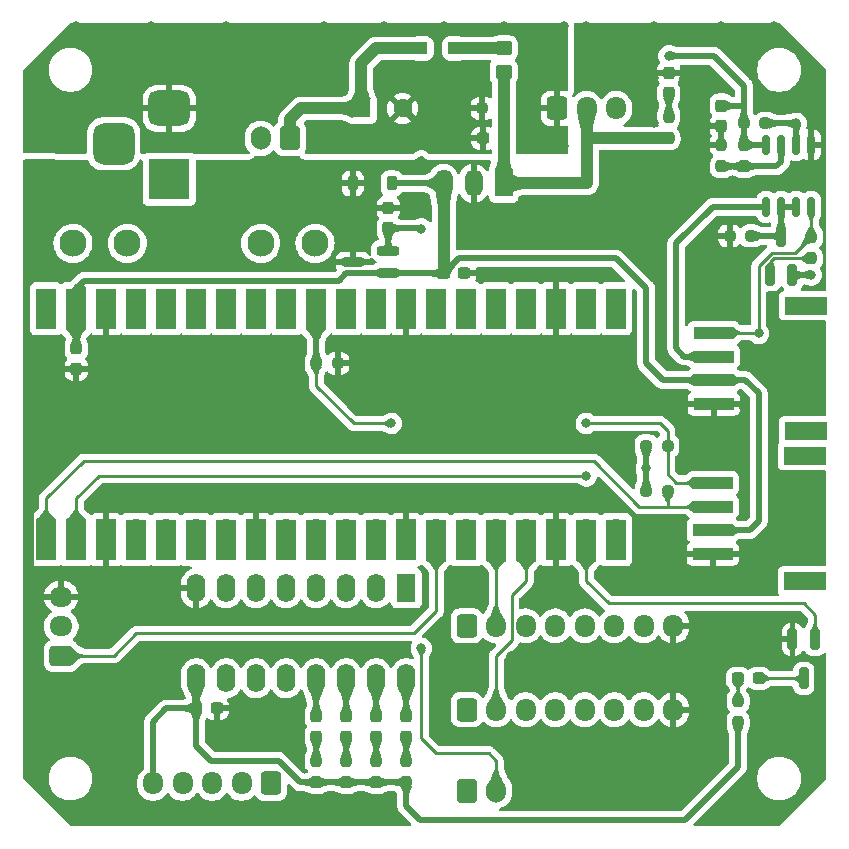
<source format=gbr>
%TF.GenerationSoftware,KiCad,Pcbnew,8.0.1*%
%TF.CreationDate,2024-09-11T09:05:03+09:00*%
%TF.ProjectId,raspcat,72617370-6361-4742-9e6b-696361645f70,rev?*%
%TF.SameCoordinates,Original*%
%TF.FileFunction,Copper,L1,Top*%
%TF.FilePolarity,Positive*%
%FSLAX46Y46*%
G04 Gerber Fmt 4.6, Leading zero omitted, Abs format (unit mm)*
G04 Created by KiCad (PCBNEW 8.0.1) date 2024-09-11 09:05:03*
%MOMM*%
%LPD*%
G01*
G04 APERTURE LIST*
G04 Aperture macros list*
%AMRoundRect*
0 Rectangle with rounded corners*
0 $1 Rounding radius*
0 $2 $3 $4 $5 $6 $7 $8 $9 X,Y pos of 4 corners*
0 Add a 4 corners polygon primitive as box body*
4,1,4,$2,$3,$4,$5,$6,$7,$8,$9,$2,$3,0*
0 Add four circle primitives for the rounded corners*
1,1,$1+$1,$2,$3*
1,1,$1+$1,$4,$5*
1,1,$1+$1,$6,$7*
1,1,$1+$1,$8,$9*
0 Add four rect primitives between the rounded corners*
20,1,$1+$1,$2,$3,$4,$5,0*
20,1,$1+$1,$4,$5,$6,$7,0*
20,1,$1+$1,$6,$7,$8,$9,0*
20,1,$1+$1,$8,$9,$2,$3,0*%
G04 Aperture macros list end*
%TA.AperFunction,ComponentPad*%
%ADD10R,3.500000X3.500000*%
%TD*%
%TA.AperFunction,ComponentPad*%
%ADD11RoundRect,0.750000X-1.000000X0.750000X-1.000000X-0.750000X1.000000X-0.750000X1.000000X0.750000X0*%
%TD*%
%TA.AperFunction,ComponentPad*%
%ADD12RoundRect,0.875000X-0.875000X0.875000X-0.875000X-0.875000X0.875000X-0.875000X0.875000X0.875000X0*%
%TD*%
%TA.AperFunction,SMDPad,CuDef*%
%ADD13RoundRect,0.200000X-0.200000X0.700000X-0.200000X-0.700000X0.200000X-0.700000X0.200000X0.700000X0*%
%TD*%
%TA.AperFunction,SMDPad,CuDef*%
%ADD14RoundRect,0.237500X0.250000X0.237500X-0.250000X0.237500X-0.250000X-0.237500X0.250000X-0.237500X0*%
%TD*%
%TA.AperFunction,SMDPad,CuDef*%
%ADD15RoundRect,0.237500X-0.237500X0.300000X-0.237500X-0.300000X0.237500X-0.300000X0.237500X0.300000X0*%
%TD*%
%TA.AperFunction,ComponentPad*%
%ADD16RoundRect,0.250000X0.600000X0.750000X-0.600000X0.750000X-0.600000X-0.750000X0.600000X-0.750000X0*%
%TD*%
%TA.AperFunction,ComponentPad*%
%ADD17O,1.700000X2.000000*%
%TD*%
%TA.AperFunction,SMDPad,CuDef*%
%ADD18RoundRect,0.237500X-0.237500X0.250000X-0.237500X-0.250000X0.237500X-0.250000X0.237500X0.250000X0*%
%TD*%
%TA.AperFunction,SMDPad,CuDef*%
%ADD19RoundRect,0.237500X0.237500X-0.250000X0.237500X0.250000X-0.237500X0.250000X-0.237500X-0.250000X0*%
%TD*%
%TA.AperFunction,SMDPad,CuDef*%
%ADD20RoundRect,0.237500X-0.250000X-0.237500X0.250000X-0.237500X0.250000X0.237500X-0.250000X0.237500X0*%
%TD*%
%TA.AperFunction,SMDPad,CuDef*%
%ADD21RoundRect,0.237500X-0.237500X0.287500X-0.237500X-0.287500X0.237500X-0.287500X0.237500X0.287500X0*%
%TD*%
%TA.AperFunction,SMDPad,CuDef*%
%ADD22R,3.400000X1.000000*%
%TD*%
%TA.AperFunction,SMDPad,CuDef*%
%ADD23R,3.600000X1.500000*%
%TD*%
%TA.AperFunction,ComponentPad*%
%ADD24RoundRect,0.250000X0.600000X0.725000X-0.600000X0.725000X-0.600000X-0.725000X0.600000X-0.725000X0*%
%TD*%
%TA.AperFunction,ComponentPad*%
%ADD25O,1.700000X1.950000*%
%TD*%
%TA.AperFunction,SMDPad,CuDef*%
%ADD26RoundRect,0.237500X0.287500X0.237500X-0.287500X0.237500X-0.287500X-0.237500X0.287500X-0.237500X0*%
%TD*%
%TA.AperFunction,ComponentPad*%
%ADD27RoundRect,0.250000X0.725000X-0.600000X0.725000X0.600000X-0.725000X0.600000X-0.725000X-0.600000X0*%
%TD*%
%TA.AperFunction,ComponentPad*%
%ADD28O,1.950000X1.700000*%
%TD*%
%TA.AperFunction,SMDPad,CuDef*%
%ADD29RoundRect,0.237500X0.300000X0.237500X-0.300000X0.237500X-0.300000X-0.237500X0.300000X-0.237500X0*%
%TD*%
%TA.AperFunction,SMDPad,CuDef*%
%ADD30RoundRect,0.237500X0.237500X-0.300000X0.237500X0.300000X-0.237500X0.300000X-0.237500X-0.300000X0*%
%TD*%
%TA.AperFunction,ComponentPad*%
%ADD31R,1.500000X2.300000*%
%TD*%
%TA.AperFunction,ComponentPad*%
%ADD32O,1.500000X2.300000*%
%TD*%
%TA.AperFunction,SMDPad,CuDef*%
%ADD33RoundRect,0.200000X0.750000X0.200000X-0.750000X0.200000X-0.750000X-0.200000X0.750000X-0.200000X0*%
%TD*%
%TA.AperFunction,SMDPad,CuDef*%
%ADD34RoundRect,0.250000X0.300000X0.300000X-0.300000X0.300000X-0.300000X-0.300000X0.300000X-0.300000X0*%
%TD*%
%TA.AperFunction,ComponentPad*%
%ADD35RoundRect,0.250000X-0.600000X-0.725000X0.600000X-0.725000X0.600000X0.725000X-0.600000X0.725000X0*%
%TD*%
%TA.AperFunction,SMDPad,CuDef*%
%ADD36RoundRect,0.237500X-0.300000X-0.237500X0.300000X-0.237500X0.300000X0.237500X-0.300000X0.237500X0*%
%TD*%
%TA.AperFunction,SMDPad,CuDef*%
%ADD37RoundRect,0.225000X0.225000X0.375000X-0.225000X0.375000X-0.225000X-0.375000X0.225000X-0.375000X0*%
%TD*%
%TA.AperFunction,SMDPad,CuDef*%
%ADD38RoundRect,0.200000X0.200000X-0.700000X0.200000X0.700000X-0.200000X0.700000X-0.200000X-0.700000X0*%
%TD*%
%TA.AperFunction,ComponentPad*%
%ADD39R,1.600000X1.600000*%
%TD*%
%TA.AperFunction,ComponentPad*%
%ADD40C,1.600000*%
%TD*%
%TA.AperFunction,SMDPad,CuDef*%
%ADD41RoundRect,0.250000X-0.450000X0.350000X-0.450000X-0.350000X0.450000X-0.350000X0.450000X0.350000X0*%
%TD*%
%TA.AperFunction,ComponentPad*%
%ADD42C,2.300000*%
%TD*%
%TA.AperFunction,ComponentPad*%
%ADD43R,1.600000X2.400000*%
%TD*%
%TA.AperFunction,ComponentPad*%
%ADD44O,1.600000X2.400000*%
%TD*%
%TA.AperFunction,ComponentPad*%
%ADD45O,1.700000X1.700000*%
%TD*%
%TA.AperFunction,SMDPad,CuDef*%
%ADD46R,1.700000X3.500000*%
%TD*%
%TA.AperFunction,ComponentPad*%
%ADD47R,1.700000X1.700000*%
%TD*%
%TA.AperFunction,ComponentPad*%
%ADD48RoundRect,0.250000X-0.600000X-0.750000X0.600000X-0.750000X0.600000X0.750000X-0.600000X0.750000X0*%
%TD*%
%TA.AperFunction,SMDPad,CuDef*%
%ADD49RoundRect,0.150000X0.150000X-0.675000X0.150000X0.675000X-0.150000X0.675000X-0.150000X-0.675000X0*%
%TD*%
%TA.AperFunction,ViaPad*%
%ADD50C,0.800000*%
%TD*%
%TA.AperFunction,Conductor*%
%ADD51C,1.000000*%
%TD*%
%TA.AperFunction,Conductor*%
%ADD52C,0.500000*%
%TD*%
%TA.AperFunction,Conductor*%
%ADD53C,0.250000*%
%TD*%
G04 APERTURE END LIST*
D10*
%TO.P,J1,1*%
%TO.N,Net-(F1-Pad1)*%
X13365000Y55740000D03*
D11*
%TO.P,J1,2*%
%TO.N,GNDPWR*%
X13365000Y61740000D03*
D12*
%TO.P,J1,3*%
%TO.N,unconnected-(J1-Pad3)*%
X8665000Y58740000D03*
%TD*%
D13*
%TO.P,Q2,1,B*%
%TO.N,DebugLED*%
X68035000Y16780000D03*
%TO.P,Q2,2,E*%
%TO.N,GND*%
X66135000Y16780000D03*
%TO.P,Q2,3,C*%
%TO.N,Net-(D1-K)*%
X67085000Y13480000D03*
%TD*%
D14*
%TO.P,R8,1*%
%TO.N,Net-(J8-Pin_3)*%
X63830000Y60470000D03*
%TO.P,R8,2*%
%TO.N,+3.3V*%
X62005000Y60470000D03*
%TD*%
D15*
%TO.P,C6,1*%
%TO.N,+3.3V*%
X60100000Y61967500D03*
%TO.P,C6,2*%
%TO.N,GND*%
X60100000Y60242500D03*
%TD*%
D16*
%TO.P,J2,1,Pin_1*%
%TO.N,Net-(D7-A)*%
X23611000Y59200000D03*
D17*
%TO.P,J2,2,Pin_2*%
%TO.N,Net-(J2-Pin_2)*%
X21111000Y59200000D03*
%TD*%
D18*
%TO.P,R10,1*%
%TO.N,GND*%
X60100000Y58650000D03*
%TO.P,R10,2*%
%TO.N,Net-(U4-B)*%
X60100000Y56825000D03*
%TD*%
D19*
%TO.P,R12,1*%
%TO.N,+5V*%
X30890000Y4670000D03*
%TO.P,R12,2*%
%TO.N,Net-(D3-A)*%
X30890000Y6495000D03*
%TD*%
%TO.P,R15,1*%
%TO.N,+12V*%
X55655000Y59200000D03*
%TO.P,R15,2*%
%TO.N,Net-(D5-A)*%
X55655000Y61025000D03*
%TD*%
D20*
%TO.P,R6,1*%
%TO.N,GND*%
X60815000Y50945000D03*
%TO.P,R6,2*%
%TO.N,Net-(Q1-C)*%
X62640000Y50945000D03*
%TD*%
D21*
%TO.P,D3,1,K*%
%TO.N,Net-(D3-K)*%
X30890000Y10305000D03*
%TO.P,D3,2,A*%
%TO.N,Net-(D3-A)*%
X30890000Y8555000D03*
%TD*%
D20*
%TO.P,R2,1*%
%TO.N,+3.3V*%
X53750000Y29355000D03*
%TO.P,R2,2*%
%TO.N,M5_SDA*%
X55575000Y29355000D03*
%TD*%
%TO.P,R5,1*%
%TO.N,Cds*%
X25810000Y40150000D03*
%TO.P,R5,2*%
%TO.N,GND*%
X27635000Y40150000D03*
%TD*%
D22*
%TO.P,CN1,1,1*%
%TO.N,GND*%
X59375000Y24035000D03*
%TO.P,CN1,2,2*%
%TO.N,+5V*%
X59375000Y26035000D03*
%TO.P,CN1,3,3*%
%TO.N,M5_SDA*%
X59375000Y28035000D03*
%TO.P,CN1,4,4*%
%TO.N,M5_SCL*%
X59375000Y30035000D03*
D23*
%TO.P,CN1,5,5*%
%TO.N,unconnected-(CN1-Pad5)*%
X67175000Y32335000D03*
%TO.P,CN1,6,6*%
%TO.N,unconnected-(CN1-Pad6)*%
X67175000Y21735000D03*
%TD*%
D24*
%TO.P,J9,1,Pin_1*%
%TO.N,Net-(D2-K)*%
X22000000Y4590000D03*
D25*
%TO.P,J9,2,Pin_2*%
%TO.N,Net-(D3-K)*%
X19500000Y4590000D03*
%TO.P,J9,3,Pin_3*%
%TO.N,Net-(D4-K)*%
X17000000Y4590000D03*
%TO.P,J9,4,Pin_4*%
%TO.N,Net-(D6-K)*%
X14500000Y4590000D03*
%TO.P,J9,5,Pin_5*%
%TO.N,+5V*%
X12000000Y4590000D03*
%TD*%
D26*
%TO.P,D1,1,K*%
%TO.N,Net-(D1-K)*%
X63275000Y13480000D03*
%TO.P,D1,2,A*%
%TO.N,Net-(D1-A)*%
X61525000Y13480000D03*
%TD*%
D27*
%TO.P,J5,1,Pin_1*%
%TO.N,Capacitive*%
X4220000Y15385000D03*
D28*
%TO.P,J5,2,Pin_2*%
%TO.N,+3.3V*%
X4220000Y17885000D03*
%TO.P,J5,3,Pin_3*%
%TO.N,GND*%
X4220000Y20385000D03*
%TD*%
D29*
%TO.P,C2,1*%
%TO.N,+12V*%
X41685000Y59200000D03*
%TO.P,C2,2*%
%TO.N,GNDPWR*%
X39960000Y59200000D03*
%TD*%
D20*
%TO.P,R1,1*%
%TO.N,+3.3V*%
X53750000Y33165000D03*
%TO.P,R1,2*%
%TO.N,M5_SCL*%
X55575000Y33165000D03*
%TD*%
D30*
%TO.P,C4,1*%
%TO.N,+3.3V*%
X31906000Y51580000D03*
%TO.P,C4,2*%
%TO.N,GND*%
X31906000Y53305000D03*
%TD*%
D19*
%TO.P,R11,1*%
%TO.N,+5V*%
X33430000Y4670000D03*
%TO.P,R11,2*%
%TO.N,Net-(D2-A)*%
X33430000Y6495000D03*
%TD*%
D29*
%TO.P,C7,1*%
%TO.N,GND*%
X17375000Y10940000D03*
%TO.P,C7,2*%
%TO.N,+5V*%
X15650000Y10940000D03*
%TD*%
D21*
%TO.P,D2,1,K*%
%TO.N,Net-(D2-K)*%
X33430000Y10305000D03*
%TO.P,D2,2,A*%
%TO.N,Net-(D2-A)*%
X33430000Y8555000D03*
%TD*%
D19*
%TO.P,R9,1*%
%TO.N,Net-(U4-B)*%
X62005000Y56825000D03*
%TO.P,R9,2*%
%TO.N,+3.3V*%
X62005000Y58650000D03*
%TD*%
D30*
%TO.P,C5,1*%
%TO.N,GND*%
X5490000Y39695000D03*
%TO.P,C5,2*%
%TO.N,+5V*%
X5490000Y41420000D03*
%TD*%
D31*
%TO.P,U1,1,IN*%
%TO.N,+12V*%
X41685000Y55390000D03*
D32*
%TO.P,U1,2,GND*%
%TO.N,GND*%
X39145000Y55390000D03*
%TO.P,U1,3,OUT*%
%TO.N,+5V*%
X36605000Y55390000D03*
%TD*%
D33*
%TO.P,U3,1,VI*%
%TO.N,+5V*%
X31907000Y47770000D03*
%TO.P,U3,2,VO*%
%TO.N,+3.3V*%
X31907000Y49670000D03*
%TO.P,U3,3,GND*%
%TO.N,GND*%
X28907000Y48720000D03*
%TD*%
D34*
%TO.P,D7,1,K*%
%TO.N,Net-(D7-K)*%
X37500000Y66820000D03*
%TO.P,D7,2,A*%
%TO.N,Net-(D7-A)*%
X34700000Y66820000D03*
%TD*%
D20*
%TO.P,R3,1*%
%TO.N,GNDPWR*%
X39860000Y61740000D03*
%TO.P,R3,2*%
%TO.N,+12V*%
X41685000Y61740000D03*
%TD*%
D35*
%TO.P,J4,1,Pin_1*%
%TO.N,unconnected-(J4-Pin_1-Pad1)*%
X38550000Y17925000D03*
D25*
%TO.P,J4,2,Pin_2*%
%TO.N,CS2*%
X41050000Y17925000D03*
%TO.P,J4,3,Pin_3*%
%TO.N,DC*%
X43550000Y17925000D03*
%TO.P,J4,4,Pin_4*%
%TO.N,RST*%
X46050000Y17925000D03*
%TO.P,J4,5,Pin_5*%
%TO.N,SDA*%
X48550000Y17925000D03*
%TO.P,J4,6,Pin_6*%
%TO.N,CLK*%
X51050000Y17925000D03*
%TO.P,J4,7,Pin_7*%
%TO.N,+3.3V*%
X53550000Y17925000D03*
%TO.P,J4,8,Pin_8*%
%TO.N,GND*%
X56050000Y17925000D03*
%TD*%
D36*
%TO.P,C3,1*%
%TO.N,+5V*%
X36605000Y47770000D03*
%TO.P,C3,2*%
%TO.N,GND*%
X38330000Y47770000D03*
%TD*%
D35*
%TO.P,J3,1,Pin_1*%
%TO.N,unconnected-(J3-Pin_1-Pad1)*%
X38550000Y10830000D03*
D25*
%TO.P,J3,2,Pin_2*%
%TO.N,CS1*%
X41050000Y10830000D03*
%TO.P,J3,3,Pin_3*%
%TO.N,DC*%
X43550000Y10830000D03*
%TO.P,J3,4,Pin_4*%
%TO.N,RST*%
X46050000Y10830000D03*
%TO.P,J3,5,Pin_5*%
%TO.N,SDA*%
X48550000Y10830000D03*
%TO.P,J3,6,Pin_6*%
%TO.N,CLK*%
X51050000Y10830000D03*
%TO.P,J3,7,Pin_7*%
%TO.N,+3.3V*%
X53550000Y10830000D03*
%TO.P,J3,8,Pin_8*%
%TO.N,GND*%
X56050000Y10830000D03*
%TD*%
D37*
%TO.P,D8,1,K*%
%TO.N,+5V*%
X32206000Y55390000D03*
%TO.P,D8,2,A*%
%TO.N,GND*%
X28906000Y55390000D03*
%TD*%
D38*
%TO.P,Q1,1,B*%
%TO.N,Net-(Q1-B)*%
X64230000Y47645000D03*
%TO.P,Q1,2,E*%
%TO.N,+3.3V*%
X66130000Y47645000D03*
%TO.P,Q1,3,C*%
%TO.N,Net-(Q1-C)*%
X65180000Y50945000D03*
%TD*%
D39*
%TO.P,C1,1*%
%TO.N,Net-(D7-A)*%
X29620000Y61740000D03*
D40*
%TO.P,C1,2*%
%TO.N,GNDPWR*%
X33120000Y61740000D03*
%TD*%
D41*
%TO.P,R17,1*%
%TO.N,Net-(D7-K)*%
X41685000Y66820000D03*
%TO.P,R17,2*%
%TO.N,+12V*%
X41685000Y64820000D03*
%TD*%
D42*
%TO.P,F1,1*%
%TO.N,Net-(F1-Pad1)*%
X5211000Y50310000D03*
X9811000Y50310000D03*
%TO.P,F1,2*%
%TO.N,Net-(J2-Pin_2)*%
X21111000Y50310000D03*
X25711000Y50310000D03*
%TD*%
D43*
%TO.P,U5,1,I1*%
%TO.N,STEP_IN1*%
X33430000Y21100000D03*
D44*
%TO.P,U5,2,I2*%
%TO.N,STEP_IN2*%
X30890000Y21100000D03*
%TO.P,U5,3,I3*%
%TO.N,STEP_IN3*%
X28350000Y21100000D03*
%TO.P,U5,4,I4*%
%TO.N,STEP_IN4*%
X25810000Y21100000D03*
%TO.P,U5,5,I5*%
%TO.N,unconnected-(U5-I5-Pad5)*%
X23270000Y21100000D03*
%TO.P,U5,6,I6*%
%TO.N,unconnected-(U5-I6-Pad6)*%
X20730000Y21100000D03*
%TO.P,U5,7,I7*%
%TO.N,unconnected-(U5-I7-Pad7)*%
X18190000Y21100000D03*
%TO.P,U5,8,GND*%
%TO.N,GND*%
X15650000Y21100000D03*
%TO.P,U5,9,COM*%
%TO.N,+5V*%
X15650000Y13480000D03*
%TO.P,U5,10,O7*%
%TO.N,unconnected-(U5-O7-Pad10)*%
X18190000Y13480000D03*
%TO.P,U5,11,O6*%
%TO.N,unconnected-(U5-O6-Pad11)*%
X20730000Y13480000D03*
%TO.P,U5,12,O5*%
%TO.N,unconnected-(U5-O5-Pad12)*%
X23270000Y13480000D03*
%TO.P,U5,13,O4*%
%TO.N,Net-(D6-K)*%
X25810000Y13480000D03*
%TO.P,U5,14,O3*%
%TO.N,Net-(D4-K)*%
X28350000Y13480000D03*
%TO.P,U5,15,O2*%
%TO.N,Net-(D3-K)*%
X30890000Y13480000D03*
%TO.P,U5,16,O1*%
%TO.N,Net-(D2-K)*%
X33430000Y13480000D03*
%TD*%
D21*
%TO.P,D6,1,K*%
%TO.N,Net-(D6-K)*%
X25810000Y10305000D03*
%TO.P,D6,2,A*%
%TO.N,Net-(D6-A)*%
X25810000Y8555000D03*
%TD*%
D18*
%TO.P,R4,1*%
%TO.N,STS_Tx*%
X67720000Y50865000D03*
%TO.P,R4,2*%
%TO.N,Net-(Q1-B)*%
X67720000Y49040000D03*
%TD*%
D21*
%TO.P,D5,1,K*%
%TO.N,GND*%
X55655000Y64760000D03*
%TO.P,D5,2,A*%
%TO.N,Net-(D5-A)*%
X55655000Y63010000D03*
%TD*%
D19*
%TO.P,R7,1*%
%TO.N,+5V*%
X61525000Y9750000D03*
%TO.P,R7,2*%
%TO.N,Net-(D1-A)*%
X61525000Y11575000D03*
%TD*%
D45*
%TO.P,U2,1,GPIO0*%
%TO.N,M5_SDA*%
X2950000Y26110000D03*
D46*
X2950000Y25210000D03*
D45*
%TO.P,U2,2,GPIO1*%
%TO.N,M5_SCL*%
X5490000Y26110000D03*
D46*
X5490000Y25210000D03*
D47*
%TO.P,U2,3,GND*%
%TO.N,GND*%
X8030000Y26110000D03*
D46*
X8030000Y25210000D03*
D45*
%TO.P,U2,4,GPIO2*%
%TO.N,unconnected-(U2-GPIO2-Pad4)_0*%
X10570000Y26110000D03*
D46*
%TO.N,unconnected-(U2-GPIO2-Pad4)*%
X10570000Y25210000D03*
D45*
%TO.P,U2,5,GPIO3*%
%TO.N,unconnected-(U2-GPIO3-Pad5)_0*%
X13110000Y26110000D03*
D46*
%TO.N,unconnected-(U2-GPIO3-Pad5)*%
X13110000Y25210000D03*
D45*
%TO.P,U2,6,GPIO4*%
%TO.N,unconnected-(U2-GPIO4-Pad6)_0*%
X15650000Y26110000D03*
D46*
%TO.N,unconnected-(U2-GPIO4-Pad6)*%
X15650000Y25210000D03*
D45*
%TO.P,U2,7,GPIO5*%
%TO.N,unconnected-(U2-GPIO5-Pad7)*%
X18190000Y26110000D03*
D46*
%TO.N,unconnected-(U2-GPIO5-Pad7)_0*%
X18190000Y25210000D03*
D47*
%TO.P,U2,8,GND*%
%TO.N,GND*%
X20730000Y26110000D03*
D46*
X20730000Y25210000D03*
D45*
%TO.P,U2,9,GPIO6*%
%TO.N,STEP_IN4*%
X23270000Y26110000D03*
D46*
X23270000Y25210000D03*
D45*
%TO.P,U2,10,GPIO7*%
%TO.N,STEP_IN3*%
X25810000Y26110000D03*
D46*
X25810000Y25210000D03*
D45*
%TO.P,U2,11,GPIO8*%
%TO.N,STEP_IN2*%
X28350000Y26110000D03*
D46*
X28350000Y25210000D03*
D45*
%TO.P,U2,12,GPIO9*%
%TO.N,STEP_IN1*%
X30890000Y26110000D03*
D46*
X30890000Y25210000D03*
D47*
%TO.P,U2,13,GND*%
%TO.N,GND*%
X33430000Y26110000D03*
D46*
X33430000Y25210000D03*
D45*
%TO.P,U2,14,GPIO10*%
%TO.N,Capacitive*%
X35970000Y26110000D03*
D46*
X35970000Y25210000D03*
D45*
%TO.P,U2,15,GPIO11*%
%TO.N,unconnected-(U2-GPIO11-Pad15)_0*%
X38510000Y26110000D03*
D46*
%TO.N,unconnected-(U2-GPIO11-Pad15)*%
X38510000Y25210000D03*
D45*
%TO.P,U2,16,GPIO12*%
%TO.N,CS2*%
X41050000Y26110000D03*
D46*
X41050000Y25210000D03*
D45*
%TO.P,U2,17,GPIO13*%
%TO.N,CS1*%
X43590000Y26110000D03*
D46*
X43590000Y25210000D03*
D47*
%TO.P,U2,18,GND*%
%TO.N,GND*%
X46130000Y26110000D03*
D46*
X46130000Y25210000D03*
D45*
%TO.P,U2,19,GPIO14*%
%TO.N,DebugLED*%
X48670000Y26110000D03*
D46*
X48670000Y25210000D03*
D45*
%TO.P,U2,20,GPIO15*%
%TO.N,unconnected-(U2-GPIO15-Pad20)*%
X51210000Y26110000D03*
D46*
%TO.N,unconnected-(U2-GPIO15-Pad20)_0*%
X51210000Y25210000D03*
D45*
%TO.P,U2,21,GPIO16*%
%TO.N,unconnected-(U2-GPIO16-Pad21)*%
X51210000Y43890000D03*
D46*
%TO.N,unconnected-(U2-GPIO16-Pad21)_0*%
X51210000Y44790000D03*
D45*
%TO.P,U2,22,GPIO17*%
%TO.N,unconnected-(U2-GPIO17-Pad22)*%
X48670000Y43890000D03*
D46*
%TO.N,unconnected-(U2-GPIO17-Pad22)_0*%
X48670000Y44790000D03*
D47*
%TO.P,U2,23,GND*%
%TO.N,GND*%
X46130000Y43890000D03*
D46*
X46130000Y44790000D03*
D45*
%TO.P,U2,24,GPIO18*%
%TO.N,CLK*%
X43590000Y43890000D03*
D46*
X43590000Y44790000D03*
D45*
%TO.P,U2,25,GPIO19*%
%TO.N,SDA*%
X41050000Y43890000D03*
D46*
X41050000Y44790000D03*
D45*
%TO.P,U2,26,GPIO20*%
%TO.N,unconnected-(U2-GPIO20-Pad26)*%
X38510000Y43890000D03*
D46*
%TO.N,unconnected-(U2-GPIO20-Pad26)_0*%
X38510000Y44790000D03*
D45*
%TO.P,U2,27,GPIO21*%
%TO.N,unconnected-(U2-GPIO21-Pad27)_0*%
X35970000Y43890000D03*
D46*
%TO.N,unconnected-(U2-GPIO21-Pad27)*%
X35970000Y44790000D03*
D47*
%TO.P,U2,28,GND*%
%TO.N,GND*%
X33430000Y43890000D03*
D46*
X33430000Y44790000D03*
D45*
%TO.P,U2,29,GPIO22*%
%TO.N,RST*%
X30890000Y43890000D03*
D46*
X30890000Y44790000D03*
D45*
%TO.P,U2,30,RUN*%
%TO.N,unconnected-(U2-RUN-Pad30)*%
X28350000Y43890000D03*
D46*
%TO.N,unconnected-(U2-RUN-Pad30)_0*%
X28350000Y44790000D03*
D45*
%TO.P,U2,31,GPIO26_ADC0*%
%TO.N,Cds*%
X25810000Y43890000D03*
D46*
X25810000Y44790000D03*
D45*
%TO.P,U2,32,GPIO27_ADC1*%
%TO.N,unconnected-(U2-GPIO27_ADC1-Pad32)_0*%
X23270000Y43890000D03*
D46*
%TO.N,unconnected-(U2-GPIO27_ADC1-Pad32)*%
X23270000Y44790000D03*
D47*
%TO.P,U2,33,AGND*%
%TO.N,unconnected-(U2-AGND-Pad33)*%
X20730000Y43890000D03*
D46*
%TO.N,unconnected-(U2-AGND-Pad33)_0*%
X20730000Y44790000D03*
D45*
%TO.P,U2,34,GPIO28_ADC2*%
%TO.N,DC*%
X18190000Y43890000D03*
D46*
X18190000Y44790000D03*
D45*
%TO.P,U2,35,ADC_VREF*%
%TO.N,unconnected-(U2-ADC_VREF-Pad35)_0*%
X15650000Y43890000D03*
D46*
%TO.N,unconnected-(U2-ADC_VREF-Pad35)*%
X15650000Y44790000D03*
D45*
%TO.P,U2,36,3V3*%
%TO.N,unconnected-(U2-3V3-Pad36)_0*%
X13110000Y43890000D03*
D46*
%TO.N,unconnected-(U2-3V3-Pad36)*%
X13110000Y44790000D03*
D45*
%TO.P,U2,37,3V3_EN*%
%TO.N,unconnected-(U2-3V3_EN-Pad37)_0*%
X10570000Y43890000D03*
D46*
%TO.N,unconnected-(U2-3V3_EN-Pad37)*%
X10570000Y44790000D03*
D47*
%TO.P,U2,38,GND*%
%TO.N,GND*%
X8030000Y43890000D03*
D46*
X8030000Y44790000D03*
D45*
%TO.P,U2,39,VSYS*%
%TO.N,+5V*%
X5490000Y43890000D03*
D46*
X5490000Y44790000D03*
D45*
%TO.P,U2,40,VBUS*%
%TO.N,unconnected-(U2-VBUS-Pad40)*%
X2950000Y43890000D03*
D46*
%TO.N,unconnected-(U2-VBUS-Pad40)_0*%
X2950000Y44790000D03*
%TD*%
D22*
%TO.P,CN2,1,1*%
%TO.N,GND*%
X59465000Y36735000D03*
%TO.P,CN2,2,2*%
%TO.N,+5V*%
X59465000Y38735000D03*
%TO.P,CN2,3,3*%
%TO.N,Net-(U4-RO)*%
X59465000Y40735000D03*
%TO.P,CN2,4,4*%
%TO.N,STS_Tx*%
X59465000Y42735000D03*
D23*
%TO.P,CN2,5,5*%
%TO.N,unconnected-(CN2-Pad5)*%
X67265000Y45035000D03*
%TO.P,CN2,6,6*%
%TO.N,unconnected-(CN2-Pad6)*%
X67265000Y34435000D03*
%TD*%
D35*
%TO.P,J8,1,Pin_1*%
%TO.N,GNDPWR*%
X46210000Y61740000D03*
D25*
%TO.P,J8,2,Pin_2*%
%TO.N,+12V*%
X48710000Y61740000D03*
%TO.P,J8,3,Pin_3*%
%TO.N,Net-(J8-Pin_3)*%
X51210000Y61740000D03*
%TD*%
D48*
%TO.P,J6,1,Pin_1*%
%TO.N,+3.3V*%
X38550000Y3955000D03*
D17*
%TO.P,J6,2,Pin_2*%
%TO.N,Cds*%
X41050000Y3955000D03*
%TD*%
D19*
%TO.P,R16,1*%
%TO.N,+5V*%
X25810000Y4670000D03*
%TO.P,R16,2*%
%TO.N,Net-(D6-A)*%
X25810000Y6495000D03*
%TD*%
%TO.P,R14,1*%
%TO.N,+5V*%
X28350000Y4670000D03*
%TO.P,R14,2*%
%TO.N,Net-(D4-A)*%
X28350000Y6495000D03*
%TD*%
D49*
%TO.P,U4,1,RO*%
%TO.N,Net-(U4-RO)*%
X63910000Y53400000D03*
%TO.P,U4,2,~{RE}*%
%TO.N,Net-(Q1-C)*%
X65180000Y53400000D03*
%TO.P,U4,3,DE*%
X66450000Y53400000D03*
%TO.P,U4,4,DI*%
%TO.N,STS_Tx*%
X67720000Y53400000D03*
%TO.P,U4,5,GND*%
%TO.N,GND*%
X67720000Y58650000D03*
%TO.P,U4,6,A*%
%TO.N,Net-(J8-Pin_3)*%
X66450000Y58650000D03*
%TO.P,U4,7,B*%
%TO.N,Net-(U4-B)*%
X65180000Y58650000D03*
%TO.P,U4,8,VCC*%
%TO.N,+3.3V*%
X63910000Y58650000D03*
%TD*%
D21*
%TO.P,D4,1,K*%
%TO.N,Net-(D4-K)*%
X28350000Y10305000D03*
%TO.P,D4,2,A*%
%TO.N,Net-(D4-A)*%
X28350000Y8555000D03*
%TD*%
D50*
%TO.N,M5_SCL*%
X48670000Y30625000D03*
X48670000Y35070000D03*
%TO.N,+3.3V*%
X55655000Y66185000D03*
X67720000Y47645000D03*
X53750000Y31260000D03*
X34700000Y51540000D03*
%TO.N,Cds*%
X32160000Y35070000D03*
X34700000Y16020000D03*
%TO.N,GND*%
X68355000Y43325000D03*
X56925000Y60470000D03*
X52480000Y37610000D03*
X64545000Y17925000D03*
X24540000Y37610000D03*
X52480000Y42055000D03*
X42320000Y12845000D03*
X50575000Y57295000D03*
X5490000Y56660000D03*
X62005000Y30625000D03*
X55020000Y15385000D03*
X52480000Y31260000D03*
X18190000Y54120000D03*
X44860000Y42055000D03*
X43590000Y50310000D03*
X68355000Y39515000D03*
X68355000Y30625000D03*
X11205000Y18560000D03*
X29620000Y16020000D03*
X35970000Y37610000D03*
X58195000Y46500000D03*
X55655000Y7765000D03*
X56925000Y52850000D03*
X20730000Y28720000D03*
X60100000Y7765000D03*
X11205000Y16020000D03*
X40415000Y8400000D03*
X13110000Y33165000D03*
X40415000Y50310000D03*
X1650000Y13480000D03*
X28350000Y37610000D03*
X29620000Y18560000D03*
X64545000Y30625000D03*
X62005000Y36340000D03*
X68355000Y55390000D03*
X55020000Y12845000D03*
X55655000Y5225000D03*
X39780000Y37610000D03*
X68355000Y24275000D03*
X50575000Y50310000D03*
X18190000Y18560000D03*
X35970000Y42055000D03*
X9300000Y37610000D03*
X6760000Y1415000D03*
X60100000Y14750000D03*
X2950000Y35070000D03*
X11205000Y12210000D03*
X8665000Y9035000D03*
X68355000Y36340000D03*
X1650000Y17925000D03*
X62005000Y46500000D03*
X39780000Y42055000D03*
X68355000Y60470000D03*
X62005000Y49040000D03*
X16920000Y28720000D03*
X49940000Y33800000D03*
X54385000Y52850000D03*
X23270000Y54120000D03*
X9300000Y33165000D03*
X56050000Y24035000D03*
X42320000Y33165000D03*
X8665000Y13480000D03*
X54385000Y50310000D03*
X48670000Y68725000D03*
X33430000Y28720000D03*
X64545000Y1415000D03*
X37240000Y15385000D03*
X68355000Y64915000D03*
X51845000Y8400000D03*
X64545000Y11575000D03*
X52480000Y33800000D03*
X5490000Y37610000D03*
X68355000Y27450000D03*
X40415000Y47770000D03*
X68355000Y7765000D03*
X44860000Y37610000D03*
X13110000Y28720000D03*
X64545000Y24275000D03*
X48670000Y28720000D03*
X13110000Y37610000D03*
X54385000Y60470000D03*
X25810000Y16020000D03*
X28350000Y33165000D03*
X22000000Y18560000D03*
X24540000Y28720000D03*
X60100000Y11575000D03*
X65180000Y39515000D03*
X50575000Y47770000D03*
X1680000Y54120000D03*
X1680000Y41420000D03*
X42320000Y15385000D03*
X13110000Y42055000D03*
X58830000Y64280000D03*
X64545000Y14750000D03*
X32160000Y33165000D03*
X1680000Y47770000D03*
X64545000Y68725000D03*
X33430000Y16020000D03*
X44225000Y5225000D03*
X46765000Y47770000D03*
X23905000Y10940000D03*
X1680000Y50945000D03*
X22000000Y16020000D03*
X50575000Y52850000D03*
X34700000Y57295000D03*
X24540000Y33165000D03*
X64545000Y27450000D03*
X68355000Y11575000D03*
X18190000Y16020000D03*
X60735000Y1415000D03*
X13745000Y12210000D03*
X49940000Y5225000D03*
X32160000Y42055000D03*
X1650000Y22370000D03*
X49940000Y2685000D03*
X65180000Y36340000D03*
X55655000Y2685000D03*
X58830000Y60470000D03*
X48670000Y42055000D03*
X26445000Y56660000D03*
X37240000Y12845000D03*
X5490000Y54120000D03*
X38510000Y28720000D03*
X48670000Y64280000D03*
X68355000Y5000000D03*
X39780000Y12845000D03*
X12475000Y22370000D03*
X20730000Y33165000D03*
X23270000Y56660000D03*
X62005000Y52215000D03*
X42320000Y37610000D03*
X46765000Y50310000D03*
X26445000Y54120000D03*
X58195000Y49040000D03*
X21365000Y10940000D03*
X13745000Y16020000D03*
X62005000Y27450000D03*
X48670000Y37610000D03*
X16920000Y42055000D03*
X56925000Y64280000D03*
X44225000Y2685000D03*
X9300000Y42055000D03*
X16920000Y37610000D03*
X16920000Y33165000D03*
X37240000Y22370000D03*
X20730000Y37610000D03*
X54385000Y57295000D03*
X33430000Y18560000D03*
X1650000Y9035000D03*
X46130000Y28720000D03*
X28985000Y28720000D03*
X37240000Y8400000D03*
X39780000Y33165000D03*
X34700000Y53485000D03*
X56925000Y57295000D03*
X46130000Y33165000D03*
X42320000Y42055000D03*
X25810000Y18560000D03*
X56050000Y36735000D03*
X1680000Y56660000D03*
X5490000Y35070000D03*
X39780000Y22370000D03*
X60100000Y68725000D03*
X60100000Y17925000D03*
X1680000Y37610000D03*
X46765000Y52850000D03*
X54385000Y64280000D03*
X35970000Y28720000D03*
X63910000Y55390000D03*
X18190000Y56660000D03*
X58830000Y57295000D03*
X39780000Y15385000D03*
X18825000Y10940000D03*
X54385000Y68725000D03*
X48035000Y8400000D03*
X44225000Y8400000D03*
X9300000Y28720000D03*
%TO.N,STS_Tx*%
X63275000Y42690000D03*
%TO.N,Net-(J8-Pin_3)*%
X66450000Y60470000D03*
%TO.N,GNDPWR*%
X26445000Y68725000D03*
X35970000Y59200000D03*
X38510000Y61740000D03*
X11840000Y68725000D03*
X37240000Y61740000D03*
X1680000Y58565000D03*
X18190000Y58565000D03*
X35970000Y60470000D03*
X38510000Y64280000D03*
X35970000Y61740000D03*
X1680000Y64280000D03*
X37240000Y63010000D03*
X35970000Y63010000D03*
X46765000Y68725000D03*
X38510000Y63010000D03*
X18190000Y68725000D03*
X11840000Y58565000D03*
X31525000Y68725000D03*
X38510000Y59200000D03*
X5490000Y58565000D03*
X36605000Y68725000D03*
X43590000Y58565000D03*
X41685000Y68725000D03*
X11840000Y64280000D03*
X5490000Y68725000D03*
X37240000Y64280000D03*
X35970000Y64280000D03*
X38510000Y60470000D03*
X26445000Y64280000D03*
X18190000Y64280000D03*
X37240000Y59200000D03*
X26445000Y59200000D03*
X46765000Y58565000D03*
X37240000Y60470000D03*
%TD*%
D51*
%TO.N,+12V*%
X48710000Y59200000D02*
X48710000Y55390000D01*
X41685000Y55390000D02*
X48710000Y55390000D01*
X48710000Y61740000D02*
X48710000Y59200000D01*
X41685000Y55390000D02*
X41685000Y64820000D01*
X55655000Y59200000D02*
X48710000Y59200000D01*
D52*
%TO.N,Net-(D2-A)*%
X33430000Y8555000D02*
X33430000Y6495000D01*
%TO.N,+5V*%
X34620000Y1495000D02*
X57005000Y1495000D01*
X59465000Y38735000D02*
X62150000Y38735000D01*
X15650000Y7765000D02*
X16920000Y6495000D01*
X30890000Y4670000D02*
X33430000Y4670000D01*
X12000000Y9830000D02*
X12000000Y4590000D01*
X53750000Y46500000D02*
X51210000Y49040000D01*
X62150000Y38735000D02*
X63275000Y37610000D01*
X27715000Y47135000D02*
X6125000Y47135000D01*
X25810000Y4670000D02*
X28350000Y4670000D01*
X63275000Y37610000D02*
X63275000Y26815000D01*
X28350000Y47770000D02*
X27715000Y47135000D01*
X28350000Y4670000D02*
X30890000Y4670000D01*
X6125000Y47135000D02*
X5490000Y46500000D01*
X37875000Y49040000D02*
X36605000Y47770000D01*
X32206000Y55390000D02*
X36605000Y55390000D01*
X61525000Y6015000D02*
X61525000Y9750000D01*
X15650000Y10940000D02*
X15650000Y7765000D01*
X24460000Y4670000D02*
X25810000Y4670000D01*
X63275000Y26815000D02*
X62495000Y26035000D01*
X5490000Y43890000D02*
X5490000Y41420000D01*
X16920000Y6495000D02*
X22635000Y6495000D01*
X13110000Y10940000D02*
X12000000Y9830000D01*
X15650000Y13480000D02*
X15650000Y10940000D01*
X33430000Y4670000D02*
X33430000Y2685000D01*
X15650000Y10940000D02*
X13110000Y10940000D01*
X22635000Y6495000D02*
X24460000Y4670000D01*
X55165000Y38735000D02*
X53750000Y40150000D01*
X53750000Y40150000D02*
X53750000Y46500000D01*
X33430000Y2685000D02*
X34620000Y1495000D01*
X36605000Y47770000D02*
X28350000Y47770000D01*
X51210000Y49040000D02*
X37875000Y49040000D01*
X59465000Y38735000D02*
X55165000Y38735000D01*
X62495000Y26035000D02*
X59375000Y26035000D01*
D51*
X36605000Y55390000D02*
X36605000Y47770000D01*
D52*
X5490000Y46500000D02*
X5490000Y43890000D01*
X57005000Y1495000D02*
X61525000Y6015000D01*
D53*
%TO.N,M5_SCL*%
X48670000Y35070000D02*
X54940000Y35070000D01*
X55575000Y34435000D02*
X55575000Y30753750D01*
X7395000Y30625000D02*
X5490000Y28720000D01*
X54940000Y35070000D02*
X55575000Y34435000D01*
X56293750Y30035000D02*
X59375000Y30035000D01*
X55575000Y30753750D02*
X56293750Y30035000D01*
X5490000Y28720000D02*
X5490000Y26110000D01*
X48670000Y30625000D02*
X7395000Y30625000D01*
D52*
%TO.N,+3.3V*%
X31906000Y51580000D02*
X31906000Y49670000D01*
X34660000Y51580000D02*
X31906000Y51580000D01*
X59465000Y66185000D02*
X62005000Y63645000D01*
X34700000Y51540000D02*
X34660000Y51580000D01*
X53750000Y33165000D02*
X53750000Y31260000D01*
X55655000Y66185000D02*
X59465000Y66185000D01*
X66130000Y47645000D02*
X67720000Y47645000D01*
X62005000Y63645000D02*
X62005000Y60470000D01*
X60100000Y61967500D02*
X62005000Y61967500D01*
X62005000Y58650000D02*
X63910000Y58650000D01*
X62005000Y61218750D02*
X62005000Y58650000D01*
X53750000Y31260000D02*
X53750000Y29355000D01*
D53*
%TO.N,DC*%
X43590000Y17965000D02*
X43550000Y17925000D01*
%TO.N,CS1*%
X41050000Y15385000D02*
X41050000Y10830000D01*
X42375000Y20520000D02*
X42375000Y16710000D01*
X42375000Y16710000D02*
X41050000Y15385000D01*
X43590000Y26110000D02*
X43590000Y21735000D01*
X43590000Y21735000D02*
X42375000Y20520000D01*
%TO.N,CS2*%
X41050000Y17925000D02*
X41050000Y26110000D01*
%TO.N,Cds*%
X32160000Y35070000D02*
X28985000Y35070000D01*
X25810000Y38245000D02*
X25810000Y40150000D01*
X28985000Y35070000D02*
X25810000Y38245000D01*
X40415000Y7130000D02*
X41050000Y6495000D01*
X41050000Y6495000D02*
X41050000Y3955000D01*
X34700000Y16020000D02*
X34700000Y8400000D01*
D52*
X25810000Y43890000D02*
X25810000Y40150000D01*
D53*
X35970000Y7130000D02*
X40415000Y7130000D01*
X34700000Y8400000D02*
X35970000Y7130000D01*
D52*
%TO.N,GND*%
X39145000Y55390000D02*
X39145000Y52850000D01*
X33430000Y40785000D02*
X33430000Y43890000D01*
X28906000Y55390000D02*
X28906000Y53305000D01*
X8030000Y26110000D02*
X8030000Y21100000D01*
X40415000Y51580000D02*
X39145000Y52850000D01*
X57560000Y64760000D02*
X57560000Y58650000D01*
X59375000Y24035000D02*
X56050000Y24035000D01*
X4220000Y20385000D02*
X7315000Y20385000D01*
X1650000Y39695000D02*
X1650000Y9035000D01*
X46130000Y28720000D02*
X8030000Y28720000D01*
X40415000Y50310000D02*
X40415000Y51580000D01*
X28906000Y53305000D02*
X31906000Y53305000D01*
X28906000Y48720000D02*
X28906000Y53305000D01*
X5490000Y39695000D02*
X1650000Y39695000D01*
X33430000Y26110000D02*
X33430000Y28720000D01*
X46130000Y28720000D02*
X46130000Y26110000D01*
X56050000Y15145000D02*
X56050000Y10830000D01*
X67720000Y56607500D02*
X66502500Y55390000D01*
X57560000Y58650000D02*
X57560000Y55390000D01*
X57685000Y16780000D02*
X56050000Y15145000D01*
X5490000Y39695000D02*
X8030000Y39695000D01*
X38330000Y47770000D02*
X40415000Y47770000D01*
X8030000Y21100000D02*
X15650000Y21100000D01*
D53*
X46130000Y24500000D02*
X46130000Y26110000D01*
D52*
X60100000Y60242500D02*
X60100000Y58650000D01*
X67720000Y58650000D02*
X67720000Y56607500D01*
X8030000Y28720000D02*
X8030000Y26110000D01*
X40415000Y51580000D02*
X53750000Y51580000D01*
X32795000Y40150000D02*
X33430000Y40785000D01*
X66135000Y16780000D02*
X57685000Y16780000D01*
X20730000Y26110000D02*
X20730000Y28720000D01*
X55655000Y64760000D02*
X57560000Y64760000D01*
X59465000Y36735000D02*
X56050000Y36735000D01*
X8030000Y39695000D02*
X8030000Y43890000D01*
X53750000Y51580000D02*
X57560000Y55390000D01*
X7315000Y20385000D02*
X8030000Y21100000D01*
X60100000Y58650000D02*
X57560000Y58650000D01*
X27635000Y40150000D02*
X32795000Y40150000D01*
X66502500Y55390000D02*
X57560000Y55390000D01*
%TO.N,Net-(D2-K)*%
X33430000Y10305000D02*
X33430000Y13480000D01*
D53*
%TO.N,DebugLED*%
X68035000Y18880000D02*
X68035000Y16780000D01*
X67085000Y19830000D02*
X68035000Y18880000D01*
X50575000Y19830000D02*
X67085000Y19830000D01*
X48670000Y26110000D02*
X48670000Y21735000D01*
X48670000Y21735000D02*
X50575000Y19830000D01*
%TO.N,Capacitive*%
X34065000Y17290000D02*
X10570000Y17290000D01*
X10570000Y17290000D02*
X8665000Y15385000D01*
X8665000Y15385000D02*
X4220000Y15385000D01*
X35970000Y19195000D02*
X34065000Y17290000D01*
X35970000Y26110000D02*
X35970000Y19195000D01*
D52*
%TO.N,Net-(U4-RO)*%
X56975000Y40735000D02*
X56290000Y41420000D01*
X59380000Y53400000D02*
X63910000Y53400000D01*
X59465000Y40735000D02*
X56975000Y40735000D01*
X56290000Y50310000D02*
X59380000Y53400000D01*
X56290000Y41420000D02*
X56290000Y50310000D01*
D53*
%TO.N,Net-(D1-K)*%
X63275000Y13480000D02*
X67085000Y13480000D01*
D52*
%TO.N,Net-(D3-K)*%
X30890000Y13480000D02*
X30890000Y10305000D01*
D53*
%TO.N,M5_SDA*%
X6125000Y31895000D02*
X2950000Y28720000D01*
X53165000Y28035000D02*
X49305000Y31895000D01*
X59375000Y28035000D02*
X53165000Y28035000D01*
X49305000Y31895000D02*
X6125000Y31895000D01*
X2950000Y28720000D02*
X2950000Y26110000D01*
X55655000Y28035000D02*
X59375000Y28035000D01*
X55575000Y29355000D02*
X55575000Y28115000D01*
X55575000Y28115000D02*
X55655000Y28035000D01*
%TO.N,Net-(D1-A)*%
X61525000Y11575000D02*
X61525000Y13480000D01*
D52*
%TO.N,Net-(D3-A)*%
X30890000Y8555000D02*
X30890000Y6495000D01*
%TO.N,Net-(D4-K)*%
X28350000Y13480000D02*
X28350000Y10305000D01*
D53*
%TO.N,STS_Tx*%
X63275000Y42690000D02*
X63275000Y48406396D01*
X63275000Y48406396D02*
X64358604Y49490000D01*
X67720000Y53400000D02*
X67720000Y50865000D01*
X66345000Y49490000D02*
X67720000Y50865000D01*
X63275000Y42690000D02*
X63230000Y42735000D01*
X64358604Y49490000D02*
X66345000Y49490000D01*
X63230000Y42735000D02*
X59465000Y42735000D01*
%TO.N,Net-(Q1-B)*%
X64230000Y48725000D02*
X64230000Y47645000D01*
X64545000Y49040000D02*
X64230000Y48725000D01*
X67720000Y49040000D02*
X64545000Y49040000D01*
D52*
%TO.N,Net-(Q1-C)*%
X65180000Y53400000D02*
X65180000Y50945000D01*
X62640000Y50945000D02*
X65180000Y50945000D01*
X66450000Y53400000D02*
X65180000Y53400000D01*
%TO.N,Net-(D4-A)*%
X28350000Y8555000D02*
X28350000Y6495000D01*
%TO.N,Net-(D5-A)*%
X55655000Y61025000D02*
X55655000Y63010000D01*
%TO.N,Net-(D6-K)*%
X25810000Y10305000D02*
X25810000Y13480000D01*
%TO.N,Net-(D6-A)*%
X25810000Y8555000D02*
X25810000Y6495000D01*
%TO.N,Net-(J8-Pin_3)*%
X63830000Y60470000D02*
X66450000Y60470000D01*
X66450000Y60470000D02*
X66450000Y58650000D01*
%TO.N,Net-(U4-B)*%
X64762500Y56825000D02*
X65180000Y57242500D01*
X65180000Y57242500D02*
X65180000Y58650000D01*
X62005000Y56825000D02*
X64762500Y56825000D01*
X60100000Y56825000D02*
X62005000Y56825000D01*
D51*
%TO.N,Net-(D7-K)*%
X41685000Y66820000D02*
X37500000Y66820000D01*
%TO.N,Net-(D7-A)*%
X30890000Y66820000D02*
X29620000Y65550000D01*
X23611000Y59200000D02*
X23611000Y60811000D01*
X34700000Y66820000D02*
X30890000Y66820000D01*
X24540000Y61740000D02*
X29620000Y61740000D01*
X23611000Y60811000D02*
X24540000Y61740000D01*
X29620000Y65550000D02*
X29620000Y61740000D01*
D52*
%TO.N,GNDPWR*%
X33120000Y61740000D02*
X35660000Y59200000D01*
X35660000Y59200000D02*
X35970000Y59200000D01*
X35970000Y59200000D02*
X37240000Y59200000D01*
X38510000Y59200000D02*
X39960000Y59200000D01*
X37240000Y59200000D02*
X38510000Y59200000D01*
%TD*%
%TA.AperFunction,Conductor*%
%TO.N,+3.3V*%
G36*
X53756718Y33161286D02*
G01*
X54211495Y32842175D01*
X54216299Y32834618D01*
X54215441Y32827789D01*
X54175537Y32739295D01*
X54131652Y32628469D01*
X54087763Y32504134D01*
X54043888Y32366341D01*
X54002448Y32223441D01*
X53996853Y32216450D01*
X53991211Y32215000D01*
X53508789Y32215000D01*
X53500516Y32218427D01*
X53497552Y32223441D01*
X53456110Y32366341D01*
X53412235Y32504134D01*
X53412231Y32504146D01*
X53368347Y32628468D01*
X53324463Y32739291D01*
X53284558Y32827789D01*
X53284281Y32836739D01*
X53288502Y32842173D01*
X53743280Y33161286D01*
X53752020Y33163232D01*
X53756718Y33161286D01*
G37*
%TD.AperFunction*%
%TD*%
%TA.AperFunction,Conductor*%
%TO.N,Net-(J8-Pin_3)*%
G36*
X66445937Y60866247D02*
G01*
X66449996Y60858265D01*
X66450031Y60857386D01*
X66451000Y60470000D01*
X66451000Y60469942D01*
X66450031Y60082615D01*
X66446583Y60074350D01*
X66438302Y60070944D01*
X66437423Y60070979D01*
X66250660Y60085517D01*
X66248559Y60085875D01*
X66110324Y60122660D01*
X66109261Y60122999D01*
X65990213Y60167197D01*
X65990206Y60167199D01*
X65990203Y60167200D01*
X65850407Y60204400D01*
X65660792Y60219160D01*
X65652810Y60223219D01*
X65650000Y60230825D01*
X65650000Y60709176D01*
X65653427Y60717449D01*
X65660789Y60720840D01*
X65850407Y60735600D01*
X65990203Y60772800D01*
X66109265Y60817004D01*
X66110319Y60817340D01*
X66248568Y60854128D01*
X66250650Y60854483D01*
X66437425Y60869022D01*
X66445937Y60866247D01*
G37*
%TD.AperFunction*%
%TD*%
%TA.AperFunction,Conductor*%
%TO.N,M5_SDA*%
G36*
X3076715Y27806573D02*
G01*
X3078423Y27804405D01*
X3219999Y27572970D01*
X3220003Y27572964D01*
X3365000Y27369453D01*
X3509999Y27199453D01*
X3654999Y27062969D01*
X3788714Y26968015D01*
X3793475Y26960431D01*
X3791479Y26951702D01*
X3790218Y26950208D01*
X2958278Y26117288D01*
X2950007Y26113856D01*
X2941732Y26117278D01*
X2941722Y26117288D01*
X2109781Y26950208D01*
X2106359Y26958483D01*
X2109791Y26966754D01*
X2111276Y26968008D01*
X2245000Y27062969D01*
X2390000Y27199453D01*
X2534999Y27369453D01*
X2679999Y27572969D01*
X2821578Y27804406D01*
X2828819Y27809675D01*
X2831559Y27810000D01*
X3068442Y27810000D01*
X3076715Y27806573D01*
G37*
%TD.AperFunction*%
%TD*%
%TA.AperFunction,Conductor*%
%TO.N,+3.3V*%
G36*
X62254484Y61416573D02*
G01*
X62257448Y61411559D01*
X62298888Y61268661D01*
X62342763Y61130868D01*
X62386652Y61006533D01*
X62430537Y60895707D01*
X62470441Y60807212D01*
X62470718Y60798262D01*
X62466495Y60792826D01*
X62011720Y60473716D01*
X62002980Y60471769D01*
X61998280Y60473716D01*
X61543504Y60792826D01*
X61538700Y60800383D01*
X61539558Y60807212D01*
X61579463Y60895710D01*
X61623347Y61006533D01*
X61667231Y61130855D01*
X61711115Y61268678D01*
X61752552Y61411560D01*
X61758148Y61418550D01*
X61763789Y61420000D01*
X62246211Y61420000D01*
X62254484Y61416573D01*
G37*
%TD.AperFunction*%
%TD*%
%TA.AperFunction,Conductor*%
%TO.N,M5_SDA*%
G36*
X3072794Y27806573D02*
G01*
X3076150Y27799584D01*
X3115656Y27441849D01*
X3223383Y27199577D01*
X3376811Y27003913D01*
X3376809Y27003912D01*
X3376836Y27003881D01*
X3553945Y26776378D01*
X3555046Y26774679D01*
X3729265Y26446640D01*
X3730119Y26437726D01*
X3724420Y26430819D01*
X3723421Y26430347D01*
X2954489Y26110866D01*
X2945534Y26110857D01*
X2945511Y26110866D01*
X2176578Y26430347D01*
X2170253Y26436686D01*
X2170262Y26445641D01*
X2170729Y26446630D01*
X2344954Y26774685D01*
X2346047Y26776372D01*
X2523164Y27003883D01*
X2523200Y27003904D01*
X2523188Y27003913D01*
X2676615Y27199577D01*
X2676614Y27199577D01*
X2676616Y27199578D01*
X2784342Y27441847D01*
X2823850Y27799584D01*
X2828164Y27807431D01*
X2835479Y27810000D01*
X3064521Y27810000D01*
X3072794Y27806573D01*
G37*
%TD.AperFunction*%
%TD*%
%TA.AperFunction,Conductor*%
%TO.N,Cds*%
G36*
X26059484Y41096573D02*
G01*
X26062448Y41091559D01*
X26103888Y40948661D01*
X26147763Y40810868D01*
X26191652Y40686533D01*
X26235537Y40575707D01*
X26275441Y40487212D01*
X26275718Y40478262D01*
X26271495Y40472826D01*
X25816720Y40153716D01*
X25807980Y40151769D01*
X25803280Y40153716D01*
X25348504Y40472826D01*
X25343700Y40480383D01*
X25344558Y40487212D01*
X25384463Y40575710D01*
X25428347Y40686533D01*
X25472231Y40810855D01*
X25516115Y40948678D01*
X25557552Y41091560D01*
X25563148Y41098550D01*
X25568789Y41100000D01*
X26051211Y41100000D01*
X26059484Y41096573D01*
G37*
%TD.AperFunction*%
%TD*%
%TA.AperFunction,Conductor*%
%TO.N,+3.3V*%
G36*
X67715937Y48041247D02*
G01*
X67719996Y48033265D01*
X67720031Y48032386D01*
X67721000Y47645000D01*
X67721000Y47644942D01*
X67720031Y47257615D01*
X67716583Y47249350D01*
X67708302Y47245944D01*
X67707423Y47245979D01*
X67520660Y47260517D01*
X67518559Y47260875D01*
X67380324Y47297660D01*
X67379261Y47297999D01*
X67260213Y47342197D01*
X67260206Y47342199D01*
X67260203Y47342200D01*
X67120407Y47379400D01*
X66930792Y47394160D01*
X66922810Y47398219D01*
X66920000Y47405825D01*
X66920000Y47884176D01*
X66923427Y47892449D01*
X66930789Y47895840D01*
X67120407Y47910600D01*
X67260203Y47947800D01*
X67379265Y47992004D01*
X67380319Y47992340D01*
X67518568Y48029128D01*
X67520650Y48029483D01*
X67707425Y48044022D01*
X67715937Y48041247D01*
G37*
%TD.AperFunction*%
%TD*%
%TA.AperFunction,Conductor*%
%TO.N,+5V*%
G36*
X33437007Y4665757D02*
G01*
X33688672Y4477451D01*
X33879570Y4334613D01*
X33884142Y4326913D01*
X33883328Y4320667D01*
X33845539Y4231800D01*
X33804148Y4120956D01*
X33762773Y3996664D01*
X33721384Y3858823D01*
X33682356Y3716114D01*
X33676868Y3709037D01*
X33671070Y3707500D01*
X33188930Y3707500D01*
X33180657Y3710927D01*
X33177644Y3716113D01*
X33177644Y3716114D01*
X33138615Y3858823D01*
X33097231Y3996646D01*
X33055847Y4120968D01*
X33014463Y4231791D01*
X32976669Y4320669D01*
X32976586Y4329621D01*
X32980425Y4334611D01*
X33422991Y4665757D01*
X33431668Y4667969D01*
X33437007Y4665757D01*
G37*
%TD.AperFunction*%
%TD*%
%TA.AperFunction,Conductor*%
%TO.N,Net-(D6-A)*%
G36*
X25817472Y8549796D02*
G01*
X26260219Y8182178D01*
X26264395Y8174256D01*
X26263512Y8168598D01*
X26225539Y8079300D01*
X26184148Y7968456D01*
X26142773Y7844164D01*
X26101384Y7706323D01*
X26062356Y7563614D01*
X26056868Y7556537D01*
X26051070Y7555000D01*
X25568930Y7555000D01*
X25560657Y7558427D01*
X25557644Y7563613D01*
X25557644Y7563614D01*
X25518615Y7706323D01*
X25477231Y7844146D01*
X25435847Y7968468D01*
X25394463Y8079291D01*
X25356486Y8168599D01*
X25356403Y8177552D01*
X25359777Y8182176D01*
X25802527Y8549796D01*
X25811080Y8552443D01*
X25817472Y8549796D01*
G37*
%TD.AperFunction*%
%TD*%
%TA.AperFunction,Conductor*%
%TO.N,+5V*%
G36*
X33107731Y5130702D02*
G01*
X33426284Y4676720D01*
X33428231Y4667980D01*
X33426284Y4663280D01*
X33107731Y4209299D01*
X33100174Y4204495D01*
X33092359Y4205855D01*
X33041376Y4234924D01*
X32977296Y4271461D01*
X32977273Y4271472D01*
X32852975Y4328845D01*
X32852963Y4328850D01*
X32728653Y4372730D01*
X32728638Y4372734D01*
X32604336Y4403113D01*
X32604326Y4403115D01*
X32604322Y4403116D01*
X32490125Y4418625D01*
X32482389Y4423135D01*
X32480000Y4430219D01*
X32480000Y4909782D01*
X32483427Y4918055D01*
X32490122Y4921375D01*
X32604322Y4936885D01*
X32728645Y4967269D01*
X32852967Y5011153D01*
X32977290Y5068537D01*
X33092361Y5134147D01*
X33101243Y5135267D01*
X33107731Y5130702D01*
G37*
%TD.AperFunction*%
%TD*%
%TA.AperFunction,Conductor*%
%TO.N,+5V*%
G36*
X5498266Y43882724D02*
G01*
X6331273Y43048737D01*
X6334695Y43040463D01*
X6331263Y43032192D01*
X6330805Y43031758D01*
X6219998Y42932426D01*
X6219989Y42932417D01*
X6100007Y42793650D01*
X6100006Y42793648D01*
X5980000Y42623640D01*
X5918120Y42519882D01*
X5860000Y42422426D01*
X5859996Y42422420D01*
X5859994Y42422415D01*
X5859993Y42422414D01*
X5743270Y42196333D01*
X5736430Y42190553D01*
X5732874Y42190000D01*
X5247126Y42190000D01*
X5238853Y42193427D01*
X5236730Y42196333D01*
X5120006Y42422414D01*
X5120000Y42422426D01*
X5000000Y42623639D01*
X4880000Y42793639D01*
X4879996Y42793644D01*
X4879993Y42793648D01*
X4879992Y42793650D01*
X4760010Y42932417D01*
X4760001Y42932426D01*
X4649194Y43031758D01*
X4645321Y43039832D01*
X4648292Y43048280D01*
X4648693Y43048705D01*
X5481723Y43882714D01*
X5489993Y43886145D01*
X5498266Y43882724D01*
G37*
%TD.AperFunction*%
%TD*%
%TA.AperFunction,Conductor*%
%TO.N,+12V*%
G36*
X49533544Y61452717D02*
G01*
X49540220Y61446749D01*
X49541015Y61438782D01*
X49476934Y61187613D01*
X49410194Y60905016D01*
X49343463Y60601458D01*
X49276747Y60276971D01*
X49276733Y60276902D01*
X49218217Y59973887D01*
X49211831Y59940815D01*
X49206897Y59933341D01*
X49200343Y59931333D01*
X48219657Y59931333D01*
X48211384Y59934760D01*
X48208169Y59940815D01*
X48199711Y59984609D01*
X48143266Y60276902D01*
X48076533Y60601470D01*
X48009799Y60905037D01*
X47943066Y61187605D01*
X47878984Y61438783D01*
X47880259Y61447645D01*
X47886453Y61452716D01*
X48706135Y61739647D01*
X48713865Y61739647D01*
X49533544Y61452717D01*
G37*
%TD.AperFunction*%
%TD*%
%TA.AperFunction,Conductor*%
%TO.N,GND*%
G36*
X21130000Y28720000D02*
G01*
X21114400Y28519593D01*
X21077200Y28379797D01*
X21032800Y28260205D01*
X20995600Y28120408D01*
X20980000Y27920000D01*
X20480000Y27920000D01*
X20464400Y28120408D01*
X20427200Y28260205D01*
X20382800Y28379797D01*
X20345600Y28519593D01*
X20330000Y28720000D01*
X20730000Y28721000D01*
X21130000Y28720000D01*
G37*
%TD.AperFunction*%
%TD*%
%TA.AperFunction,Conductor*%
%TO.N,GND*%
G36*
X13110000Y28470000D02*
G01*
X13005230Y28463138D01*
X12918447Y28453291D01*
X12847094Y28456568D01*
X12788614Y28489077D01*
X12740448Y28566927D01*
X12712453Y28705849D01*
X12746583Y28817936D01*
X12831665Y28900870D01*
X12956528Y28952331D01*
X13110000Y28970000D01*
X13110000Y28470000D01*
G37*
%TD.AperFunction*%
%TD*%
%TA.AperFunction,Conductor*%
%TO.N,+3.3V*%
G36*
X32155628Y50466573D02*
G01*
X32158539Y50461735D01*
X32186099Y50372000D01*
X32216192Y50283024D01*
X32216200Y50283001D01*
X32246299Y50203000D01*
X32246301Y50202996D01*
X32276397Y50132003D01*
X32302868Y50077479D01*
X32303399Y50068540D01*
X32300632Y50064111D01*
X31915278Y49677310D01*
X31907011Y49673868D01*
X31898731Y49677279D01*
X31898711Y49677300D01*
X31512365Y50064127D01*
X31508943Y50072402D01*
X31510105Y50077477D01*
X31536382Y50131965D01*
X31536399Y50132000D01*
X31566299Y50203000D01*
X31596199Y50283001D01*
X31626099Y50372001D01*
X31653472Y50461714D01*
X31659164Y50468627D01*
X31664663Y50470000D01*
X32147355Y50470000D01*
X32155628Y50466573D01*
G37*
%TD.AperFunction*%
%TD*%
%TA.AperFunction,Conductor*%
%TO.N,+3.3V*%
G36*
X60503576Y62436854D02*
G01*
X60605895Y62370500D01*
X60716921Y62312000D01*
X60827947Y62267000D01*
X60938973Y62235500D01*
X61040173Y62219094D01*
X61047790Y62214388D01*
X61050000Y62207545D01*
X61050000Y61727456D01*
X61046573Y61719183D01*
X61040172Y61715907D01*
X60938979Y61699502D01*
X60938975Y61699501D01*
X60827945Y61668000D01*
X60827938Y61667997D01*
X60716929Y61623004D01*
X60716909Y61622994D01*
X60605905Y61564506D01*
X60605898Y61564503D01*
X60605895Y61564500D01*
X60569820Y61541107D01*
X60503577Y61498148D01*
X60494771Y61496522D01*
X60488223Y61500474D01*
X60434863Y61564500D01*
X60105242Y61960010D01*
X60102579Y61968559D01*
X60105243Y61974991D01*
X60488225Y62434529D01*
X60496152Y62438688D01*
X60503576Y62436854D01*
G37*
%TD.AperFunction*%
%TD*%
%TA.AperFunction,Conductor*%
%TO.N,Net-(D1-A)*%
G36*
X61532273Y13475225D02*
G01*
X61990037Y13111751D01*
X61994386Y13103923D01*
X61991925Y13095313D01*
X61991285Y13094573D01*
X61929994Y13029398D01*
X61860001Y12934803D01*
X61790001Y12820033D01*
X61719996Y12685090D01*
X61653108Y12536887D01*
X61646581Y12530756D01*
X61642444Y12530000D01*
X61407556Y12530000D01*
X61399283Y12533427D01*
X61396892Y12536887D01*
X61373095Y12589612D01*
X61329999Y12685098D01*
X61259999Y12820030D01*
X61190000Y12934798D01*
X61189997Y12934803D01*
X61120004Y13029398D01*
X61100229Y13050427D01*
X61058713Y13094574D01*
X61055543Y13102947D01*
X61059222Y13111111D01*
X61059948Y13111740D01*
X61517725Y13475225D01*
X61526335Y13477685D01*
X61532273Y13475225D01*
G37*
%TD.AperFunction*%
%TD*%
%TA.AperFunction,Conductor*%
%TO.N,DebugLED*%
G36*
X68160182Y18076573D02*
G01*
X68162855Y18072432D01*
X68211955Y17942308D01*
X68263910Y17821115D01*
X68263918Y17821097D01*
X68315859Y17716433D01*
X68315865Y17716423D01*
X68367820Y17628230D01*
X68408357Y17572293D01*
X68415629Y17562259D01*
X68417709Y17553549D01*
X68416641Y17550204D01*
X68045486Y16800190D01*
X68038746Y16794295D01*
X68029811Y16794893D01*
X68024514Y16800190D01*
X67653358Y17550204D01*
X67652760Y17559139D01*
X67654368Y17562256D01*
X67702179Y17628230D01*
X67754134Y17716423D01*
X67806089Y17821115D01*
X67858044Y17942308D01*
X67907144Y18072431D01*
X67913271Y18078961D01*
X67918091Y18080000D01*
X68151909Y18080000D01*
X68160182Y18076573D01*
G37*
%TD.AperFunction*%
%TD*%
%TA.AperFunction,Conductor*%
%TO.N,Net-(D1-A)*%
G36*
X61650346Y12534073D02*
G01*
X61652939Y12530137D01*
X61716372Y12371204D01*
X61716380Y12371186D01*
X61782760Y12225871D01*
X61782765Y12225861D01*
X61849151Y12101534D01*
X61849159Y12101520D01*
X61915530Y11998219D01*
X61915536Y11998210D01*
X61951482Y11953634D01*
X61974305Y11925331D01*
X61976830Y11916740D01*
X61972541Y11908879D01*
X61972206Y11908619D01*
X61532009Y11579245D01*
X61523332Y11577032D01*
X61517991Y11579245D01*
X61077793Y11908619D01*
X61073221Y11916319D01*
X61075434Y11924996D01*
X61075694Y11925331D01*
X61134463Y11998210D01*
X61200847Y12101533D01*
X61267231Y12225855D01*
X61333615Y12371178D01*
X61333619Y12371191D01*
X61333626Y12371204D01*
X61397061Y12530137D01*
X61403310Y12536551D01*
X61407927Y12537500D01*
X61642073Y12537500D01*
X61650346Y12534073D01*
G37*
%TD.AperFunction*%
%TD*%
%TA.AperFunction,Conductor*%
%TO.N,GND*%
G36*
X38510000Y28470000D02*
G01*
X38405230Y28463138D01*
X38318447Y28453291D01*
X38247094Y28456568D01*
X38188614Y28489077D01*
X38140448Y28566927D01*
X38112453Y28705849D01*
X38146583Y28817936D01*
X38231665Y28900870D01*
X38356528Y28952331D01*
X38510000Y28970000D01*
X38510000Y28470000D01*
G37*
%TD.AperFunction*%
%TD*%
%TA.AperFunction,Conductor*%
%TO.N,Net-(D1-K)*%
G36*
X63662206Y13929228D02*
G01*
X63662420Y13929045D01*
X63777696Y13828548D01*
X63777709Y13828537D01*
X63902032Y13741153D01*
X64026354Y13674769D01*
X64150677Y13629385D01*
X64265553Y13606853D01*
X64273011Y13601899D01*
X64275000Y13595373D01*
X64275000Y13364628D01*
X64271573Y13356355D01*
X64265552Y13353147D01*
X64150684Y13330618D01*
X64150681Y13330617D01*
X64150677Y13330616D01*
X64075521Y13303181D01*
X64026358Y13285234D01*
X63902026Y13218845D01*
X63777713Y13131467D01*
X63777696Y13131454D01*
X63662420Y13030956D01*
X63653933Y13028102D01*
X63645913Y13032087D01*
X63645730Y13032301D01*
X63490840Y13218845D01*
X63280204Y13472528D01*
X63277557Y13481080D01*
X63280204Y13487473D01*
X63645731Y13927701D01*
X63653652Y13931876D01*
X63662206Y13929228D01*
G37*
%TD.AperFunction*%
%TD*%
%TA.AperFunction,Conductor*%
%TO.N,Capacitive*%
G36*
X35980404Y26078034D02*
G01*
X35981141Y26076254D01*
X36817385Y23468154D01*
X36816648Y23459230D01*
X36813018Y23455043D01*
X36675000Y23357034D01*
X36530001Y23220550D01*
X36529998Y23220547D01*
X36384996Y23050544D01*
X36239999Y22847032D01*
X36098423Y22615595D01*
X36091182Y22610325D01*
X36088442Y22610000D01*
X35851559Y22610000D01*
X35843286Y22613427D01*
X35841578Y22615594D01*
X35836347Y22624145D01*
X35699999Y22847032D01*
X35554999Y23050548D01*
X35410000Y23220548D01*
X35265000Y23357032D01*
X35264998Y23357034D01*
X35126981Y23455043D01*
X35122220Y23462627D01*
X35122614Y23468154D01*
X35958859Y26076254D01*
X35964648Y26083086D01*
X35973572Y26083823D01*
X35980404Y26078034D01*
G37*
%TD.AperFunction*%
%TD*%
%TA.AperFunction,Conductor*%
%TO.N,Net-(D2-K)*%
G36*
X33679343Y11301573D02*
G01*
X33682356Y11296386D01*
X33721384Y11153679D01*
X33762773Y11015838D01*
X33790413Y10932805D01*
X33804152Y10891533D01*
X33845536Y10780710D01*
X33845539Y10780702D01*
X33883512Y10691403D01*
X33883596Y10682449D01*
X33880219Y10677823D01*
X33437474Y10310206D01*
X33428920Y10307558D01*
X33422526Y10310206D01*
X32979780Y10677823D01*
X32975604Y10685745D01*
X32976486Y10691401D01*
X33014463Y10780710D01*
X33055847Y10891533D01*
X33097231Y11015855D01*
X33138615Y11153678D01*
X33177644Y11296388D01*
X33183132Y11303463D01*
X33188930Y11305000D01*
X33671070Y11305000D01*
X33679343Y11301573D01*
G37*
%TD.AperFunction*%
%TD*%
%TA.AperFunction,Conductor*%
%TO.N,CS1*%
G36*
X43600404Y26078034D02*
G01*
X43601141Y26076254D01*
X44437385Y23468154D01*
X44436648Y23459230D01*
X44433018Y23455043D01*
X44295000Y23357034D01*
X44150001Y23220550D01*
X44149998Y23220547D01*
X44004996Y23050544D01*
X43859999Y22847032D01*
X43718423Y22615595D01*
X43711182Y22610325D01*
X43708442Y22610000D01*
X43471559Y22610000D01*
X43463286Y22613427D01*
X43461578Y22615594D01*
X43456347Y22624145D01*
X43319999Y22847032D01*
X43174999Y23050548D01*
X43030000Y23220548D01*
X42885000Y23357032D01*
X42884998Y23357034D01*
X42746981Y23455043D01*
X42742220Y23462627D01*
X42742614Y23468154D01*
X43578859Y26076254D01*
X43584648Y26083086D01*
X43593572Y26083823D01*
X43600404Y26078034D01*
G37*
%TD.AperFunction*%
%TD*%
%TA.AperFunction,Conductor*%
%TO.N,Cds*%
G36*
X35058111Y15871697D02*
G01*
X35064429Y15865350D01*
X35064408Y15856396D01*
X35064130Y15855780D01*
X34993549Y15710674D01*
X34993005Y15709681D01*
X34926304Y15600793D01*
X34872969Y15505095D01*
X34872967Y15505090D01*
X34837729Y15389404D01*
X34837728Y15389398D01*
X34825813Y15230823D01*
X34821776Y15222830D01*
X34814146Y15220000D01*
X34585854Y15220000D01*
X34577581Y15223427D01*
X34574187Y15230823D01*
X34562270Y15389398D01*
X34562269Y15389404D01*
X34527031Y15505090D01*
X34527029Y15505095D01*
X34473693Y15600792D01*
X34406992Y15709681D01*
X34406448Y15710674D01*
X34401554Y15720736D01*
X34335868Y15855782D01*
X34335332Y15864719D01*
X34341272Y15871419D01*
X34341874Y15871692D01*
X34695500Y16019125D01*
X34704449Y16019145D01*
X35058111Y15871697D01*
G37*
%TD.AperFunction*%
%TD*%
%TA.AperFunction,Conductor*%
%TO.N,Net-(D5-A)*%
G36*
X55662472Y63004796D02*
G01*
X56105219Y62637178D01*
X56109395Y62629256D01*
X56108512Y62623598D01*
X56070539Y62534300D01*
X56029148Y62423456D01*
X55987773Y62299164D01*
X55946384Y62161323D01*
X55907356Y62018614D01*
X55901868Y62011537D01*
X55896070Y62010000D01*
X55413930Y62010000D01*
X55405657Y62013427D01*
X55402644Y62018613D01*
X55402644Y62018614D01*
X55363615Y62161323D01*
X55322231Y62299146D01*
X55280847Y62423468D01*
X55239463Y62534291D01*
X55201486Y62623599D01*
X55201403Y62632552D01*
X55204777Y62637176D01*
X55647527Y63004796D01*
X55656080Y63007443D01*
X55662472Y63004796D01*
G37*
%TD.AperFunction*%
%TD*%
%TA.AperFunction,Conductor*%
%TO.N,STS_Tx*%
G36*
X61166787Y43231953D02*
G01*
X61169928Y43229456D01*
X61265000Y43122500D01*
X61365000Y43028750D01*
X61464999Y42953750D01*
X61564999Y42897500D01*
X61657408Y42862847D01*
X61663951Y42856734D01*
X61665000Y42851892D01*
X61665000Y42618109D01*
X61661573Y42609836D01*
X61657408Y42607154D01*
X61565001Y42572501D01*
X61564990Y42572496D01*
X61465000Y42516251D01*
X61464999Y42516250D01*
X61365005Y42441254D01*
X61364996Y42441247D01*
X61264999Y42347500D01*
X61169928Y42240545D01*
X61161870Y42236638D01*
X61157883Y42237093D01*
X59502187Y42723775D01*
X59495217Y42729396D01*
X59494262Y42738300D01*
X59499883Y42745270D01*
X59502187Y42746225D01*
X59861667Y42851892D01*
X61157883Y43232908D01*
X61166787Y43231953D01*
G37*
%TD.AperFunction*%
%TD*%
%TA.AperFunction,Conductor*%
%TO.N,GND*%
G36*
X20730000Y28470000D02*
G01*
X20625230Y28463138D01*
X20538447Y28453291D01*
X20467094Y28456568D01*
X20408614Y28489077D01*
X20360448Y28566927D01*
X20332453Y28705849D01*
X20366583Y28817936D01*
X20451665Y28900870D01*
X20576528Y28952331D01*
X20730000Y28970000D01*
X20730000Y28470000D01*
G37*
%TD.AperFunction*%
%TD*%
%TA.AperFunction,Conductor*%
%TO.N,+5V*%
G36*
X15265302Y11389705D02*
G01*
X15644467Y10947617D01*
X15647252Y10939106D01*
X15644467Y10932383D01*
X15265302Y10490296D01*
X15257315Y10486247D01*
X15250782Y10487662D01*
X15134797Y10551461D01*
X15134791Y10551464D01*
X15010471Y10606347D01*
X14886149Y10647731D01*
X14886136Y10647735D01*
X14761826Y10675616D01*
X14761819Y10675617D01*
X14647855Y10688802D01*
X14640031Y10693157D01*
X14637500Y10700424D01*
X14637500Y11179577D01*
X14640927Y11187850D01*
X14647852Y11191198D01*
X14761822Y11204385D01*
X14886145Y11232269D01*
X15010467Y11273653D01*
X15134790Y11328537D01*
X15250783Y11392340D01*
X15259683Y11393324D01*
X15265302Y11389705D01*
G37*
%TD.AperFunction*%
%TD*%
%TA.AperFunction,Conductor*%
%TO.N,Net-(Q1-C)*%
G36*
X65428865Y52241573D02*
G01*
X65432019Y52235810D01*
X65456952Y52122318D01*
X65483899Y52008660D01*
X65483910Y52008615D01*
X65495043Y51965372D01*
X65510867Y51903912D01*
X65537825Y51808212D01*
X65563386Y51726006D01*
X65562700Y51717343D01*
X65190486Y50965190D01*
X65183746Y50959295D01*
X65174811Y50959893D01*
X65169514Y50965190D01*
X64797299Y51717343D01*
X64796613Y51726005D01*
X64822179Y51808230D01*
X64849134Y51903923D01*
X64876089Y52008615D01*
X64903044Y52122308D01*
X64927981Y52235812D01*
X64933103Y52243156D01*
X64939408Y52245000D01*
X65420592Y52245000D01*
X65428865Y52241573D01*
G37*
%TD.AperFunction*%
%TD*%
%TA.AperFunction,Conductor*%
%TO.N,GND*%
G36*
X46131000Y28720000D02*
G01*
X46130000Y28320000D01*
X45929592Y28335600D01*
X45789795Y28372800D01*
X45670203Y28417200D01*
X45530407Y28454400D01*
X45330000Y28470000D01*
X45330000Y28970000D01*
X45530407Y28985600D01*
X45670203Y29022800D01*
X45789795Y29067200D01*
X45929592Y29104400D01*
X46130000Y29120000D01*
X46131000Y28720000D01*
G37*
%TD.AperFunction*%
%TD*%
%TA.AperFunction,Conductor*%
%TO.N,+12V*%
G36*
X42184380Y57286573D02*
G01*
X42187380Y57281431D01*
X42234997Y57110003D01*
X42284992Y56945023D01*
X42284999Y56945000D01*
X42318333Y56845000D01*
X42334999Y56795002D01*
X42385004Y56659989D01*
X42432621Y56545708D01*
X42432640Y56536753D01*
X42431624Y56534821D01*
X41694803Y55404045D01*
X41687415Y55398984D01*
X41678613Y55400629D01*
X41675197Y55404045D01*
X40938375Y56534821D01*
X40936730Y56543623D01*
X40937378Y56545708D01*
X40984994Y56659989D01*
X40984999Y56660000D01*
X41034999Y56795000D01*
X41085000Y56945000D01*
X41135000Y57110000D01*
X41182620Y57281431D01*
X41188136Y57288486D01*
X41193893Y57290000D01*
X42176107Y57290000D01*
X42184380Y57286573D01*
G37*
%TD.AperFunction*%
%TD*%
%TA.AperFunction,Conductor*%
%TO.N,+5V*%
G36*
X25487731Y5130702D02*
G01*
X25806284Y4676720D01*
X25808231Y4667980D01*
X25806284Y4663280D01*
X25487731Y4209299D01*
X25480174Y4204495D01*
X25472359Y4205855D01*
X25421376Y4234924D01*
X25357296Y4271461D01*
X25357273Y4271472D01*
X25232975Y4328845D01*
X25232963Y4328850D01*
X25108653Y4372730D01*
X25108638Y4372734D01*
X24984336Y4403113D01*
X24984326Y4403115D01*
X24984322Y4403116D01*
X24870125Y4418625D01*
X24862389Y4423135D01*
X24860000Y4430219D01*
X24860000Y4909782D01*
X24863427Y4918055D01*
X24870122Y4921375D01*
X24984322Y4936885D01*
X25108645Y4967269D01*
X25232967Y5011153D01*
X25357290Y5068537D01*
X25472361Y5134147D01*
X25481243Y5135267D01*
X25487731Y5130702D01*
G37*
%TD.AperFunction*%
%TD*%
%TA.AperFunction,Conductor*%
%TO.N,GND*%
G36*
X1847289Y22203249D02*
G01*
X1717085Y22093369D01*
X1551281Y22051557D01*
X1391771Y22089011D01*
X1280448Y22216927D01*
X1278610Y22257977D01*
X1306475Y22281600D01*
X1347214Y22300006D01*
X1383998Y22325403D01*
X1400000Y22370000D01*
X1900000Y22370000D01*
X1847289Y22203249D01*
G37*
%TD.AperFunction*%
%TD*%
%TA.AperFunction,Conductor*%
%TO.N,+3.3V*%
G36*
X53999484Y30301573D02*
G01*
X54002448Y30296559D01*
X54043888Y30153661D01*
X54087763Y30015868D01*
X54131652Y29891533D01*
X54175537Y29780707D01*
X54215441Y29692212D01*
X54215718Y29683262D01*
X54211495Y29677826D01*
X53756720Y29358716D01*
X53747980Y29356769D01*
X53743280Y29358716D01*
X53288504Y29677826D01*
X53283700Y29685383D01*
X53284558Y29692212D01*
X53324463Y29780710D01*
X53368347Y29891533D01*
X53412231Y30015855D01*
X53456115Y30153678D01*
X53497552Y30296560D01*
X53503148Y30303550D01*
X53508789Y30305000D01*
X53991211Y30305000D01*
X53999484Y30301573D01*
G37*
%TD.AperFunction*%
%TD*%
%TA.AperFunction,Conductor*%
%TO.N,GND*%
G36*
X33430000Y28470000D02*
G01*
X33325230Y28463138D01*
X33238447Y28453291D01*
X33167094Y28456568D01*
X33108614Y28489077D01*
X33060448Y28566927D01*
X33032453Y28705849D01*
X33066583Y28817936D01*
X33151665Y28900870D01*
X33276528Y28952331D01*
X33430000Y28970000D01*
X33430000Y28470000D01*
G37*
%TD.AperFunction*%
%TD*%
%TA.AperFunction,Conductor*%
%TO.N,Net-(U4-RO)*%
G36*
X57770848Y41233281D02*
G01*
X59427812Y40746225D01*
X59434782Y40740604D01*
X59435737Y40731700D01*
X59430116Y40724730D01*
X59427812Y40723775D01*
X57770848Y40236720D01*
X57761944Y40237675D01*
X57760239Y40238809D01*
X57665000Y40314999D01*
X57664993Y40315005D01*
X57565009Y40379994D01*
X57565005Y40379996D01*
X57564999Y40380000D01*
X57465000Y40430001D01*
X57452497Y40434377D01*
X57365001Y40465001D01*
X57274406Y40483119D01*
X57266965Y40488102D01*
X57265000Y40494592D01*
X57265000Y40975409D01*
X57268427Y40983682D01*
X57274403Y40986881D01*
X57365000Y41005000D01*
X57465000Y41040000D01*
X57564999Y41090001D01*
X57664999Y41155001D01*
X57760240Y41231193D01*
X57768840Y41233684D01*
X57770848Y41233281D01*
G37*
%TD.AperFunction*%
%TD*%
%TA.AperFunction,Conductor*%
%TO.N,GND*%
G36*
X1847289Y13313249D02*
G01*
X1717085Y13203369D01*
X1551281Y13161557D01*
X1391771Y13199011D01*
X1280448Y13326927D01*
X1278610Y13367977D01*
X1306475Y13391600D01*
X1347214Y13410006D01*
X1383998Y13435403D01*
X1400000Y13480000D01*
X1900000Y13480000D01*
X1847289Y13313249D01*
G37*
%TD.AperFunction*%
%TD*%
%TA.AperFunction,Conductor*%
%TO.N,+3.3V*%
G36*
X55667551Y66584023D02*
G01*
X55854346Y66569483D01*
X55856432Y66569128D01*
X55987440Y66534266D01*
X55994673Y66532341D01*
X55995738Y66532002D01*
X56114795Y66487800D01*
X56254592Y66450600D01*
X56444210Y66435840D01*
X56452190Y66431782D01*
X56455000Y66424176D01*
X56455000Y65945825D01*
X56451573Y65937552D01*
X56444208Y65934160D01*
X56254591Y65919400D01*
X56254589Y65919400D01*
X56114795Y65882200D01*
X56114784Y65882197D01*
X56114783Y65882197D01*
X55995736Y65837999D01*
X55994673Y65837660D01*
X55856439Y65800875D01*
X55854338Y65800517D01*
X55667576Y65785979D01*
X55659062Y65788754D01*
X55655003Y65796736D01*
X55654968Y65797615D01*
X55654867Y65837999D01*
X55654000Y66185000D01*
X55654968Y66572388D01*
X55658416Y66580651D01*
X55666697Y66584057D01*
X55667551Y66584023D01*
G37*
%TD.AperFunction*%
%TD*%
%TA.AperFunction,Conductor*%
%TO.N,+5V*%
G36*
X35961455Y56131158D02*
G01*
X35961768Y56130813D01*
X36599322Y55397678D01*
X36602165Y55389186D01*
X36599322Y55382322D01*
X35961768Y54649188D01*
X35953753Y54645194D01*
X35945261Y54648037D01*
X35944929Y54648338D01*
X35785241Y54798792D01*
X35785237Y54798795D01*
X35785233Y54798799D01*
X35616711Y54928182D01*
X35616697Y54928192D01*
X35448167Y55028187D01*
X35279637Y55098789D01*
X35279629Y55098792D01*
X35279628Y55098792D01*
X35279625Y55098793D01*
X35279621Y55098794D01*
X35120012Y55137819D01*
X35112790Y55143113D01*
X35111091Y55149184D01*
X35111091Y55630817D01*
X35114518Y55639090D01*
X35120009Y55642181D01*
X35279628Y55681209D01*
X35448166Y55751814D01*
X35616703Y55851813D01*
X35785241Y55981209D01*
X35944918Y56131652D01*
X35953287Y56134830D01*
X35961455Y56131158D01*
G37*
%TD.AperFunction*%
%TD*%
%TA.AperFunction,Conductor*%
%TO.N,GND*%
G36*
X1849902Y37455108D02*
G01*
X1726126Y37346853D01*
X1568443Y37303124D01*
X1416626Y37335842D01*
X1310448Y37456927D01*
X1306350Y37497083D01*
X1326883Y37523050D01*
X1358419Y37544844D01*
X1387333Y37572478D01*
X1400000Y37615967D01*
X1900000Y37615967D01*
X1849902Y37455108D01*
G37*
%TD.AperFunction*%
%TD*%
%TA.AperFunction,Conductor*%
%TO.N,Net-(Q1-C)*%
G36*
X64786459Y51338557D02*
G01*
X65172696Y50953283D01*
X65176133Y50945015D01*
X65172716Y50936737D01*
X65172696Y50936717D01*
X64786459Y50551444D01*
X64778181Y50548027D01*
X64772177Y50549694D01*
X64700000Y50593000D01*
X64699996Y50593002D01*
X64699991Y50593005D01*
X64619992Y50632004D01*
X64540005Y50661998D01*
X64540002Y50661999D01*
X64539999Y50662000D01*
X64459999Y50683000D01*
X64460000Y50683000D01*
X64389964Y50693506D01*
X64382291Y50698123D01*
X64380000Y50705077D01*
X64380000Y51184924D01*
X64383427Y51193197D01*
X64389962Y51196495D01*
X64459999Y51207000D01*
X64539999Y51228000D01*
X64620000Y51258000D01*
X64700000Y51297000D01*
X64772179Y51340308D01*
X64781034Y51341625D01*
X64786459Y51338557D01*
G37*
%TD.AperFunction*%
%TD*%
%TA.AperFunction,Conductor*%
%TO.N,M5_SCL*%
G36*
X57682112Y30532910D02*
G01*
X58823158Y30197505D01*
X59337812Y30046225D01*
X59344782Y30040604D01*
X59345737Y30031700D01*
X59340116Y30024730D01*
X59337812Y30023775D01*
X57682116Y29537092D01*
X57673212Y29538047D01*
X57670074Y29540542D01*
X57574999Y29647500D01*
X57474999Y29741250D01*
X57375000Y29816250D01*
X57355000Y29827500D01*
X57275008Y29872496D01*
X57275003Y29872499D01*
X57275000Y29872500D01*
X57182592Y29907153D01*
X57176049Y29913267D01*
X57175000Y29918108D01*
X57175000Y30151893D01*
X57178427Y30160166D01*
X57182588Y30162846D01*
X57275000Y30197500D01*
X57375000Y30253750D01*
X57474999Y30328750D01*
X57574999Y30422500D01*
X57670074Y30529459D01*
X57678129Y30533364D01*
X57682112Y30532910D01*
G37*
%TD.AperFunction*%
%TD*%
%TA.AperFunction,Conductor*%
%TO.N,+5V*%
G36*
X30567731Y5130702D02*
G01*
X30886284Y4676720D01*
X30888231Y4667980D01*
X30886284Y4663280D01*
X30567731Y4209299D01*
X30560174Y4204495D01*
X30552359Y4205855D01*
X30501376Y4234924D01*
X30437296Y4271461D01*
X30437273Y4271472D01*
X30312975Y4328845D01*
X30312963Y4328850D01*
X30188653Y4372730D01*
X30188638Y4372734D01*
X30064336Y4403113D01*
X30064326Y4403115D01*
X30064322Y4403116D01*
X29950125Y4418625D01*
X29942389Y4423135D01*
X29940000Y4430219D01*
X29940000Y4909782D01*
X29943427Y4918055D01*
X29950122Y4921375D01*
X30064322Y4936885D01*
X30188645Y4967269D01*
X30312967Y5011153D01*
X30437290Y5068537D01*
X30552361Y5134147D01*
X30561243Y5135267D01*
X30567731Y5130702D01*
G37*
%TD.AperFunction*%
%TD*%
%TA.AperFunction,Conductor*%
%TO.N,Net-(D4-A)*%
G36*
X28357472Y8549796D02*
G01*
X28800219Y8182178D01*
X28804395Y8174256D01*
X28803512Y8168598D01*
X28765539Y8079300D01*
X28724148Y7968456D01*
X28682773Y7844164D01*
X28641384Y7706323D01*
X28602356Y7563614D01*
X28596868Y7556537D01*
X28591070Y7555000D01*
X28108930Y7555000D01*
X28100657Y7558427D01*
X28097644Y7563613D01*
X28097644Y7563614D01*
X28058615Y7706323D01*
X28017231Y7844146D01*
X27975847Y7968468D01*
X27934463Y8079291D01*
X27896486Y8168599D01*
X27896403Y8177552D01*
X27899777Y8182176D01*
X28342527Y8549796D01*
X28351080Y8552443D01*
X28357472Y8549796D01*
G37*
%TD.AperFunction*%
%TD*%
%TA.AperFunction,Conductor*%
%TO.N,+3.3V*%
G36*
X31913615Y51574469D02*
G01*
X32211282Y51319169D01*
X32356418Y51194690D01*
X32360467Y51186703D01*
X32359568Y51181231D01*
X32321539Y51091800D01*
X32280148Y50980956D01*
X32238773Y50856664D01*
X32197384Y50718823D01*
X32158356Y50576114D01*
X32152868Y50569037D01*
X32147070Y50567500D01*
X31664930Y50567500D01*
X31656657Y50570927D01*
X31653644Y50576113D01*
X31653644Y50576114D01*
X31614615Y50718823D01*
X31573231Y50856646D01*
X31531847Y50980968D01*
X31490463Y51091791D01*
X31452429Y51181233D01*
X31452346Y51190185D01*
X31455577Y51194687D01*
X31898384Y51574469D01*
X31906894Y51577253D01*
X31913615Y51574469D01*
G37*
%TD.AperFunction*%
%TD*%
%TA.AperFunction,Conductor*%
%TO.N,Net-(U4-B)*%
G36*
X62342638Y57289147D02*
G01*
X62457709Y57223537D01*
X62582032Y57166153D01*
X62582035Y57166152D01*
X62706345Y57122272D01*
X62706347Y57122272D01*
X62706354Y57122269D01*
X62830677Y57091885D01*
X62944876Y57076375D01*
X62952611Y57071866D01*
X62955000Y57064782D01*
X62955000Y56585219D01*
X62951573Y56576946D01*
X62944874Y56573625D01*
X62830677Y56558116D01*
X62830674Y56558116D01*
X62830672Y56558115D01*
X62830662Y56558113D01*
X62706360Y56527734D01*
X62706345Y56527730D01*
X62582035Y56483850D01*
X62582023Y56483845D01*
X62457725Y56426472D01*
X62457702Y56426461D01*
X62342640Y56360855D01*
X62333756Y56359734D01*
X62327268Y56364299D01*
X62243381Y56483850D01*
X62008714Y56818281D01*
X62006768Y56827020D01*
X62008715Y56831720D01*
X62327269Y57285704D01*
X62334825Y57290506D01*
X62342638Y57289147D01*
G37*
%TD.AperFunction*%
%TD*%
%TA.AperFunction,Conductor*%
%TO.N,Net-(U4-B)*%
G36*
X65184746Y58632851D02*
G01*
X65190694Y58626903D01*
X65478696Y57977939D01*
X65479620Y57971810D01*
X65469996Y57890977D01*
X65459996Y57803978D01*
X65450001Y57714021D01*
X65450002Y57714020D01*
X65439998Y57620981D01*
X65431092Y57535488D01*
X65426826Y57527614D01*
X65419455Y57525000D01*
X64940544Y57525000D01*
X64932271Y57528427D01*
X64928907Y57535488D01*
X64920001Y57620981D01*
X64909997Y57714020D01*
X64909997Y57714021D01*
X64900003Y57803978D01*
X64890003Y57890977D01*
X64887541Y57911656D01*
X64880379Y57971813D01*
X64881302Y57977935D01*
X65169306Y58626904D01*
X65175794Y58633075D01*
X65184746Y58632851D01*
G37*
%TD.AperFunction*%
%TD*%
%TA.AperFunction,Conductor*%
%TO.N,GND*%
G36*
X16920000Y28470000D02*
G01*
X16815230Y28463138D01*
X16728447Y28453291D01*
X16657094Y28456568D01*
X16598614Y28489077D01*
X16550448Y28566927D01*
X16522453Y28705849D01*
X16556583Y28817936D01*
X16641665Y28900870D01*
X16766528Y28952331D01*
X16920000Y28970000D01*
X16920000Y28470000D01*
G37*
%TD.AperFunction*%
%TD*%
%TA.AperFunction,Conductor*%
%TO.N,+5V*%
G36*
X5737463Y45586573D02*
G01*
X5740853Y45579224D01*
X5768571Y45229204D01*
X5847125Y44983717D01*
X5847129Y44983708D01*
X5964921Y44781157D01*
X6110905Y44549645D01*
X6111508Y44548564D01*
X6269801Y44226465D01*
X6270375Y44217529D01*
X6264461Y44210805D01*
X6263790Y44210500D01*
X5494489Y43890866D01*
X5485534Y43890857D01*
X5485511Y43890866D01*
X4716210Y44210500D01*
X4709885Y44216839D01*
X4709894Y44225794D01*
X4710198Y44226465D01*
X4868490Y44548564D01*
X4868499Y44548583D01*
X4869093Y44549645D01*
X5015071Y44781146D01*
X5132871Y44983710D01*
X5211427Y45229202D01*
X5239147Y45579224D01*
X5243216Y45587200D01*
X5250810Y45590000D01*
X5729190Y45590000D01*
X5737463Y45586573D01*
G37*
%TD.AperFunction*%
%TD*%
%TA.AperFunction,Conductor*%
%TO.N,Net-(D5-A)*%
G36*
X55904343Y61984073D02*
G01*
X55907356Y61978886D01*
X55946384Y61836179D01*
X55987773Y61698338D01*
X56015413Y61615305D01*
X56029152Y61574033D01*
X56070536Y61463210D01*
X56070539Y61463202D01*
X56108329Y61374334D01*
X56108413Y61365380D01*
X56104571Y61360388D01*
X55662009Y61029245D01*
X55653332Y61027032D01*
X55647991Y61029245D01*
X55205428Y61360388D01*
X55200856Y61368088D01*
X55201669Y61374332D01*
X55239463Y61463210D01*
X55280847Y61574033D01*
X55322231Y61698355D01*
X55363615Y61836178D01*
X55402644Y61978888D01*
X55408132Y61985963D01*
X55413930Y61987500D01*
X55896070Y61987500D01*
X55904343Y61984073D01*
G37*
%TD.AperFunction*%
%TD*%
%TA.AperFunction,Conductor*%
%TO.N,Net-(Q1-C)*%
G36*
X65184746Y53382851D02*
G01*
X65190694Y53376903D01*
X65478696Y52727939D01*
X65479620Y52721810D01*
X65469996Y52640977D01*
X65459996Y52553978D01*
X65450001Y52464021D01*
X65450002Y52464020D01*
X65439998Y52370981D01*
X65431092Y52285488D01*
X65426826Y52277614D01*
X65419455Y52275000D01*
X64940544Y52275000D01*
X64932271Y52278427D01*
X64928907Y52285488D01*
X64920001Y52370981D01*
X64909997Y52464020D01*
X64909997Y52464021D01*
X64900003Y52553978D01*
X64890003Y52640977D01*
X64887541Y52661656D01*
X64880379Y52721813D01*
X64881302Y52727935D01*
X65169306Y53376904D01*
X65175794Y53383075D01*
X65184746Y53382851D01*
G37*
%TD.AperFunction*%
%TD*%
%TA.AperFunction,Conductor*%
%TO.N,Net-(D4-A)*%
G36*
X28599343Y7454073D02*
G01*
X28602356Y7448886D01*
X28641384Y7306179D01*
X28682773Y7168338D01*
X28710413Y7085305D01*
X28724152Y7044033D01*
X28765536Y6933210D01*
X28765539Y6933202D01*
X28803329Y6844334D01*
X28803413Y6835380D01*
X28799571Y6830388D01*
X28357009Y6499245D01*
X28348332Y6497032D01*
X28342991Y6499245D01*
X27900428Y6830388D01*
X27895856Y6838088D01*
X27896669Y6844332D01*
X27934463Y6933210D01*
X27975847Y7044033D01*
X28017231Y7168355D01*
X28058615Y7306178D01*
X28097644Y7448888D01*
X28103132Y7455963D01*
X28108930Y7457500D01*
X28591070Y7457500D01*
X28599343Y7454073D01*
G37*
%TD.AperFunction*%
%TD*%
%TA.AperFunction,Conductor*%
%TO.N,DebugLED*%
G36*
X48674484Y26109137D02*
G01*
X49443421Y25789654D01*
X49449746Y25783315D01*
X49449737Y25774360D01*
X49449265Y25773361D01*
X49275046Y25445324D01*
X49273945Y25443625D01*
X49096836Y25216122D01*
X49096811Y25216089D01*
X48943383Y25020426D01*
X48835656Y24778153D01*
X48796150Y24420416D01*
X48791836Y24412569D01*
X48784521Y24410000D01*
X48555479Y24410000D01*
X48547206Y24413427D01*
X48543850Y24420416D01*
X48504342Y24778153D01*
X48396615Y25020426D01*
X48243188Y25216089D01*
X48243189Y25216091D01*
X48243162Y25216122D01*
X48066052Y25443625D01*
X48064951Y25445324D01*
X47890734Y25773361D01*
X47889880Y25782275D01*
X47895579Y25789182D01*
X47896566Y25789649D01*
X48665511Y26109136D01*
X48674466Y26109144D01*
X48674484Y26109137D01*
G37*
%TD.AperFunction*%
%TD*%
%TA.AperFunction,Conductor*%
%TO.N,Net-(D1-K)*%
G36*
X66693283Y13871733D02*
G01*
X66693483Y13871538D01*
X67077696Y13488283D01*
X67081133Y13480015D01*
X67077716Y13471737D01*
X67077696Y13471717D01*
X66693483Y13088463D01*
X66685205Y13085046D01*
X66676937Y13088483D01*
X66676772Y13088652D01*
X66605000Y13164125D01*
X66525001Y13233687D01*
X66445005Y13288684D01*
X66444997Y13288689D01*
X66365004Y13329123D01*
X66364999Y13329125D01*
X66293099Y13352381D01*
X66286282Y13358187D01*
X66285000Y13363513D01*
X66285000Y13596488D01*
X66288427Y13604761D01*
X66293097Y13607620D01*
X66364999Y13630876D01*
X66444999Y13671314D01*
X66525000Y13726314D01*
X66605000Y13795876D01*
X66676744Y13871320D01*
X66684926Y13874951D01*
X66693283Y13871733D01*
G37*
%TD.AperFunction*%
%TD*%
%TA.AperFunction,Conductor*%
%TO.N,Net-(D2-K)*%
G36*
X33436770Y13476193D02*
G01*
X33958855Y13105522D01*
X34206540Y12929670D01*
X34211302Y12922086D01*
X34210287Y12915010D01*
X34107704Y12704224D01*
X34107702Y12704219D01*
X34000780Y12451517D01*
X33893843Y12165775D01*
X33786927Y11847096D01*
X33682522Y11503669D01*
X33676837Y11496750D01*
X33671328Y11495372D01*
X33188672Y11495372D01*
X33180399Y11498799D01*
X33177478Y11503669D01*
X33073071Y11847096D01*
X32966155Y12165775D01*
X32966148Y12165795D01*
X32859223Y12451506D01*
X32752297Y12704217D01*
X32649711Y12915011D01*
X32649173Y12923949D01*
X32653458Y12929670D01*
X33423228Y13476193D01*
X33431956Y13478187D01*
X33436770Y13476193D01*
G37*
%TD.AperFunction*%
%TD*%
%TA.AperFunction,Conductor*%
%TO.N,Net-(D3-K)*%
G36*
X30896770Y13476193D02*
G01*
X31418855Y13105522D01*
X31666540Y12929670D01*
X31671302Y12922086D01*
X31670287Y12915010D01*
X31567704Y12704224D01*
X31567702Y12704219D01*
X31460780Y12451517D01*
X31353843Y12165775D01*
X31246927Y11847096D01*
X31142522Y11503669D01*
X31136837Y11496750D01*
X31131328Y11495372D01*
X30648672Y11495372D01*
X30640399Y11498799D01*
X30637478Y11503669D01*
X30533071Y11847096D01*
X30426155Y12165775D01*
X30426148Y12165795D01*
X30319223Y12451506D01*
X30212297Y12704217D01*
X30109711Y12915011D01*
X30109173Y12923949D01*
X30113458Y12929670D01*
X30883228Y13476193D01*
X30891956Y13478187D01*
X30896770Y13476193D01*
G37*
%TD.AperFunction*%
%TD*%
%TA.AperFunction,Conductor*%
%TO.N,Capacitive*%
G36*
X5129443Y16153550D02*
G01*
X5306412Y15963624D01*
X5306430Y15963606D01*
X5491066Y15799357D01*
X5675710Y15669001D01*
X5675712Y15669000D01*
X5675715Y15668998D01*
X5860345Y15572554D01*
X5860355Y15572549D01*
X6037054Y15512692D01*
X6043790Y15506792D01*
X6045000Y15501611D01*
X6045000Y15268390D01*
X6041573Y15260117D01*
X6037054Y15257309D01*
X5860362Y15197455D01*
X5860345Y15197448D01*
X5675715Y15101004D01*
X5491066Y14970645D01*
X5306426Y14806392D01*
X5129443Y14616451D01*
X5121296Y14612734D01*
X5113252Y14615558D01*
X4549067Y15101000D01*
X4229306Y15376132D01*
X4225271Y15384125D01*
X4228069Y15392631D01*
X4229303Y15393866D01*
X5113254Y16154444D01*
X5121758Y16157241D01*
X5129443Y16153550D01*
G37*
%TD.AperFunction*%
%TD*%
%TA.AperFunction,Conductor*%
%TO.N,+5V*%
G36*
X36220302Y48219705D02*
G01*
X36599467Y47777617D01*
X36602252Y47769106D01*
X36599467Y47762383D01*
X36220302Y47320296D01*
X36212315Y47316247D01*
X36205782Y47317662D01*
X36089797Y47381461D01*
X36089791Y47381464D01*
X35965471Y47436347D01*
X35841149Y47477731D01*
X35841136Y47477735D01*
X35716826Y47505616D01*
X35716819Y47505617D01*
X35602855Y47518802D01*
X35595031Y47523157D01*
X35592500Y47530424D01*
X35592500Y48009577D01*
X35595927Y48017850D01*
X35602852Y48021198D01*
X35716822Y48034385D01*
X35841145Y48062269D01*
X35965467Y48103653D01*
X36089790Y48158537D01*
X36205783Y48222340D01*
X36214683Y48223324D01*
X36220302Y48219705D01*
G37*
%TD.AperFunction*%
%TD*%
%TA.AperFunction,Conductor*%
%TO.N,GND*%
G36*
X46530000Y28720000D02*
G01*
X46514400Y28519593D01*
X46477199Y28379797D01*
X46432800Y28260205D01*
X46395600Y28120408D01*
X46380000Y27920000D01*
X45880000Y27920000D01*
X45864400Y28120408D01*
X45827199Y28260205D01*
X45782800Y28379797D01*
X45745600Y28519593D01*
X45730000Y28720000D01*
X46130000Y28721000D01*
X46530000Y28720000D01*
G37*
%TD.AperFunction*%
%TD*%
%TA.AperFunction,Conductor*%
%TO.N,Net-(Q1-B)*%
G36*
X67398320Y49499726D02*
G01*
X67399165Y49498658D01*
X67716284Y49046720D01*
X67718231Y49037980D01*
X67716284Y49033280D01*
X67399165Y48581343D01*
X67391608Y48576539D01*
X67382868Y48578486D01*
X67381800Y48579331D01*
X67267290Y48681464D01*
X67142967Y48771348D01*
X67142960Y48771352D01*
X67142952Y48771357D01*
X67018642Y48840234D01*
X67018638Y48840236D01*
X66894330Y48888114D01*
X66894323Y48888116D01*
X66779227Y48913005D01*
X66771865Y48918103D01*
X66770000Y48924441D01*
X66770000Y49155560D01*
X66773427Y49163833D01*
X66779225Y49166995D01*
X66894322Y49191885D01*
X66894330Y49191888D01*
X67018638Y49239766D01*
X67018642Y49239768D01*
X67018641Y49239768D01*
X67018645Y49239769D01*
X67142967Y49308653D01*
X67267290Y49398537D01*
X67381802Y49500671D01*
X67390255Y49503619D01*
X67398320Y49499726D01*
G37*
%TD.AperFunction*%
%TD*%
%TA.AperFunction,Conductor*%
%TO.N,+5V*%
G36*
X15899781Y11886573D02*
G01*
X15902632Y11881927D01*
X15945000Y11751974D01*
X15990000Y11627448D01*
X15990004Y11627438D01*
X16034999Y11516423D01*
X16079998Y11418901D01*
X16080004Y11418888D01*
X16120497Y11343277D01*
X16121382Y11334366D01*
X16117674Y11328765D01*
X15657491Y10945244D01*
X15648941Y10942580D01*
X15642509Y10945244D01*
X15182325Y11328765D01*
X15178164Y11336694D01*
X15179501Y11343275D01*
X15220000Y11418896D01*
X15265000Y11516422D01*
X15310000Y11627448D01*
X15355000Y11751974D01*
X15397368Y11881927D01*
X15403191Y11888730D01*
X15408492Y11890000D01*
X15891508Y11890000D01*
X15899781Y11886573D01*
G37*
%TD.AperFunction*%
%TD*%
%TA.AperFunction,Conductor*%
%TO.N,Net-(D7-A)*%
G36*
X30119618Y63336573D02*
G01*
X30122533Y63331725D01*
X30180007Y63143978D01*
X30239999Y62966001D01*
X30300001Y62805996D01*
X30359995Y62664013D01*
X30360008Y62663984D01*
X30416379Y62547483D01*
X30416898Y62538543D01*
X30414125Y62534119D01*
X29628278Y61747289D01*
X29620007Y61743857D01*
X29611732Y61747279D01*
X29611722Y61747289D01*
X28825874Y62534119D01*
X28822452Y62542394D01*
X28823619Y62547480D01*
X28880000Y62664001D01*
X28940000Y62806001D01*
X29000000Y62966000D01*
X29060000Y63144000D01*
X29117467Y63331725D01*
X29123166Y63338632D01*
X29128655Y63340000D01*
X30111345Y63340000D01*
X30119618Y63336573D01*
G37*
%TD.AperFunction*%
%TD*%
%TA.AperFunction,Conductor*%
%TO.N,Net-(Q1-B)*%
G36*
X64305526Y48960063D02*
G01*
X64307885Y48958241D01*
X64471815Y48794311D01*
X64474786Y48789272D01*
X64502115Y48694262D01*
X64530277Y48608247D01*
X64530286Y48608222D01*
X64558445Y48534108D01*
X64558445Y48534107D01*
X64586608Y48471878D01*
X64611762Y48426923D01*
X64612812Y48418030D01*
X64612034Y48416011D01*
X64241877Y47669668D01*
X64235131Y47663779D01*
X64226196Y47664385D01*
X64220308Y47671130D01*
X63939223Y48510733D01*
X63939846Y48519665D01*
X63943054Y48523617D01*
X64008727Y48575607D01*
X64080839Y48649193D01*
X64152951Y48739279D01*
X64225063Y48845865D01*
X64289519Y48955884D01*
X64296656Y48961288D01*
X64305526Y48960063D01*
G37*
%TD.AperFunction*%
%TD*%
%TA.AperFunction,Conductor*%
%TO.N,CS1*%
G36*
X43594484Y26109137D02*
G01*
X44363421Y25789654D01*
X44369746Y25783315D01*
X44369737Y25774360D01*
X44369265Y25773361D01*
X44195046Y25445324D01*
X44193945Y25443625D01*
X44016836Y25216122D01*
X44016811Y25216089D01*
X43863383Y25020426D01*
X43755656Y24778153D01*
X43716150Y24420416D01*
X43711836Y24412569D01*
X43704521Y24410000D01*
X43475479Y24410000D01*
X43467206Y24413427D01*
X43463850Y24420416D01*
X43424342Y24778153D01*
X43316615Y25020426D01*
X43163188Y25216089D01*
X43163189Y25216091D01*
X43163162Y25216122D01*
X42986052Y25443625D01*
X42984951Y25445324D01*
X42810734Y25773361D01*
X42809880Y25782275D01*
X42815579Y25789182D01*
X42816566Y25789649D01*
X43585511Y26109136D01*
X43594466Y26109144D01*
X43594484Y26109137D01*
G37*
%TD.AperFunction*%
%TD*%
%TA.AperFunction,Conductor*%
%TO.N,+5V*%
G36*
X15657490Y10934758D02*
G01*
X16117674Y10551238D01*
X16121835Y10543309D01*
X16120497Y10536726D01*
X16080004Y10461115D01*
X16079998Y10461102D01*
X16034999Y10363580D01*
X15990004Y10252564D01*
X15945001Y10128029D01*
X15902632Y9998073D01*
X15896809Y9991270D01*
X15891508Y9990000D01*
X15408492Y9990000D01*
X15400219Y9993427D01*
X15397368Y9998073D01*
X15355000Y10128027D01*
X15310000Y10252553D01*
X15265000Y10363580D01*
X15220000Y10461106D01*
X15179502Y10536726D01*
X15178617Y10545637D01*
X15182323Y10551236D01*
X15642509Y10934758D01*
X15651059Y10937421D01*
X15657490Y10934758D01*
G37*
%TD.AperFunction*%
%TD*%
%TA.AperFunction,Conductor*%
%TO.N,Cds*%
G36*
X32011418Y35428727D02*
G01*
X32011696Y35428112D01*
X32159123Y35074502D01*
X32159144Y35065548D01*
X32159123Y35065498D01*
X32011696Y34711889D01*
X32005349Y34705571D01*
X31996395Y34705592D01*
X31995789Y34705866D01*
X31850676Y34776448D01*
X31849682Y34776992D01*
X31740779Y34843702D01*
X31645093Y34897031D01*
X31645088Y34897033D01*
X31529402Y34932271D01*
X31529396Y34932272D01*
X31370823Y34944187D01*
X31362830Y34948224D01*
X31360000Y34955854D01*
X31360000Y35184147D01*
X31363427Y35192420D01*
X31370821Y35195814D01*
X31529398Y35207730D01*
X31529400Y35207731D01*
X31529402Y35207731D01*
X31645088Y35242969D01*
X31645089Y35242970D01*
X31645094Y35242971D01*
X31740784Y35296303D01*
X31849694Y35363018D01*
X31850671Y35363552D01*
X31995781Y35434132D01*
X32004718Y35434668D01*
X32011418Y35428727D01*
G37*
%TD.AperFunction*%
%TD*%
%TA.AperFunction,Conductor*%
%TO.N,+3.3V*%
G36*
X63612371Y58947087D02*
G01*
X63614768Y58945248D01*
X63902685Y58658287D01*
X63906126Y58650019D01*
X63902713Y58641741D01*
X63902685Y58641713D01*
X63614768Y58354753D01*
X63606490Y58351340D01*
X63603494Y58351735D01*
X63550020Y58365996D01*
X63550013Y58365998D01*
X63550000Y58366001D01*
X63517575Y58373027D01*
X63489998Y58379002D01*
X63429983Y58389003D01*
X63429975Y58389004D01*
X63370016Y58395999D01*
X63370003Y58396000D01*
X63320922Y58399272D01*
X63312895Y58403242D01*
X63310000Y58410946D01*
X63310000Y58889055D01*
X63313427Y58897328D01*
X63320920Y58900729D01*
X63370000Y58904001D01*
X63406913Y58908308D01*
X63429975Y58910998D01*
X63429983Y58910999D01*
X63429983Y58911000D01*
X63430000Y58911001D01*
X63490000Y58921000D01*
X63550000Y58934000D01*
X63603496Y58948266D01*
X63612371Y58947087D01*
G37*
%TD.AperFunction*%
%TD*%
%TA.AperFunction,Conductor*%
%TO.N,Net-(D6-K)*%
G36*
X25816770Y13476193D02*
G01*
X26338855Y13105522D01*
X26586540Y12929670D01*
X26591302Y12922086D01*
X26590287Y12915010D01*
X26487704Y12704224D01*
X26487702Y12704219D01*
X26380780Y12451517D01*
X26273843Y12165775D01*
X26166927Y11847096D01*
X26062522Y11503669D01*
X26056837Y11496750D01*
X26051328Y11495372D01*
X25568672Y11495372D01*
X25560399Y11498799D01*
X25557478Y11503669D01*
X25453071Y11847096D01*
X25346155Y12165775D01*
X25346148Y12165795D01*
X25239223Y12451506D01*
X25132297Y12704217D01*
X25029711Y12915011D01*
X25029173Y12923949D01*
X25033458Y12929670D01*
X25803228Y13476193D01*
X25811956Y13478187D01*
X25816770Y13476193D01*
G37*
%TD.AperFunction*%
%TD*%
%TA.AperFunction,Conductor*%
%TO.N,CS2*%
G36*
X41175053Y19730240D02*
G01*
X41177787Y19725933D01*
X41291343Y19410765D01*
X41291352Y19410740D01*
X41407694Y19128157D01*
X41407699Y19128146D01*
X41524049Y18885860D01*
X41524051Y18885857D01*
X41524057Y18885845D01*
X41640396Y18683894D01*
X41750431Y18531013D01*
X41752483Y18522296D01*
X41748494Y18515248D01*
X41057559Y17930399D01*
X41049030Y17927669D01*
X41042441Y17930399D01*
X40351505Y18515248D01*
X40347404Y18523208D01*
X40349567Y18531012D01*
X40459600Y18683890D01*
X40575950Y18885860D01*
X40692300Y19128146D01*
X40808650Y19410749D01*
X40922213Y19725934D01*
X40928241Y19732555D01*
X40933220Y19733667D01*
X41166780Y19733667D01*
X41175053Y19730240D01*
G37*
%TD.AperFunction*%
%TD*%
%TA.AperFunction,Conductor*%
%TO.N,Net-(D3-K)*%
G36*
X31139343Y11301573D02*
G01*
X31142356Y11296386D01*
X31181384Y11153679D01*
X31222773Y11015838D01*
X31250413Y10932805D01*
X31264152Y10891533D01*
X31305536Y10780710D01*
X31305539Y10780702D01*
X31343512Y10691403D01*
X31343596Y10682449D01*
X31340219Y10677823D01*
X30897474Y10310206D01*
X30888920Y10307558D01*
X30882526Y10310206D01*
X30439780Y10677823D01*
X30435604Y10685745D01*
X30436486Y10691401D01*
X30474463Y10780710D01*
X30515847Y10891533D01*
X30557231Y11015855D01*
X30598615Y11153678D01*
X30637644Y11296388D01*
X30643132Y11303463D01*
X30648930Y11305000D01*
X31131070Y11305000D01*
X31139343Y11301573D01*
G37*
%TD.AperFunction*%
%TD*%
%TA.AperFunction,Conductor*%
%TO.N,+3.3V*%
G36*
X62342638Y59114147D02*
G01*
X62457709Y59048537D01*
X62582032Y58991153D01*
X62582035Y58991152D01*
X62706345Y58947272D01*
X62706347Y58947272D01*
X62706354Y58947269D01*
X62830677Y58916885D01*
X62944876Y58901375D01*
X62952611Y58896866D01*
X62955000Y58889782D01*
X62955000Y58410219D01*
X62951573Y58401946D01*
X62944874Y58398625D01*
X62830677Y58383116D01*
X62830674Y58383116D01*
X62830672Y58383115D01*
X62830662Y58383113D01*
X62706360Y58352734D01*
X62706345Y58352730D01*
X62582035Y58308850D01*
X62582023Y58308845D01*
X62457725Y58251472D01*
X62457702Y58251461D01*
X62342640Y58185855D01*
X62333756Y58184734D01*
X62327268Y58189299D01*
X62243381Y58308850D01*
X62008714Y58643281D01*
X62006768Y58652020D01*
X62008715Y58656720D01*
X62327269Y59110704D01*
X62334825Y59115506D01*
X62342638Y59114147D01*
G37*
%TD.AperFunction*%
%TD*%
%TA.AperFunction,Conductor*%
%TO.N,+12V*%
G36*
X42442641Y56135925D02*
G01*
X42585000Y56060001D01*
X42585014Y56059995D01*
X42734989Y55995005D01*
X42734992Y55995004D01*
X42734999Y55995001D01*
X42885000Y55945000D01*
X43035000Y55910000D01*
X43174846Y55891354D01*
X43182594Y55886864D01*
X43185000Y55879757D01*
X43185000Y54900244D01*
X43181573Y54891971D01*
X43174846Y54888647D01*
X43035011Y54870003D01*
X43035006Y54870002D01*
X43035003Y54870002D01*
X43035000Y54870001D01*
X42884999Y54835001D01*
X42734990Y54784997D01*
X42585014Y54720007D01*
X42585004Y54720002D01*
X42442644Y54644077D01*
X42433731Y54643208D01*
X42428870Y54646122D01*
X41692290Y55381721D01*
X41688858Y55389992D01*
X41692279Y55398268D01*
X41692290Y55398279D01*
X42428871Y56133880D01*
X42437146Y56137300D01*
X42442641Y56135925D01*
G37*
%TD.AperFunction*%
%TD*%
%TA.AperFunction,Conductor*%
%TO.N,DebugLED*%
G36*
X48680404Y26078034D02*
G01*
X48681141Y26076254D01*
X49517385Y23468154D01*
X49516648Y23459230D01*
X49513018Y23455043D01*
X49375000Y23357034D01*
X49230001Y23220550D01*
X49229998Y23220547D01*
X49084996Y23050544D01*
X48939999Y22847032D01*
X48798423Y22615595D01*
X48791182Y22610325D01*
X48788442Y22610000D01*
X48551559Y22610000D01*
X48543286Y22613427D01*
X48541578Y22615594D01*
X48536347Y22624145D01*
X48399999Y22847032D01*
X48254999Y23050548D01*
X48110000Y23220548D01*
X47965000Y23357032D01*
X47964998Y23357034D01*
X47826981Y23455043D01*
X47822220Y23462627D01*
X47822614Y23468154D01*
X48658859Y26076254D01*
X48664648Y26083086D01*
X48673572Y26083823D01*
X48680404Y26078034D01*
G37*
%TD.AperFunction*%
%TD*%
%TA.AperFunction,Conductor*%
%TO.N,GND*%
G36*
X9300000Y28470000D02*
G01*
X9195230Y28463138D01*
X9108447Y28453291D01*
X9037094Y28456568D01*
X8978614Y28489077D01*
X8930448Y28566927D01*
X8902453Y28705849D01*
X8936583Y28817936D01*
X9021665Y28900870D01*
X9146528Y28952331D01*
X9300000Y28970000D01*
X9300000Y28470000D01*
G37*
%TD.AperFunction*%
%TD*%
%TA.AperFunction,Conductor*%
%TO.N,Net-(U4-B)*%
G36*
X60437638Y57289147D02*
G01*
X60552709Y57223537D01*
X60677032Y57166153D01*
X60677035Y57166152D01*
X60801345Y57122272D01*
X60801347Y57122272D01*
X60801354Y57122269D01*
X60925677Y57091885D01*
X61039876Y57076375D01*
X61047611Y57071866D01*
X61050000Y57064782D01*
X61050000Y56585219D01*
X61046573Y56576946D01*
X61039874Y56573625D01*
X60925677Y56558116D01*
X60925674Y56558116D01*
X60925672Y56558115D01*
X60925662Y56558113D01*
X60801360Y56527734D01*
X60801345Y56527730D01*
X60677035Y56483850D01*
X60677023Y56483845D01*
X60552725Y56426472D01*
X60552702Y56426461D01*
X60437640Y56360855D01*
X60428756Y56359734D01*
X60422268Y56364299D01*
X60338381Y56483850D01*
X60103714Y56818281D01*
X60101768Y56827020D01*
X60103715Y56831720D01*
X60422269Y57285704D01*
X60429825Y57290506D01*
X60437638Y57289147D01*
G37*
%TD.AperFunction*%
%TD*%
%TA.AperFunction,Conductor*%
%TO.N,+5V*%
G36*
X28687638Y5134147D02*
G01*
X28802709Y5068537D01*
X28927032Y5011153D01*
X28927035Y5011152D01*
X29051345Y4967272D01*
X29051347Y4967272D01*
X29051354Y4967269D01*
X29175677Y4936885D01*
X29289876Y4921375D01*
X29297611Y4916866D01*
X29300000Y4909782D01*
X29300000Y4430219D01*
X29296573Y4421946D01*
X29289874Y4418625D01*
X29175677Y4403116D01*
X29175674Y4403116D01*
X29175672Y4403115D01*
X29175662Y4403113D01*
X29051360Y4372734D01*
X29051345Y4372730D01*
X28927035Y4328850D01*
X28927023Y4328845D01*
X28802725Y4271472D01*
X28802702Y4271461D01*
X28687640Y4205855D01*
X28678756Y4204734D01*
X28672268Y4209299D01*
X28588381Y4328850D01*
X28353714Y4663281D01*
X28351768Y4672020D01*
X28353715Y4676720D01*
X28672269Y5130704D01*
X28679825Y5135506D01*
X28687638Y5134147D01*
G37*
%TD.AperFunction*%
%TD*%
%TA.AperFunction,Conductor*%
%TO.N,+5V*%
G36*
X26147638Y5134147D02*
G01*
X26262709Y5068537D01*
X26387032Y5011153D01*
X26387035Y5011152D01*
X26511345Y4967272D01*
X26511347Y4967272D01*
X26511354Y4967269D01*
X26635677Y4936885D01*
X26749876Y4921375D01*
X26757611Y4916866D01*
X26760000Y4909782D01*
X26760000Y4430219D01*
X26756573Y4421946D01*
X26749874Y4418625D01*
X26635677Y4403116D01*
X26635674Y4403116D01*
X26635672Y4403115D01*
X26635662Y4403113D01*
X26511360Y4372734D01*
X26511345Y4372730D01*
X26387035Y4328850D01*
X26387023Y4328845D01*
X26262725Y4271472D01*
X26262702Y4271461D01*
X26147640Y4205855D01*
X26138756Y4204734D01*
X26132268Y4209299D01*
X26048381Y4328850D01*
X25813714Y4663281D01*
X25811768Y4672020D01*
X25813715Y4676720D01*
X26132269Y5130704D01*
X26139825Y5135506D01*
X26147638Y5134147D01*
G37*
%TD.AperFunction*%
%TD*%
%TA.AperFunction,Conductor*%
%TO.N,STS_Tx*%
G36*
X67730728Y53373717D02*
G01*
X67730887Y53373332D01*
X68006533Y52672804D01*
X68006374Y52663851D01*
X68005816Y52662735D01*
X67975865Y52610078D01*
X67943147Y52542056D01*
X67910433Y52463543D01*
X67877716Y52374522D01*
X67847645Y52283046D01*
X67841806Y52276257D01*
X67836530Y52275000D01*
X67603470Y52275000D01*
X67595197Y52278427D01*
X67592355Y52283046D01*
X67562282Y52374522D01*
X67529567Y52463539D01*
X67496850Y52542059D01*
X67464134Y52610078D01*
X67434182Y52662736D01*
X67433071Y52671621D01*
X67433461Y52672790D01*
X67709113Y53373333D01*
X67715331Y53379776D01*
X67724284Y53379935D01*
X67730728Y53373717D01*
G37*
%TD.AperFunction*%
%TD*%
%TA.AperFunction,Conductor*%
%TO.N,STS_Tx*%
G36*
X67845346Y51824073D02*
G01*
X67847939Y51820137D01*
X67911372Y51661204D01*
X67911380Y51661186D01*
X67977760Y51515871D01*
X67977765Y51515861D01*
X68044151Y51391534D01*
X68044159Y51391520D01*
X68110530Y51288219D01*
X68110536Y51288210D01*
X68146482Y51243634D01*
X68169305Y51215331D01*
X68171830Y51206740D01*
X68167541Y51198879D01*
X68167206Y51198619D01*
X67727009Y50869245D01*
X67718332Y50867032D01*
X67712991Y50869245D01*
X67272793Y51198619D01*
X67268221Y51206319D01*
X67270434Y51214996D01*
X67270694Y51215331D01*
X67329463Y51288210D01*
X67395847Y51391533D01*
X67462231Y51515855D01*
X67528615Y51661178D01*
X67528619Y51661191D01*
X67528626Y51661204D01*
X67592061Y51820137D01*
X67598310Y51826551D01*
X67602927Y51827500D01*
X67837073Y51827500D01*
X67845346Y51824073D01*
G37*
%TD.AperFunction*%
%TD*%
%TA.AperFunction,Conductor*%
%TO.N,+5V*%
G36*
X36611982Y55385805D02*
G01*
X37091165Y55029267D01*
X37334659Y54848094D01*
X37339251Y54840406D01*
X37339152Y54836433D01*
X37293467Y54605814D01*
X37246352Y54352973D01*
X37199244Y54085172D01*
X37152109Y53802218D01*
X37106562Y53514283D01*
X37101885Y53506647D01*
X37095006Y53504411D01*
X36114994Y53504411D01*
X36106721Y53507838D01*
X36103438Y53514283D01*
X36057890Y53802218D01*
X36010755Y54085172D01*
X35963646Y54352973D01*
X35963646Y54352974D01*
X35916528Y54605828D01*
X35870847Y54836434D01*
X35872601Y54845215D01*
X35875338Y54848093D01*
X36598016Y55385805D01*
X36606699Y55387993D01*
X36611982Y55385805D01*
G37*
%TD.AperFunction*%
%TD*%
%TA.AperFunction,Conductor*%
%TO.N,Cds*%
G36*
X25818266Y43882724D02*
G01*
X26651273Y43048737D01*
X26654695Y43040463D01*
X26651263Y43032192D01*
X26650805Y43031758D01*
X26539998Y42932426D01*
X26539989Y42932417D01*
X26420007Y42793650D01*
X26420006Y42793648D01*
X26300000Y42623640D01*
X26238120Y42519882D01*
X26180000Y42422426D01*
X26179996Y42422420D01*
X26179994Y42422415D01*
X26179993Y42422414D01*
X26063270Y42196333D01*
X26056430Y42190553D01*
X26052874Y42190000D01*
X25567126Y42190000D01*
X25558853Y42193427D01*
X25556730Y42196333D01*
X25440006Y42422414D01*
X25440000Y42422426D01*
X25320000Y42623639D01*
X25200000Y42793639D01*
X25199996Y42793644D01*
X25199993Y42793648D01*
X25199992Y42793650D01*
X25080010Y42932417D01*
X25080001Y42932426D01*
X24969194Y43031758D01*
X24965321Y43039832D01*
X24968292Y43048280D01*
X24968693Y43048705D01*
X25801723Y43882714D01*
X25809993Y43886145D01*
X25818266Y43882724D01*
G37*
%TD.AperFunction*%
%TD*%
%TA.AperFunction,Conductor*%
%TO.N,Net-(J8-Pin_3)*%
G36*
X64179798Y60922020D02*
G01*
X64295209Y60858537D01*
X64419532Y60803653D01*
X64543854Y60762269D01*
X64543859Y60762268D01*
X64543862Y60762267D01*
X64668172Y60734386D01*
X64668173Y60734386D01*
X64668177Y60734385D01*
X64782146Y60721198D01*
X64789969Y60716845D01*
X64792500Y60709577D01*
X64792500Y60230424D01*
X64789073Y60222151D01*
X64782145Y60218802D01*
X64668179Y60205617D01*
X64668172Y60205616D01*
X64543862Y60177735D01*
X64543849Y60177731D01*
X64419527Y60136347D01*
X64419526Y60136347D01*
X64295207Y60081464D01*
X64295201Y60081461D01*
X64179799Y60017982D01*
X64170898Y60016997D01*
X64164793Y60021224D01*
X63834243Y60462992D01*
X63832031Y60471668D01*
X63834244Y60477009D01*
X64164794Y60918779D01*
X64172492Y60923349D01*
X64179798Y60922020D01*
G37*
%TD.AperFunction*%
%TD*%
%TA.AperFunction,Conductor*%
%TO.N,GND*%
G36*
X33830000Y28720000D02*
G01*
X33814400Y28519593D01*
X33777200Y28379797D01*
X33732800Y28260205D01*
X33695600Y28120408D01*
X33680000Y27920000D01*
X33180000Y27920000D01*
X33164400Y28120408D01*
X33127200Y28260205D01*
X33082800Y28379797D01*
X33045600Y28519593D01*
X33030000Y28720000D01*
X33430000Y28721000D01*
X33830000Y28720000D01*
G37*
%TD.AperFunction*%
%TD*%
%TA.AperFunction,Conductor*%
%TO.N,+5V*%
G36*
X6129247Y47361254D02*
G01*
X6133484Y47353366D01*
X6133543Y47352195D01*
X6133543Y46885001D01*
X6174834Y46791877D01*
X6174845Y46791854D01*
X6216113Y46710836D01*
X6216123Y46710818D01*
X6216125Y46710815D01*
X6257417Y46641815D01*
X6298708Y46584877D01*
X6298710Y46584875D01*
X6335387Y46545014D01*
X6338467Y46536606D01*
X6337917Y46533515D01*
X5505057Y43940002D01*
X5499264Y43933173D01*
X5490340Y43932439D01*
X5483511Y43938232D01*
X5482312Y43942089D01*
X5149819Y46531711D01*
X5152165Y46540351D01*
X5156251Y46543692D01*
X5345712Y46637001D01*
X5542670Y46770001D01*
X5739627Y46939000D01*
X5936585Y47144000D01*
X6112784Y47359599D01*
X6120672Y47363836D01*
X6129247Y47361254D01*
G37*
%TD.AperFunction*%
%TD*%
%TA.AperFunction,Conductor*%
%TO.N,Net-(D2-A)*%
G36*
X33437472Y8549796D02*
G01*
X33880219Y8182178D01*
X33884395Y8174256D01*
X33883512Y8168598D01*
X33845539Y8079300D01*
X33804148Y7968456D01*
X33762773Y7844164D01*
X33721384Y7706323D01*
X33682356Y7563614D01*
X33676868Y7556537D01*
X33671070Y7555000D01*
X33188930Y7555000D01*
X33180657Y7558427D01*
X33177644Y7563613D01*
X33177644Y7563614D01*
X33138615Y7706323D01*
X33097231Y7844146D01*
X33055847Y7968468D01*
X33014463Y8079291D01*
X32976486Y8168599D01*
X32976403Y8177552D01*
X32979777Y8182176D01*
X33422527Y8549796D01*
X33431080Y8552443D01*
X33437472Y8549796D01*
G37*
%TD.AperFunction*%
%TD*%
%TA.AperFunction,Conductor*%
%TO.N,M5_SCL*%
G36*
X5616715Y27806573D02*
G01*
X5618423Y27804405D01*
X5759999Y27572970D01*
X5760003Y27572964D01*
X5905000Y27369453D01*
X6049999Y27199453D01*
X6194999Y27062969D01*
X6328714Y26968015D01*
X6333475Y26960431D01*
X6331479Y26951702D01*
X6330218Y26950208D01*
X5498278Y26117288D01*
X5490007Y26113856D01*
X5481732Y26117278D01*
X5481722Y26117288D01*
X4649781Y26950208D01*
X4646359Y26958483D01*
X4649791Y26966754D01*
X4651276Y26968008D01*
X4785000Y27062969D01*
X4930000Y27199453D01*
X5074999Y27369453D01*
X5219999Y27572969D01*
X5361578Y27804406D01*
X5368819Y27809675D01*
X5371559Y27810000D01*
X5608442Y27810000D01*
X5616715Y27806573D01*
G37*
%TD.AperFunction*%
%TD*%
%TA.AperFunction,Conductor*%
%TO.N,Net-(Q1-C)*%
G36*
X66152371Y53697087D02*
G01*
X66154768Y53695248D01*
X66442685Y53408287D01*
X66446126Y53400019D01*
X66442713Y53391741D01*
X66442685Y53391713D01*
X66154768Y53104753D01*
X66146490Y53101340D01*
X66143494Y53101735D01*
X66090020Y53115996D01*
X66090013Y53115998D01*
X66090000Y53116001D01*
X66057575Y53123027D01*
X66029998Y53129002D01*
X65969983Y53139003D01*
X65969975Y53139004D01*
X65910016Y53145999D01*
X65910003Y53146000D01*
X65860922Y53149272D01*
X65852895Y53153242D01*
X65850000Y53160946D01*
X65850000Y53639055D01*
X65853427Y53647328D01*
X65860920Y53650729D01*
X65910000Y53654001D01*
X65946913Y53658308D01*
X65969975Y53660998D01*
X65969983Y53660999D01*
X65969983Y53661000D01*
X65970000Y53661001D01*
X66030000Y53671000D01*
X66090000Y53684000D01*
X66143496Y53698266D01*
X66152371Y53697087D01*
G37*
%TD.AperFunction*%
%TD*%
%TA.AperFunction,Conductor*%
%TO.N,M5_SDA*%
G36*
X55581720Y29351285D02*
G01*
X56033993Y29033930D01*
X56038797Y29026373D01*
X56036850Y29017633D01*
X56036246Y29016845D01*
X55975540Y28944297D01*
X55975533Y28944288D01*
X55906648Y28840962D01*
X55837768Y28716647D01*
X55837762Y28716636D01*
X55768895Y28571349D01*
X55768881Y28571317D01*
X55702991Y28412223D01*
X55696659Y28405891D01*
X55692181Y28405000D01*
X55457818Y28405000D01*
X55449545Y28408427D01*
X55447008Y28412223D01*
X55381117Y28571317D01*
X55381115Y28571323D01*
X55312231Y28716646D01*
X55243347Y28840968D01*
X55174463Y28944291D01*
X55113751Y29016846D01*
X55111071Y29025389D01*
X55115217Y29033326D01*
X55115986Y29033916D01*
X55568280Y29351286D01*
X55577020Y29353232D01*
X55581720Y29351285D01*
G37*
%TD.AperFunction*%
%TD*%
%TA.AperFunction,Conductor*%
%TO.N,M5_SCL*%
G36*
X5612794Y27806573D02*
G01*
X5616150Y27799584D01*
X5655656Y27441849D01*
X5763383Y27199577D01*
X5916811Y27003913D01*
X5916809Y27003912D01*
X5916836Y27003881D01*
X6093945Y26776378D01*
X6095046Y26774679D01*
X6269265Y26446640D01*
X6270119Y26437726D01*
X6264420Y26430819D01*
X6263421Y26430347D01*
X5494489Y26110866D01*
X5485534Y26110857D01*
X5485511Y26110866D01*
X4716578Y26430347D01*
X4710253Y26436686D01*
X4710262Y26445641D01*
X4710729Y26446630D01*
X4884954Y26774685D01*
X4886047Y26776372D01*
X5063164Y27003883D01*
X5063200Y27003904D01*
X5063188Y27003913D01*
X5216615Y27199577D01*
X5216614Y27199577D01*
X5216616Y27199578D01*
X5324342Y27441847D01*
X5363850Y27799584D01*
X5368164Y27807431D01*
X5375479Y27810000D01*
X5604521Y27810000D01*
X5612794Y27806573D01*
G37*
%TD.AperFunction*%
%TD*%
%TA.AperFunction,Conductor*%
%TO.N,+5V*%
G36*
X57770848Y39233281D02*
G01*
X59427812Y38746225D01*
X59434782Y38740604D01*
X59435737Y38731700D01*
X59430116Y38724730D01*
X59427812Y38723775D01*
X57770848Y38236720D01*
X57761944Y38237675D01*
X57760239Y38238809D01*
X57665000Y38314999D01*
X57664993Y38315005D01*
X57565009Y38379994D01*
X57565005Y38379996D01*
X57564999Y38380000D01*
X57465000Y38430001D01*
X57452497Y38434377D01*
X57365001Y38465001D01*
X57274406Y38483119D01*
X57266965Y38488102D01*
X57265000Y38494592D01*
X57265000Y38975409D01*
X57268427Y38983682D01*
X57274403Y38986881D01*
X57365000Y39005000D01*
X57465000Y39040000D01*
X57564999Y39090001D01*
X57664999Y39155001D01*
X57760240Y39231193D01*
X57768840Y39233684D01*
X57770848Y39233281D01*
G37*
%TD.AperFunction*%
%TD*%
%TA.AperFunction,Conductor*%
%TO.N,GND*%
G36*
X28985000Y28470000D02*
G01*
X28880230Y28463138D01*
X28793447Y28453291D01*
X28722094Y28456568D01*
X28663614Y28489077D01*
X28615448Y28566927D01*
X28587453Y28705849D01*
X28621583Y28817936D01*
X28706665Y28900870D01*
X28831528Y28952331D01*
X28985000Y28970000D01*
X28985000Y28470000D01*
G37*
%TD.AperFunction*%
%TD*%
%TA.AperFunction,Conductor*%
%TO.N,Cds*%
G36*
X25814484Y43889137D02*
G01*
X26583790Y43569501D01*
X26590115Y43563162D01*
X26590106Y43554207D01*
X26589801Y43553536D01*
X26431508Y43231438D01*
X26430905Y43230357D01*
X26284921Y42998846D01*
X26167129Y42796294D01*
X26167125Y42796285D01*
X26088571Y42550798D01*
X26060853Y42200776D01*
X26056784Y42192800D01*
X26049190Y42190000D01*
X25570810Y42190000D01*
X25562537Y42193427D01*
X25559147Y42200776D01*
X25531427Y42550798D01*
X25452873Y42796285D01*
X25452872Y42796286D01*
X25452871Y42796291D01*
X25335071Y42998856D01*
X25189093Y43230357D01*
X25188493Y43231431D01*
X25030198Y43553536D01*
X25029625Y43562472D01*
X25035539Y43569197D01*
X25036194Y43569495D01*
X25805511Y43889136D01*
X25814466Y43889144D01*
X25814484Y43889137D01*
G37*
%TD.AperFunction*%
%TD*%
%TA.AperFunction,Conductor*%
%TO.N,+3.3V*%
G36*
X62254343Y59609073D02*
G01*
X62257356Y59603886D01*
X62296384Y59461179D01*
X62337773Y59323338D01*
X62365413Y59240305D01*
X62379152Y59199033D01*
X62420536Y59088210D01*
X62420539Y59088202D01*
X62458329Y58999334D01*
X62458413Y58990380D01*
X62454571Y58985388D01*
X62012009Y58654245D01*
X62003332Y58652032D01*
X61997991Y58654245D01*
X61555428Y58985388D01*
X61550856Y58993088D01*
X61551669Y58999332D01*
X61589463Y59088210D01*
X61630847Y59199033D01*
X61672231Y59323355D01*
X61713615Y59461178D01*
X61752644Y59603888D01*
X61758132Y59610963D01*
X61763930Y59612500D01*
X62246070Y59612500D01*
X62254343Y59609073D01*
G37*
%TD.AperFunction*%
%TD*%
%TA.AperFunction,Conductor*%
%TO.N,Cds*%
G36*
X25816720Y40146285D02*
G01*
X26268993Y39828930D01*
X26273797Y39821373D01*
X26271850Y39812633D01*
X26271246Y39811845D01*
X26210540Y39739297D01*
X26210533Y39739288D01*
X26141648Y39635962D01*
X26072768Y39511647D01*
X26072762Y39511636D01*
X26003895Y39366349D01*
X26003881Y39366317D01*
X25937991Y39207223D01*
X25931659Y39200891D01*
X25927181Y39200000D01*
X25692818Y39200000D01*
X25684545Y39203427D01*
X25682008Y39207223D01*
X25616117Y39366317D01*
X25616115Y39366323D01*
X25547231Y39511646D01*
X25478347Y39635968D01*
X25409463Y39739291D01*
X25348751Y39811846D01*
X25346071Y39820389D01*
X25350217Y39828326D01*
X25350986Y39828916D01*
X25803280Y40146286D01*
X25812020Y40148232D01*
X25816720Y40146285D01*
G37*
%TD.AperFunction*%
%TD*%
%TA.AperFunction,Conductor*%
%TO.N,GND*%
G36*
X24540000Y28470000D02*
G01*
X24435230Y28463138D01*
X24348447Y28453291D01*
X24277094Y28456568D01*
X24218614Y28489077D01*
X24170448Y28566927D01*
X24142453Y28705849D01*
X24176583Y28817936D01*
X24261665Y28900870D01*
X24386528Y28952331D01*
X24540000Y28970000D01*
X24540000Y28470000D01*
G37*
%TD.AperFunction*%
%TD*%
%TA.AperFunction,Conductor*%
%TO.N,Net-(J8-Pin_3)*%
G36*
X66837386Y60470032D02*
G01*
X66845650Y60466584D01*
X66849056Y60458303D01*
X66849021Y60457424D01*
X66834483Y60270662D01*
X66834125Y60268561D01*
X66797340Y60130327D01*
X66797001Y60129264D01*
X66752803Y60010217D01*
X66752803Y60010216D01*
X66715601Y59870411D01*
X66715600Y59870409D01*
X66700840Y59680792D01*
X66696781Y59672810D01*
X66689175Y59670000D01*
X66210825Y59670000D01*
X66202552Y59673427D01*
X66199160Y59680792D01*
X66198226Y59692787D01*
X66184400Y59870408D01*
X66147200Y60010205D01*
X66102998Y60129264D01*
X66102659Y60130327D01*
X66100734Y60137560D01*
X66065872Y60268568D01*
X66065517Y60270654D01*
X66050978Y60457427D01*
X66053753Y60465938D01*
X66061735Y60469997D01*
X66062601Y60470032D01*
X66450000Y60471000D01*
X66837386Y60470032D01*
G37*
%TD.AperFunction*%
%TD*%
%TA.AperFunction,Conductor*%
%TO.N,CS1*%
G36*
X41175053Y12635240D02*
G01*
X41177787Y12630933D01*
X41291343Y12315765D01*
X41291352Y12315740D01*
X41407694Y12033157D01*
X41407699Y12033146D01*
X41524049Y11790860D01*
X41524051Y11790857D01*
X41524057Y11790845D01*
X41640396Y11588894D01*
X41750431Y11436013D01*
X41752483Y11427296D01*
X41748494Y11420248D01*
X41057559Y10835399D01*
X41049030Y10832669D01*
X41042441Y10835399D01*
X40351505Y11420248D01*
X40347404Y11428208D01*
X40349567Y11436012D01*
X40459600Y11588890D01*
X40575950Y11790860D01*
X40692300Y12033146D01*
X40808650Y12315749D01*
X40922213Y12630934D01*
X40928241Y12637555D01*
X40933220Y12638667D01*
X41166780Y12638667D01*
X41175053Y12635240D01*
G37*
%TD.AperFunction*%
%TD*%
%TA.AperFunction,Conductor*%
%TO.N,Net-(D4-K)*%
G36*
X28356770Y13476193D02*
G01*
X28878855Y13105522D01*
X29126540Y12929670D01*
X29131302Y12922086D01*
X29130287Y12915010D01*
X29027704Y12704224D01*
X29027702Y12704219D01*
X28920780Y12451517D01*
X28813843Y12165775D01*
X28706927Y11847096D01*
X28602522Y11503669D01*
X28596837Y11496750D01*
X28591328Y11495372D01*
X28108672Y11495372D01*
X28100399Y11498799D01*
X28097478Y11503669D01*
X27993071Y11847096D01*
X27886155Y12165775D01*
X27886148Y12165795D01*
X27779223Y12451506D01*
X27672297Y12704217D01*
X27569711Y12915011D01*
X27569173Y12923949D01*
X27573458Y12929670D01*
X28343228Y13476193D01*
X28351956Y13478187D01*
X28356770Y13476193D01*
G37*
%TD.AperFunction*%
%TD*%
%TA.AperFunction,Conductor*%
%TO.N,Net-(D6-A)*%
G36*
X26059343Y7454073D02*
G01*
X26062356Y7448886D01*
X26101384Y7306179D01*
X26142773Y7168338D01*
X26170413Y7085305D01*
X26184152Y7044033D01*
X26225536Y6933210D01*
X26225539Y6933202D01*
X26263329Y6844334D01*
X26263413Y6835380D01*
X26259571Y6830388D01*
X25817009Y6499245D01*
X25808332Y6497032D01*
X25802991Y6499245D01*
X25360428Y6830388D01*
X25355856Y6838088D01*
X25356669Y6844332D01*
X25394463Y6933210D01*
X25435847Y7044033D01*
X25477231Y7168355D01*
X25518615Y7306178D01*
X25557644Y7448888D01*
X25563132Y7455963D01*
X25568930Y7457500D01*
X26051070Y7457500D01*
X26059343Y7454073D01*
G37*
%TD.AperFunction*%
%TD*%
%TA.AperFunction,Conductor*%
%TO.N,Net-(D7-A)*%
G36*
X28826459Y62533549D02*
G01*
X29612711Y61748278D01*
X29616143Y61740007D01*
X29612721Y61731732D01*
X29612711Y61731722D01*
X28826459Y60946452D01*
X28818184Y60943030D01*
X28812172Y60944697D01*
X28659999Y61036000D01*
X28659995Y61036002D01*
X28659990Y61036005D01*
X28499991Y61114004D01*
X28340006Y61173998D01*
X28340003Y61173999D01*
X28340000Y61174000D01*
X28180000Y61216000D01*
X28129986Y61223502D01*
X28029964Y61238506D01*
X28022291Y61243123D01*
X28020000Y61250077D01*
X28020000Y62229924D01*
X28023427Y62238197D01*
X28029962Y62241495D01*
X28180000Y62264000D01*
X28340000Y62306000D01*
X28499999Y62366000D01*
X28659999Y62444000D01*
X28812174Y62535305D01*
X28821029Y62536622D01*
X28826459Y62533549D01*
G37*
%TD.AperFunction*%
%TD*%
%TA.AperFunction,Conductor*%
%TO.N,+5V*%
G36*
X5494484Y43889137D02*
G01*
X6263790Y43569501D01*
X6270115Y43563162D01*
X6270106Y43554207D01*
X6269801Y43553536D01*
X6111508Y43231438D01*
X6110905Y43230357D01*
X5964921Y42998846D01*
X5847129Y42796294D01*
X5847125Y42796285D01*
X5768571Y42550798D01*
X5740853Y42200776D01*
X5736784Y42192800D01*
X5729190Y42190000D01*
X5250810Y42190000D01*
X5242537Y42193427D01*
X5239147Y42200776D01*
X5211427Y42550798D01*
X5132873Y42796285D01*
X5132872Y42796286D01*
X5132871Y42796291D01*
X5015071Y42998856D01*
X4869093Y43230357D01*
X4868493Y43231431D01*
X4710198Y43553536D01*
X4709625Y43562472D01*
X4715539Y43569197D01*
X4716194Y43569495D01*
X5485511Y43889136D01*
X5494466Y43889144D01*
X5494484Y43889137D01*
G37*
%TD.AperFunction*%
%TD*%
%TA.AperFunction,Conductor*%
%TO.N,+5V*%
G36*
X61078055Y26532326D02*
G01*
X61079760Y26531192D01*
X61175000Y26455001D01*
X61175005Y26454997D01*
X61274989Y26390008D01*
X61275000Y26390001D01*
X61374999Y26340000D01*
X61474999Y26305000D01*
X61565595Y26286881D01*
X61573035Y26281898D01*
X61575000Y26275408D01*
X61575000Y25794592D01*
X61571573Y25786319D01*
X61565594Y25783119D01*
X61474997Y25765001D01*
X61375001Y25730002D01*
X61374999Y25730002D01*
X61374999Y25730001D01*
X61275000Y25680000D01*
X61274996Y25679998D01*
X61274989Y25679994D01*
X61175005Y25615005D01*
X61174998Y25614999D01*
X61079760Y25538809D01*
X61071159Y25536317D01*
X61069151Y25536720D01*
X59412187Y26023775D01*
X59405217Y26029396D01*
X59404262Y26038300D01*
X59409883Y26045270D01*
X59412187Y26046225D01*
X61069151Y26533281D01*
X61078055Y26532326D01*
G37*
%TD.AperFunction*%
%TD*%
%TA.AperFunction,Conductor*%
%TO.N,Net-(Q1-C)*%
G36*
X65486500Y53698267D02*
G01*
X65540000Y53684000D01*
X65600000Y53671000D01*
X65660000Y53661001D01*
X65660013Y53661000D01*
X65660016Y53660999D01*
X65660024Y53660998D01*
X65715370Y53654542D01*
X65720000Y53654001D01*
X65769079Y53650729D01*
X65777105Y53646759D01*
X65780000Y53639055D01*
X65780000Y53160946D01*
X65776573Y53152673D01*
X65769078Y53149272D01*
X65719996Y53146000D01*
X65719983Y53145999D01*
X65660024Y53139004D01*
X65660016Y53139003D01*
X65600001Y53129002D01*
X65561878Y53120742D01*
X65540000Y53116001D01*
X65539991Y53115999D01*
X65539979Y53115996D01*
X65486505Y53101735D01*
X65477628Y53102914D01*
X65475231Y53104753D01*
X65463951Y53115996D01*
X65187313Y53391715D01*
X65183873Y53399981D01*
X65187285Y53408259D01*
X65475232Y53695249D01*
X65483509Y53698661D01*
X65486500Y53698267D01*
G37*
%TD.AperFunction*%
%TD*%
%TA.AperFunction,Conductor*%
%TO.N,GND*%
G36*
X1847289Y17758249D02*
G01*
X1717085Y17648369D01*
X1551281Y17606557D01*
X1391771Y17644011D01*
X1280448Y17771927D01*
X1278610Y17812977D01*
X1306475Y17836600D01*
X1347214Y17855006D01*
X1383998Y17880403D01*
X1400000Y17925000D01*
X1900000Y17925000D01*
X1847289Y17758249D01*
G37*
%TD.AperFunction*%
%TD*%
%TA.AperFunction,Conductor*%
%TO.N,M5_SDA*%
G36*
X57682112Y28532910D02*
G01*
X58823158Y28197505D01*
X59337812Y28046225D01*
X59344782Y28040604D01*
X59345737Y28031700D01*
X59340116Y28024730D01*
X59337812Y28023775D01*
X57682116Y27537092D01*
X57673212Y27538047D01*
X57670074Y27540542D01*
X57574999Y27647500D01*
X57474999Y27741250D01*
X57375000Y27816250D01*
X57355000Y27827500D01*
X57275008Y27872496D01*
X57275003Y27872499D01*
X57275000Y27872500D01*
X57182592Y27907153D01*
X57176049Y27913267D01*
X57175000Y27918108D01*
X57175000Y28151893D01*
X57178427Y28160166D01*
X57182588Y28162846D01*
X57275000Y28197500D01*
X57375000Y28253750D01*
X57474999Y28328750D01*
X57574999Y28422500D01*
X57670074Y28529459D01*
X57678129Y28533364D01*
X57682112Y28532910D01*
G37*
%TD.AperFunction*%
%TD*%
%TA.AperFunction,Conductor*%
%TO.N,Net-(D3-A)*%
G36*
X31139343Y7454073D02*
G01*
X31142356Y7448886D01*
X31181384Y7306179D01*
X31222773Y7168338D01*
X31250413Y7085305D01*
X31264152Y7044033D01*
X31305536Y6933210D01*
X31305539Y6933202D01*
X31343329Y6844334D01*
X31343413Y6835380D01*
X31339571Y6830388D01*
X30897009Y6499245D01*
X30888332Y6497032D01*
X30882991Y6499245D01*
X30440428Y6830388D01*
X30435856Y6838088D01*
X30436669Y6844332D01*
X30474463Y6933210D01*
X30515847Y7044033D01*
X30557231Y7168355D01*
X30598615Y7306178D01*
X30637644Y7448888D01*
X30643132Y7455963D01*
X30648930Y7457500D01*
X31131070Y7457500D01*
X31139343Y7454073D01*
G37*
%TD.AperFunction*%
%TD*%
%TA.AperFunction,Conductor*%
%TO.N,Net-(D6-K)*%
G36*
X26059343Y11301573D02*
G01*
X26062356Y11296386D01*
X26101384Y11153679D01*
X26142773Y11015838D01*
X26170413Y10932805D01*
X26184152Y10891533D01*
X26225536Y10780710D01*
X26225539Y10780702D01*
X26263512Y10691403D01*
X26263596Y10682449D01*
X26260219Y10677823D01*
X25817474Y10310206D01*
X25808920Y10307558D01*
X25802526Y10310206D01*
X25359780Y10677823D01*
X25355604Y10685745D01*
X25356486Y10691401D01*
X25394463Y10780710D01*
X25435847Y10891533D01*
X25477231Y11015855D01*
X25518615Y11153678D01*
X25557644Y11296388D01*
X25563132Y11303463D01*
X25568930Y11305000D01*
X26051070Y11305000D01*
X26059343Y11301573D01*
G37*
%TD.AperFunction*%
%TD*%
%TA.AperFunction,Conductor*%
%TO.N,+5V*%
G36*
X61168055Y39232326D02*
G01*
X61169760Y39231192D01*
X61265000Y39155001D01*
X61265005Y39154997D01*
X61364989Y39090008D01*
X61365000Y39090001D01*
X61464999Y39040000D01*
X61564999Y39005000D01*
X61655595Y38986881D01*
X61663035Y38981898D01*
X61665000Y38975408D01*
X61665000Y38494592D01*
X61661573Y38486319D01*
X61655594Y38483119D01*
X61564997Y38465001D01*
X61465001Y38430002D01*
X61464999Y38430002D01*
X61464999Y38430001D01*
X61365000Y38380000D01*
X61364996Y38379998D01*
X61364989Y38379994D01*
X61265005Y38315005D01*
X61264998Y38314999D01*
X61169760Y38238809D01*
X61161159Y38236317D01*
X61159151Y38236720D01*
X59502187Y38723775D01*
X59495217Y38729396D01*
X59494262Y38738300D01*
X59499883Y38745270D01*
X59502187Y38746225D01*
X61159151Y39233281D01*
X61168055Y39232326D01*
G37*
%TD.AperFunction*%
%TD*%
%TA.AperFunction,Conductor*%
%TO.N,Net-(Q1-C)*%
G36*
X62989798Y51397020D02*
G01*
X63105209Y51333537D01*
X63229532Y51278653D01*
X63353854Y51237269D01*
X63353859Y51237268D01*
X63353862Y51237267D01*
X63478172Y51209386D01*
X63478173Y51209386D01*
X63478177Y51209385D01*
X63592146Y51196198D01*
X63599969Y51191845D01*
X63602500Y51184577D01*
X63602500Y50705424D01*
X63599073Y50697151D01*
X63592145Y50693802D01*
X63478179Y50680617D01*
X63478172Y50680616D01*
X63353862Y50652735D01*
X63353849Y50652731D01*
X63229527Y50611347D01*
X63229526Y50611347D01*
X63105207Y50556464D01*
X63105201Y50556461D01*
X62989799Y50492982D01*
X62980898Y50491997D01*
X62974793Y50496224D01*
X62644243Y50937992D01*
X62642031Y50946668D01*
X62644244Y50952009D01*
X62974794Y51393779D01*
X62982492Y51398349D01*
X62989798Y51397020D01*
G37*
%TD.AperFunction*%
%TD*%
%TA.AperFunction,Conductor*%
%TO.N,+5V*%
G36*
X15656770Y13476193D02*
G01*
X16178855Y13105522D01*
X16426540Y12929670D01*
X16431302Y12922086D01*
X16430287Y12915010D01*
X16327704Y12704224D01*
X16327702Y12704219D01*
X16220780Y12451517D01*
X16113843Y12165775D01*
X16006927Y11847096D01*
X15902522Y11503669D01*
X15896837Y11496750D01*
X15891328Y11495372D01*
X15408672Y11495372D01*
X15400399Y11498799D01*
X15397478Y11503669D01*
X15293071Y11847096D01*
X15186155Y12165775D01*
X15186148Y12165795D01*
X15079223Y12451506D01*
X14972297Y12704217D01*
X14869711Y12915011D01*
X14869173Y12923949D01*
X14873458Y12929670D01*
X15643228Y13476193D01*
X15651956Y13478187D01*
X15656770Y13476193D01*
G37*
%TD.AperFunction*%
%TD*%
%TA.AperFunction,Conductor*%
%TO.N,M5_SDA*%
G36*
X57682112Y28532910D02*
G01*
X58823158Y28197505D01*
X59337812Y28046225D01*
X59344782Y28040604D01*
X59345737Y28031700D01*
X59340116Y28024730D01*
X59337812Y28023775D01*
X57682116Y27537092D01*
X57673212Y27538047D01*
X57670074Y27540542D01*
X57574999Y27647500D01*
X57474999Y27741250D01*
X57375000Y27816250D01*
X57355000Y27827500D01*
X57275008Y27872496D01*
X57275003Y27872499D01*
X57275000Y27872500D01*
X57182592Y27907153D01*
X57176049Y27913267D01*
X57175000Y27918108D01*
X57175000Y28151893D01*
X57178427Y28160166D01*
X57182588Y28162846D01*
X57275000Y28197500D01*
X57375000Y28253750D01*
X57474999Y28328750D01*
X57574999Y28422500D01*
X57670074Y28529459D01*
X57678129Y28533364D01*
X57682112Y28532910D01*
G37*
%TD.AperFunction*%
%TD*%
%TA.AperFunction,Conductor*%
%TO.N,+5V*%
G36*
X5739343Y42429073D02*
G01*
X5742356Y42423886D01*
X5781384Y42281179D01*
X5822773Y42143338D01*
X5850413Y42060305D01*
X5864152Y42019033D01*
X5905536Y41908210D01*
X5905539Y41908202D01*
X5943569Y41818770D01*
X5943653Y41809816D01*
X5940419Y41805311D01*
X5497617Y41425533D01*
X5489106Y41422748D01*
X5482383Y41425533D01*
X5039580Y41805311D01*
X5035531Y41813298D01*
X5036429Y41818767D01*
X5074463Y41908210D01*
X5115847Y42019033D01*
X5157231Y42143355D01*
X5198615Y42281178D01*
X5237644Y42423888D01*
X5243132Y42430963D01*
X5248930Y42432500D01*
X5731070Y42432500D01*
X5739343Y42429073D01*
G37*
%TD.AperFunction*%
%TD*%
%TA.AperFunction,Conductor*%
%TO.N,Net-(J8-Pin_3)*%
G36*
X66697728Y59771573D02*
G01*
X66701092Y59764512D01*
X66709998Y59679019D01*
X66720002Y59585980D01*
X66729996Y59496022D01*
X66739996Y59409023D01*
X66749620Y59328191D01*
X66748696Y59322062D01*
X66460694Y58673098D01*
X66454206Y58666926D01*
X66445254Y58667150D01*
X66439306Y58673098D01*
X66350261Y58873744D01*
X66151302Y59322065D01*
X66150379Y59328188D01*
X66160000Y59409000D01*
X66170000Y59496000D01*
X66170003Y59496022D01*
X66179997Y59585980D01*
X66190001Y59679019D01*
X66198907Y59764512D01*
X66203173Y59772386D01*
X66210544Y59775000D01*
X66689455Y59775000D01*
X66697728Y59771573D01*
G37*
%TD.AperFunction*%
%TD*%
%TA.AperFunction,Conductor*%
%TO.N,+3.3V*%
G36*
X66537820Y48040308D02*
G01*
X66609999Y47997000D01*
X66689999Y47958000D01*
X66690002Y47957999D01*
X66690006Y47957997D01*
X66729999Y47943000D01*
X66770000Y47928000D01*
X66850000Y47907000D01*
X66920036Y47896495D01*
X66927709Y47891878D01*
X66930000Y47884924D01*
X66930000Y47405077D01*
X66926573Y47396804D01*
X66920036Y47393506D01*
X66864008Y47385102D01*
X66850000Y47383000D01*
X66770000Y47362000D01*
X66769998Y47362000D01*
X66769993Y47361998D01*
X66690006Y47332004D01*
X66610007Y47293005D01*
X66537823Y47249694D01*
X66528965Y47248376D01*
X66523540Y47251444D01*
X66442778Y47332004D01*
X66137302Y47636719D01*
X66133866Y47644985D01*
X66137282Y47653262D01*
X66523541Y48038558D01*
X66531818Y48041974D01*
X66537820Y48040308D01*
G37*
%TD.AperFunction*%
%TD*%
%TA.AperFunction,Conductor*%
%TO.N,STS_Tx*%
G36*
X67256523Y51057003D02*
G01*
X67716003Y50867646D01*
X67722346Y50861326D01*
X67722495Y50860950D01*
X67863482Y50485942D01*
X67899226Y50390869D01*
X67898929Y50381919D01*
X67892391Y50375800D01*
X67890155Y50375204D01*
X67735815Y50350059D01*
X67735813Y50350059D01*
X67567376Y50301617D01*
X67398933Y50232172D01*
X67230503Y50141733D01*
X67070038Y50035565D01*
X67061247Y50033858D01*
X67055309Y50037050D01*
X66891543Y50200816D01*
X66888116Y50209089D01*
X66889598Y50214789D01*
X66957232Y50336005D01*
X67029174Y50485942D01*
X67101116Y50656878D01*
X67173058Y50848815D01*
X67241003Y51049923D01*
X67246897Y51056663D01*
X67255832Y51057261D01*
X67256523Y51057003D01*
G37*
%TD.AperFunction*%
%TD*%
%TA.AperFunction,Conductor*%
%TO.N,Net-(U4-RO)*%
G36*
X63612371Y53697087D02*
G01*
X63614768Y53695248D01*
X63902685Y53408287D01*
X63906126Y53400019D01*
X63902713Y53391741D01*
X63902685Y53391713D01*
X63614768Y53104753D01*
X63606490Y53101340D01*
X63603494Y53101735D01*
X63550020Y53115996D01*
X63550013Y53115998D01*
X63550000Y53116001D01*
X63517575Y53123027D01*
X63489998Y53129002D01*
X63429983Y53139003D01*
X63429975Y53139004D01*
X63370016Y53145999D01*
X63370003Y53146000D01*
X63320922Y53149272D01*
X63312895Y53153242D01*
X63310000Y53160946D01*
X63310000Y53639055D01*
X63313427Y53647328D01*
X63320920Y53650729D01*
X63370000Y53654001D01*
X63406913Y53658308D01*
X63429975Y53660998D01*
X63429983Y53660999D01*
X63429983Y53661000D01*
X63430000Y53661001D01*
X63490000Y53671000D01*
X63550000Y53684000D01*
X63603496Y53698266D01*
X63612371Y53697087D01*
G37*
%TD.AperFunction*%
%TD*%
%TA.AperFunction,Conductor*%
%TO.N,+5V*%
G36*
X28027731Y5130702D02*
G01*
X28346284Y4676720D01*
X28348231Y4667980D01*
X28346284Y4663280D01*
X28027731Y4209299D01*
X28020174Y4204495D01*
X28012359Y4205855D01*
X27961376Y4234924D01*
X27897296Y4271461D01*
X27897273Y4271472D01*
X27772975Y4328845D01*
X27772963Y4328850D01*
X27648653Y4372730D01*
X27648638Y4372734D01*
X27524336Y4403113D01*
X27524326Y4403115D01*
X27524322Y4403116D01*
X27410125Y4418625D01*
X27402389Y4423135D01*
X27400000Y4430219D01*
X27400000Y4909782D01*
X27403427Y4918055D01*
X27410122Y4921375D01*
X27524322Y4936885D01*
X27648645Y4967269D01*
X27772967Y5011153D01*
X27897290Y5068537D01*
X28012361Y5134147D01*
X28021243Y5135267D01*
X28027731Y5130702D01*
G37*
%TD.AperFunction*%
%TD*%
%TA.AperFunction,Conductor*%
%TO.N,+5V*%
G36*
X37201825Y48705870D02*
G01*
X37541235Y48366460D01*
X37544662Y48358187D01*
X37542597Y48351550D01*
X37467002Y48241813D01*
X37385876Y48110547D01*
X37304744Y47965770D01*
X37223619Y47807505D01*
X37146593Y47644417D01*
X37139962Y47638400D01*
X37133196Y47638058D01*
X36610036Y47767868D01*
X36602832Y47773187D01*
X36602039Y47774761D01*
X36412662Y48234290D01*
X36412678Y48243244D01*
X36418913Y48249519D01*
X36532112Y48297476D01*
X36565515Y48311626D01*
X36673139Y48366460D01*
X36722777Y48391750D01*
X36880041Y48485375D01*
X37037306Y48592500D01*
X37186431Y48706882D01*
X37195081Y48709197D01*
X37201825Y48705870D01*
G37*
%TD.AperFunction*%
%TD*%
%TA.AperFunction,Conductor*%
%TO.N,+5V*%
G36*
X31227638Y5134147D02*
G01*
X31342709Y5068537D01*
X31467032Y5011153D01*
X31467035Y5011152D01*
X31591345Y4967272D01*
X31591347Y4967272D01*
X31591354Y4967269D01*
X31715677Y4936885D01*
X31829876Y4921375D01*
X31837611Y4916866D01*
X31840000Y4909782D01*
X31840000Y4430219D01*
X31836573Y4421946D01*
X31829874Y4418625D01*
X31715677Y4403116D01*
X31715674Y4403116D01*
X31715672Y4403115D01*
X31715662Y4403113D01*
X31591360Y4372734D01*
X31591345Y4372730D01*
X31467035Y4328850D01*
X31467023Y4328845D01*
X31342725Y4271472D01*
X31342702Y4271461D01*
X31227640Y4205855D01*
X31218756Y4204734D01*
X31212268Y4209299D01*
X31128381Y4328850D01*
X30893714Y4663281D01*
X30891768Y4672020D01*
X30893715Y4676720D01*
X31212269Y5130704D01*
X31219825Y5135506D01*
X31227638Y5134147D01*
G37*
%TD.AperFunction*%
%TD*%
%TA.AperFunction,Conductor*%
%TO.N,GND*%
G36*
X1915600Y9634593D02*
G01*
X1952800Y9494797D01*
X1997200Y9375205D01*
X2034400Y9235408D01*
X2050000Y9035000D01*
X1650000Y9034000D01*
X1250000Y9035000D01*
X1265600Y9235408D01*
X1302800Y9375205D01*
X1347200Y9494797D01*
X1384400Y9634593D01*
X1400000Y9835000D01*
X1900000Y9835000D01*
X1915600Y9634593D01*
G37*
%TD.AperFunction*%
%TD*%
%TA.AperFunction,Conductor*%
%TO.N,GND*%
G36*
X35970000Y28470000D02*
G01*
X35865230Y28463138D01*
X35778447Y28453291D01*
X35707094Y28456568D01*
X35648614Y28489077D01*
X35600448Y28566927D01*
X35572453Y28705849D01*
X35606583Y28817936D01*
X35691665Y28900870D01*
X35816528Y28952331D01*
X35970000Y28970000D01*
X35970000Y28470000D01*
G37*
%TD.AperFunction*%
%TD*%
%TA.AperFunction,Conductor*%
%TO.N,Cds*%
G36*
X41175053Y5785240D02*
G01*
X41177787Y5780933D01*
X41291343Y5465765D01*
X41291352Y5465740D01*
X41407694Y5183157D01*
X41407699Y5183146D01*
X41524049Y4940860D01*
X41524051Y4940857D01*
X41524057Y4940845D01*
X41640396Y4738894D01*
X41750558Y4585836D01*
X41752610Y4577119D01*
X41748800Y4570226D01*
X41057738Y3960824D01*
X41049267Y3957922D01*
X41042262Y3960824D01*
X40351199Y4570226D01*
X40347260Y4578268D01*
X40349441Y4585836D01*
X40459600Y4738890D01*
X40575950Y4940860D01*
X40692300Y5183146D01*
X40808650Y5465749D01*
X40922213Y5780934D01*
X40928241Y5787555D01*
X40933220Y5788667D01*
X41166780Y5788667D01*
X41175053Y5785240D01*
G37*
%TD.AperFunction*%
%TD*%
%TA.AperFunction,Conductor*%
%TO.N,CS2*%
G36*
X41060404Y26078034D02*
G01*
X41061141Y26076254D01*
X41897385Y23468154D01*
X41896648Y23459230D01*
X41893018Y23455043D01*
X41755000Y23357034D01*
X41610001Y23220550D01*
X41609998Y23220547D01*
X41464996Y23050544D01*
X41319999Y22847032D01*
X41178423Y22615595D01*
X41171182Y22610325D01*
X41168442Y22610000D01*
X40931559Y22610000D01*
X40923286Y22613427D01*
X40921578Y22615594D01*
X40916347Y22624145D01*
X40779999Y22847032D01*
X40634999Y23050548D01*
X40490000Y23220548D01*
X40345000Y23357032D01*
X40344998Y23357034D01*
X40206981Y23455043D01*
X40202220Y23462627D01*
X40202614Y23468154D01*
X41038859Y26076254D01*
X41044648Y26083086D01*
X41053572Y26083823D01*
X41060404Y26078034D01*
G37*
%TD.AperFunction*%
%TD*%
%TA.AperFunction,Conductor*%
%TO.N,Net-(D3-A)*%
G36*
X30897472Y8549796D02*
G01*
X31340219Y8182178D01*
X31344395Y8174256D01*
X31343512Y8168598D01*
X31305539Y8079300D01*
X31264148Y7968456D01*
X31222773Y7844164D01*
X31181384Y7706323D01*
X31142356Y7563614D01*
X31136868Y7556537D01*
X31131070Y7555000D01*
X30648930Y7555000D01*
X30640657Y7558427D01*
X30637644Y7563613D01*
X30637644Y7563614D01*
X30598615Y7706323D01*
X30557231Y7844146D01*
X30515847Y7968468D01*
X30474463Y8079291D01*
X30436486Y8168599D01*
X30436403Y8177552D01*
X30439777Y8182176D01*
X30882527Y8549796D01*
X30891080Y8552443D01*
X30897472Y8549796D01*
G37*
%TD.AperFunction*%
%TD*%
%TA.AperFunction,Conductor*%
%TO.N,Net-(D4-K)*%
G36*
X28599343Y11301573D02*
G01*
X28602356Y11296386D01*
X28641384Y11153679D01*
X28682773Y11015838D01*
X28710413Y10932805D01*
X28724152Y10891533D01*
X28765536Y10780710D01*
X28765539Y10780702D01*
X28803512Y10691403D01*
X28803596Y10682449D01*
X28800219Y10677823D01*
X28357474Y10310206D01*
X28348920Y10307558D01*
X28342526Y10310206D01*
X27899780Y10677823D01*
X27895604Y10685745D01*
X27896486Y10691401D01*
X27934463Y10780710D01*
X27975847Y10891533D01*
X28017231Y11015855D01*
X28058615Y11153678D01*
X28097644Y11296388D01*
X28103132Y11303463D01*
X28108930Y11305000D01*
X28591070Y11305000D01*
X28599343Y11301573D01*
G37*
%TD.AperFunction*%
%TD*%
%TA.AperFunction,Conductor*%
%TO.N,Capacitive*%
G36*
X35974484Y26109137D02*
G01*
X36743421Y25789654D01*
X36749746Y25783315D01*
X36749737Y25774360D01*
X36749265Y25773361D01*
X36575046Y25445324D01*
X36573945Y25443625D01*
X36396836Y25216122D01*
X36396811Y25216089D01*
X36243383Y25020426D01*
X36135656Y24778153D01*
X36096150Y24420416D01*
X36091836Y24412569D01*
X36084521Y24410000D01*
X35855479Y24410000D01*
X35847206Y24413427D01*
X35843850Y24420416D01*
X35804342Y24778153D01*
X35696615Y25020426D01*
X35543188Y25216089D01*
X35543189Y25216091D01*
X35543162Y25216122D01*
X35366052Y25443625D01*
X35364951Y25445324D01*
X35190734Y25773361D01*
X35189880Y25782275D01*
X35195579Y25789182D01*
X35196566Y25789649D01*
X35965511Y26109136D01*
X35974466Y26109144D01*
X35974484Y26109137D01*
G37*
%TD.AperFunction*%
%TD*%
%TA.AperFunction,Conductor*%
%TO.N,GND*%
G36*
X63910000Y55140000D02*
G01*
X63805230Y55133138D01*
X63718447Y55123291D01*
X63647094Y55126568D01*
X63588614Y55159077D01*
X63540448Y55236927D01*
X63512453Y55375849D01*
X63546583Y55487936D01*
X63631665Y55570870D01*
X63756528Y55622331D01*
X63910000Y55640000D01*
X63910000Y55140000D01*
G37*
%TD.AperFunction*%
%TD*%
%TA.AperFunction,Conductor*%
%TO.N,CS2*%
G36*
X41054484Y26109137D02*
G01*
X41823421Y25789654D01*
X41829746Y25783315D01*
X41829737Y25774360D01*
X41829265Y25773361D01*
X41655046Y25445324D01*
X41653945Y25443625D01*
X41476836Y25216122D01*
X41476811Y25216089D01*
X41323383Y25020426D01*
X41215656Y24778153D01*
X41176150Y24420416D01*
X41171836Y24412569D01*
X41164521Y24410000D01*
X40935479Y24410000D01*
X40927206Y24413427D01*
X40923850Y24420416D01*
X40884342Y24778153D01*
X40776615Y25020426D01*
X40623188Y25216089D01*
X40623189Y25216091D01*
X40623162Y25216122D01*
X40446052Y25443625D01*
X40444951Y25445324D01*
X40270734Y25773361D01*
X40269880Y25782275D01*
X40275579Y25789182D01*
X40276566Y25789649D01*
X41045511Y26109136D01*
X41054466Y26109144D01*
X41054484Y26109137D01*
G37*
%TD.AperFunction*%
%TD*%
%TA.AperFunction,Conductor*%
%TO.N,+5V*%
G36*
X61532007Y9745757D02*
G01*
X61783672Y9557451D01*
X61974570Y9414613D01*
X61979142Y9406913D01*
X61978328Y9400667D01*
X61940539Y9311800D01*
X61899148Y9200956D01*
X61857773Y9076664D01*
X61816384Y8938823D01*
X61777356Y8796114D01*
X61771868Y8789037D01*
X61766070Y8787500D01*
X61283930Y8787500D01*
X61275657Y8790927D01*
X61272644Y8796113D01*
X61272644Y8796114D01*
X61233615Y8938823D01*
X61192231Y9076646D01*
X61150847Y9200968D01*
X61109463Y9311791D01*
X61071669Y9400669D01*
X61071586Y9409621D01*
X61075425Y9414611D01*
X61517991Y9745757D01*
X61526668Y9747969D01*
X61532007Y9745757D01*
G37*
%TD.AperFunction*%
%TD*%
%TA.AperFunction,Conductor*%
%TO.N,Net-(D2-A)*%
G36*
X33679343Y7454073D02*
G01*
X33682356Y7448886D01*
X33721384Y7306179D01*
X33762773Y7168338D01*
X33790413Y7085305D01*
X33804152Y7044033D01*
X33845536Y6933210D01*
X33845539Y6933202D01*
X33883329Y6844334D01*
X33883413Y6835380D01*
X33879571Y6830388D01*
X33437009Y6499245D01*
X33428332Y6497032D01*
X33422991Y6499245D01*
X32980428Y6830388D01*
X32975856Y6838088D01*
X32976669Y6844332D01*
X33014463Y6933210D01*
X33055847Y7044033D01*
X33097231Y7168355D01*
X33138615Y7306178D01*
X33177644Y7448888D01*
X33183132Y7455963D01*
X33188930Y7457500D01*
X33671070Y7457500D01*
X33679343Y7454073D01*
G37*
%TD.AperFunction*%
%TD*%
%TA.AperFunction,Conductor*%
%TO.N,+3.3V*%
G36*
X32309576Y52049354D02*
G01*
X32411895Y51983000D01*
X32522921Y51924500D01*
X32633947Y51879500D01*
X32744973Y51848000D01*
X32846173Y51831594D01*
X32853790Y51826888D01*
X32856000Y51820045D01*
X32856000Y51339956D01*
X32852573Y51331683D01*
X32846172Y51328407D01*
X32744979Y51312002D01*
X32744975Y51312001D01*
X32633945Y51280500D01*
X32633938Y51280497D01*
X32522929Y51235504D01*
X32522909Y51235494D01*
X32411905Y51177006D01*
X32411898Y51177003D01*
X32411895Y51177000D01*
X32375820Y51153607D01*
X32309577Y51110648D01*
X32300771Y51109022D01*
X32294223Y51112974D01*
X32240863Y51177000D01*
X31911242Y51572510D01*
X31908579Y51581059D01*
X31911243Y51587491D01*
X32294225Y52047029D01*
X32302152Y52051188D01*
X32309576Y52049354D01*
G37*
%TD.AperFunction*%
%TD*%
%TA.AperFunction,Conductor*%
%TO.N,Net-(U4-B)*%
G36*
X61682731Y57285702D02*
G01*
X62001284Y56831720D01*
X62003231Y56822980D01*
X62001284Y56818280D01*
X61682731Y56364299D01*
X61675174Y56359495D01*
X61667359Y56360855D01*
X61616376Y56389924D01*
X61552296Y56426461D01*
X61552273Y56426472D01*
X61427975Y56483845D01*
X61427963Y56483850D01*
X61303653Y56527730D01*
X61303638Y56527734D01*
X61179336Y56558113D01*
X61179326Y56558115D01*
X61179322Y56558116D01*
X61065125Y56573625D01*
X61057389Y56578135D01*
X61055000Y56585219D01*
X61055000Y57064782D01*
X61058427Y57073055D01*
X61065122Y57076375D01*
X61179322Y57091885D01*
X61303645Y57122269D01*
X61427967Y57166153D01*
X61552290Y57223537D01*
X61667361Y57289147D01*
X61676243Y57290267D01*
X61682731Y57285702D01*
G37*
%TD.AperFunction*%
%TD*%
%TA.AperFunction,Conductor*%
%TO.N,GND*%
G36*
X22260615Y58187207D02*
G01*
X22316549Y58145336D01*
X22322821Y58136122D01*
X22326185Y58130667D01*
X22326186Y58130666D01*
X22418288Y57981344D01*
X22542344Y57857288D01*
X22691666Y57765186D01*
X22858203Y57710001D01*
X22960991Y57699500D01*
X24261008Y57699501D01*
X24336751Y57707239D01*
X24405441Y57694470D01*
X24453797Y57650717D01*
X24469815Y57625685D01*
X24477236Y57617087D01*
X24515469Y57572790D01*
X24523754Y57565583D01*
X24624014Y57478362D01*
X24624015Y57478362D01*
X24624017Y57478360D01*
X24696655Y57445015D01*
X24754770Y57418336D01*
X24754775Y57418335D01*
X24754778Y57418333D01*
X24821779Y57398517D01*
X24821778Y57398517D01*
X24821788Y57398515D01*
X24875502Y57390686D01*
X24964159Y57377762D01*
X33945720Y57360245D01*
X34013394Y57364662D01*
X34046297Y57369041D01*
X34112751Y57382472D01*
X34244745Y57439736D01*
X34302544Y57475344D01*
X34303862Y57476125D01*
X34304233Y57476383D01*
X34304240Y57476387D01*
X34414752Y57568520D01*
X34425517Y57580478D01*
X34444769Y57597814D01*
X34490877Y57631313D01*
X34513312Y57644264D01*
X34565357Y57667437D01*
X34589999Y57675444D01*
X34645743Y57687292D01*
X34671514Y57690000D01*
X34728484Y57690000D01*
X34754263Y57687291D01*
X34785356Y57680683D01*
X34809987Y57675448D01*
X34834638Y57667438D01*
X34886684Y57644266D01*
X34909123Y57631311D01*
X34955219Y57597820D01*
X34974479Y57580478D01*
X34987888Y57565586D01*
X35035791Y57518985D01*
X35060683Y57497785D01*
X35060693Y57497777D01*
X35110900Y57460449D01*
X35114336Y57457895D01*
X35245097Y57397870D01*
X35312098Y57378055D01*
X35312101Y57378055D01*
X35312103Y57378054D01*
X35369913Y57369628D01*
X35454472Y57357302D01*
X40511850Y57347440D01*
X40578850Y57327625D01*
X40624502Y57274731D01*
X40634310Y57205554D01*
X40630278Y57187479D01*
X40603724Y57099852D01*
X40602689Y57096599D01*
X40558728Y56964721D01*
X40557373Y56960869D01*
X40515346Y56847393D01*
X40513527Y56842768D01*
X40470768Y56740145D01*
X40454652Y56695730D01*
X40454006Y56693652D01*
X40454003Y56693641D01*
X40450969Y56678759D01*
X40445655Y56660212D01*
X40440910Y56647489D01*
X40440908Y56647481D01*
X40437417Y56615011D01*
X40435632Y56603513D01*
X40433798Y56594516D01*
X40433798Y56594510D01*
X40434391Y56580388D01*
X40434500Y56575188D01*
X40434500Y56523416D01*
X40414815Y56456377D01*
X40362011Y56410622D01*
X40292853Y56400678D01*
X40229297Y56429703D01*
X40210182Y56450530D01*
X40098444Y56604322D01*
X39959321Y56743445D01*
X39800143Y56859096D01*
X39624835Y56948419D01*
X39437705Y57009222D01*
X39395000Y57015986D01*
X39395000Y55823012D01*
X39337993Y55855925D01*
X39210826Y55890000D01*
X39079174Y55890000D01*
X38952007Y55855925D01*
X38895000Y55823012D01*
X38895000Y57015986D01*
X38894999Y57015986D01*
X38852294Y57009222D01*
X38665164Y56948419D01*
X38489856Y56859096D01*
X38330678Y56743445D01*
X38191555Y56604322D01*
X38075904Y56445144D01*
X37985765Y56268236D01*
X37937790Y56217440D01*
X37869969Y56200645D01*
X37803834Y56223183D01*
X37764795Y56268237D01*
X37674525Y56445404D01*
X37649494Y56479856D01*
X37558828Y56604646D01*
X37419646Y56743828D01*
X37260405Y56859524D01*
X37085029Y56948883D01*
X36897826Y57009710D01*
X36703422Y57040500D01*
X36703417Y57040500D01*
X36506583Y57040500D01*
X36506578Y57040500D01*
X36312173Y57009710D01*
X36124970Y56948883D01*
X35949594Y56859524D01*
X35858741Y56793515D01*
X35790354Y56743828D01*
X35790352Y56743826D01*
X35790351Y56743826D01*
X35651174Y56604649D01*
X35651174Y56604648D01*
X35651172Y56604646D01*
X35560506Y56479856D01*
X35532612Y56441463D01*
X35532113Y56441826D01*
X35516184Y56422235D01*
X35461722Y56370923D01*
X35452203Y56362819D01*
X35338677Y56275659D01*
X35326439Y56267374D01*
X35227850Y56208877D01*
X35212487Y56201148D01*
X35129952Y56166572D01*
X35111493Y56160491D01*
X35067154Y56149650D01*
X35044250Y56144049D01*
X35014799Y56140500D01*
X33121004Y56140500D01*
X33053965Y56160185D01*
X33015465Y56199404D01*
X33014389Y56201148D01*
X33003968Y56218044D01*
X32884044Y56337968D01*
X32884040Y56337971D01*
X32739705Y56426999D01*
X32739699Y56427002D01*
X32739697Y56427003D01*
X32713155Y56435798D01*
X32578709Y56480349D01*
X32479346Y56490500D01*
X31932662Y56490500D01*
X31932644Y56490499D01*
X31833292Y56480350D01*
X31833289Y56480349D01*
X31672305Y56427004D01*
X31672294Y56426999D01*
X31527959Y56337971D01*
X31527955Y56337968D01*
X31408032Y56218045D01*
X31408029Y56218041D01*
X31319001Y56073706D01*
X31318996Y56073695D01*
X31265651Y55912710D01*
X31255500Y55813353D01*
X31255500Y54966663D01*
X31255501Y54966645D01*
X31265650Y54867293D01*
X31265651Y54867290D01*
X31318996Y54706306D01*
X31319001Y54706295D01*
X31408029Y54561960D01*
X31408032Y54561956D01*
X31465922Y54504066D01*
X31499407Y54442743D01*
X31494423Y54373051D01*
X31452551Y54317118D01*
X31417245Y54298679D01*
X31354699Y54277954D01*
X31354688Y54277949D01*
X31207965Y54187448D01*
X31207961Y54187445D01*
X31086055Y54065539D01*
X31086052Y54065535D01*
X30995551Y53918812D01*
X30995546Y53918801D01*
X30941319Y53755153D01*
X30931000Y53654155D01*
X30931000Y53555000D01*
X32880999Y53555000D01*
X32880999Y53654140D01*
X32880998Y53654155D01*
X32870680Y53755153D01*
X32816453Y53918801D01*
X32816448Y53918812D01*
X32725947Y54065535D01*
X32725944Y54065539D01*
X32655607Y54135876D01*
X32622122Y54197199D01*
X32627106Y54266891D01*
X32668978Y54322824D01*
X32704283Y54341263D01*
X32739697Y54352997D01*
X32884044Y54442032D01*
X33003968Y54561956D01*
X33015465Y54580597D01*
X33067412Y54627321D01*
X33121004Y54639500D01*
X35014804Y54639500D01*
X35044254Y54635952D01*
X35111481Y54619515D01*
X35129942Y54613433D01*
X35212498Y54578849D01*
X35227861Y54571120D01*
X35326424Y54512639D01*
X35338662Y54504354D01*
X35397333Y54459310D01*
X35438521Y54402872D01*
X35443723Y54383670D01*
X35466125Y54263453D01*
X35466348Y54262220D01*
X35512402Y54000415D01*
X35512592Y53999308D01*
X35558842Y53721669D01*
X35559004Y53720668D01*
X35602977Y53442692D01*
X35604500Y53423317D01*
X35604500Y52204258D01*
X35584815Y52137219D01*
X35532011Y52091464D01*
X35462853Y52081520D01*
X35399297Y52110545D01*
X35388350Y52121286D01*
X35319549Y52197697D01*
X35305871Y52212888D01*
X35305870Y52212889D01*
X35152734Y52324149D01*
X35152729Y52324152D01*
X34979807Y52401143D01*
X34979802Y52401145D01*
X34834001Y52432135D01*
X34794646Y52440500D01*
X34605354Y52440500D01*
X34572897Y52433602D01*
X34420197Y52401145D01*
X34420192Y52401143D01*
X34285609Y52341221D01*
X34235173Y52330500D01*
X32937547Y52330500D01*
X32917703Y52332098D01*
X32907450Y52333761D01*
X32861858Y52341152D01*
X32847859Y52344262D01*
X32804839Y52356467D01*
X32792118Y52360835D01*
X32784562Y52363897D01*
X32729829Y52407320D01*
X32707259Y52473444D01*
X32724022Y52541273D01*
X32725605Y52543913D01*
X32816450Y52691193D01*
X32816453Y52691200D01*
X32870680Y52854848D01*
X32880999Y52955846D01*
X32881000Y52955859D01*
X32881000Y53055000D01*
X30931001Y53055000D01*
X30931001Y52955846D01*
X30941319Y52854848D01*
X30995546Y52691200D01*
X30995551Y52691189D01*
X31086052Y52544466D01*
X31086055Y52544462D01*
X31099982Y52530535D01*
X31133467Y52469212D01*
X31128483Y52399520D01*
X31099984Y52355175D01*
X31085661Y52340852D01*
X30995093Y52194019D01*
X30995091Y52194014D01*
X30967719Y52111412D01*
X30940826Y52030253D01*
X30940826Y52030252D01*
X30940825Y52030252D01*
X30930500Y51929185D01*
X30930500Y51230831D01*
X30930501Y51230813D01*
X30940825Y51129748D01*
X30940826Y51129744D01*
X30977736Y51018358D01*
X30979884Y51011150D01*
X30987239Y50983424D01*
X30987243Y50983412D01*
X31019772Y50906916D01*
X31021826Y50901770D01*
X31054310Y50814778D01*
X31055798Y50810565D01*
X31087766Y50714532D01*
X31090263Y50644707D01*
X31054613Y50584616D01*
X31007003Y50556982D01*
X30867397Y50513480D01*
X30721811Y50425470D01*
X30601530Y50305189D01*
X30513522Y50159607D01*
X30462913Y49997193D01*
X30456500Y49926614D01*
X30456500Y49413384D01*
X30457318Y49404379D01*
X30443780Y49335833D01*
X30395332Y49285489D01*
X30327357Y49269329D01*
X30261436Y49292485D01*
X30227710Y49329010D01*
X30212072Y49354878D01*
X30091877Y49475073D01*
X29946395Y49563020D01*
X29946396Y49563020D01*
X29784105Y49613591D01*
X29784106Y49613591D01*
X29713572Y49620000D01*
X29157000Y49620000D01*
X29157000Y48970000D01*
X30356999Y48970000D01*
X30356999Y48976581D01*
X30356192Y48985461D01*
X30369729Y49054007D01*
X30418175Y49104353D01*
X30486150Y49120514D01*
X30552072Y49097360D01*
X30585798Y49060835D01*
X30601528Y49034815D01*
X30601530Y49034812D01*
X30721811Y48914531D01*
X30721813Y48914530D01*
X30721815Y48914528D01*
X30853628Y48834844D01*
X30868064Y48826117D01*
X30915252Y48774589D01*
X30927090Y48705729D01*
X30899821Y48641401D01*
X30868064Y48613883D01*
X30867394Y48613479D01*
X30867394Y48613478D01*
X30743171Y48538383D01*
X30679023Y48520500D01*
X28276082Y48520500D01*
X28261649Y48517629D01*
X28261648Y48517629D01*
X28131094Y48491661D01*
X28131084Y48491658D01*
X28101586Y48479439D01*
X28054133Y48470000D01*
X27457001Y48470000D01*
X27457001Y48463418D01*
X27463408Y48392898D01*
X27463409Y48392893D01*
X27513981Y48230604D01*
X27552357Y48167122D01*
X27570193Y48099567D01*
X27548675Y48033094D01*
X27533922Y48015292D01*
X27440452Y47921820D01*
X27379129Y47888334D01*
X27352770Y47885500D01*
X6051076Y47885500D01*
X6022242Y47879766D01*
X6022243Y47879765D01*
X5906093Y47856661D01*
X5906089Y47856660D01*
X5849589Y47833256D01*
X5769506Y47800085D01*
X5687372Y47745205D01*
X5646585Y47717953D01*
X5646581Y47717950D01*
X5005449Y47076819D01*
X4944126Y47043334D01*
X4917768Y47040500D01*
X4592130Y47040500D01*
X4592123Y47040499D01*
X4532516Y47034092D01*
X4397671Y46983798D01*
X4397669Y46983797D01*
X4294311Y46906422D01*
X4228847Y46882005D01*
X4160574Y46896856D01*
X4145689Y46906422D01*
X4042330Y46983797D01*
X4042328Y46983798D01*
X3907482Y47034092D01*
X3907483Y47034092D01*
X3847883Y47040499D01*
X3847881Y47040500D01*
X3847873Y47040500D01*
X3847864Y47040500D01*
X2052129Y47040500D01*
X2052123Y47040499D01*
X1992516Y47034092D01*
X1857671Y46983798D01*
X1857664Y46983794D01*
X1742455Y46897548D01*
X1742452Y46897545D01*
X1656206Y46782336D01*
X1656202Y46782329D01*
X1605908Y46647483D01*
X1599501Y46587884D01*
X1599500Y46587865D01*
X1599500Y43954386D01*
X1599028Y43943580D01*
X1594341Y43890003D01*
X1594341Y43889999D01*
X1599028Y43836422D01*
X1599500Y43825615D01*
X1599500Y42992130D01*
X1599501Y42992124D01*
X1605908Y42932517D01*
X1656202Y42797672D01*
X1656206Y42797665D01*
X1742452Y42682456D01*
X1742455Y42682453D01*
X1857664Y42596207D01*
X1857671Y42596203D01*
X1992517Y42545909D01*
X1992516Y42545909D01*
X1999444Y42545165D01*
X2052127Y42539500D01*
X2885613Y42539501D01*
X2896422Y42539029D01*
X2950000Y42534341D01*
X3003578Y42539029D01*
X3014387Y42539501D01*
X3847871Y42539501D01*
X3847872Y42539501D01*
X3907483Y42545909D01*
X4042331Y42596204D01*
X4043758Y42597273D01*
X4144402Y42672614D01*
X4209866Y42697032D01*
X4278139Y42682181D01*
X4307906Y42657780D01*
X4308695Y42658542D01*
X4311772Y42655359D01*
X4311773Y42655358D01*
X4377757Y42596207D01*
X4392765Y42582754D01*
X4403795Y42571524D01*
X4477364Y42486437D01*
X4484868Y42476844D01*
X4573055Y42351912D01*
X4578250Y42343917D01*
X4621135Y42272008D01*
X4638567Y42204347D01*
X4630801Y42165116D01*
X4605823Y42098225D01*
X4603770Y42093080D01*
X4571239Y42016579D01*
X4571239Y42016577D01*
X4557286Y41968492D01*
X4555905Y41964045D01*
X4524826Y41870255D01*
X4514500Y41769185D01*
X4514500Y41070831D01*
X4514501Y41070813D01*
X4524825Y40969748D01*
X4551347Y40889712D01*
X4579092Y40805984D01*
X4669659Y40659151D01*
X4669661Y40659149D01*
X4683982Y40644828D01*
X4717467Y40583505D01*
X4712483Y40513813D01*
X4683985Y40469468D01*
X4670052Y40455535D01*
X4579551Y40308812D01*
X4579546Y40308801D01*
X4525319Y40145153D01*
X4515000Y40044155D01*
X4515000Y39945000D01*
X6464999Y39945000D01*
X6464999Y40044140D01*
X6464998Y40044155D01*
X6454680Y40145153D01*
X6400453Y40308801D01*
X6400448Y40308812D01*
X6309947Y40455535D01*
X6309944Y40455539D01*
X6296017Y40469466D01*
X6262532Y40530789D01*
X6267516Y40600481D01*
X6296017Y40644828D01*
X6310340Y40659150D01*
X6400908Y40805984D01*
X6455174Y40969747D01*
X6465500Y41070823D01*
X6465499Y41769176D01*
X6459402Y41828858D01*
X6455174Y41870253D01*
X6443754Y41904717D01*
X6418250Y41981681D01*
X6416104Y41988884D01*
X6408758Y42016579D01*
X6408756Y42016586D01*
X6408534Y42017107D01*
X6376229Y42093076D01*
X6374175Y42098222D01*
X6351933Y42157784D01*
X6349195Y42165115D01*
X6344185Y42234804D01*
X6358862Y42272007D01*
X6401748Y42343916D01*
X6401753Y42343926D01*
X6406946Y42351917D01*
X6495136Y42476853D01*
X6502640Y42486446D01*
X6576193Y42571515D01*
X6587209Y42582731D01*
X6668228Y42655359D01*
X6678126Y42664484D01*
X6740757Y42695448D01*
X6810188Y42687637D01*
X6836483Y42672577D01*
X6937910Y42596648D01*
X6937913Y42596646D01*
X7072620Y42546404D01*
X7072627Y42546402D01*
X7132155Y42540001D01*
X7132172Y42540000D01*
X7780000Y42540000D01*
X7780000Y43445440D01*
X7833147Y43414755D01*
X7962857Y43380000D01*
X8097143Y43380000D01*
X8226853Y43414755D01*
X8280000Y43445440D01*
X8280000Y42540000D01*
X8927828Y42540000D01*
X8927844Y42540001D01*
X8987372Y42546402D01*
X8987379Y42546404D01*
X9122086Y42596646D01*
X9122089Y42596648D01*
X9225271Y42673890D01*
X9290735Y42698308D01*
X9359008Y42683457D01*
X9373888Y42673895D01*
X9398650Y42655358D01*
X9477668Y42596205D01*
X9477671Y42596203D01*
X9612517Y42545909D01*
X9612516Y42545909D01*
X9619444Y42545165D01*
X9672127Y42539500D01*
X10505613Y42539501D01*
X10516422Y42539029D01*
X10570000Y42534341D01*
X10623578Y42539029D01*
X10634387Y42539501D01*
X11467871Y42539501D01*
X11467872Y42539501D01*
X11527483Y42545909D01*
X11662331Y42596204D01*
X11765690Y42673579D01*
X11831152Y42697996D01*
X11899425Y42683145D01*
X11914303Y42673584D01*
X12017076Y42596648D01*
X12017668Y42596205D01*
X12017671Y42596203D01*
X12152517Y42545909D01*
X12152516Y42545909D01*
X12159444Y42545165D01*
X12212127Y42539500D01*
X13045613Y42539501D01*
X13056422Y42539029D01*
X13110000Y42534341D01*
X13163578Y42539029D01*
X13174387Y42539501D01*
X14007871Y42539501D01*
X14007872Y42539501D01*
X14067483Y42545909D01*
X14202331Y42596204D01*
X14305690Y42673579D01*
X14371152Y42697996D01*
X14439425Y42683145D01*
X14454303Y42673584D01*
X14557076Y42596648D01*
X14557668Y42596205D01*
X14557671Y42596203D01*
X14692517Y42545909D01*
X14692516Y42545909D01*
X14699444Y42545165D01*
X14752127Y42539500D01*
X15585613Y42539501D01*
X15596422Y42539029D01*
X15650000Y42534341D01*
X15703578Y42539029D01*
X15714387Y42539501D01*
X16547871Y42539501D01*
X16547872Y42539501D01*
X16607483Y42545909D01*
X16742331Y42596204D01*
X16845690Y42673579D01*
X16911152Y42697996D01*
X16979425Y42683145D01*
X16994303Y42673584D01*
X17097076Y42596648D01*
X17097668Y42596205D01*
X17097671Y42596203D01*
X17232517Y42545909D01*
X17232516Y42545909D01*
X17239444Y42545165D01*
X17292127Y42539500D01*
X18125613Y42539501D01*
X18136422Y42539029D01*
X18190000Y42534341D01*
X18243578Y42539029D01*
X18254387Y42539501D01*
X19087871Y42539501D01*
X19087872Y42539501D01*
X19147483Y42545909D01*
X19282331Y42596204D01*
X19385690Y42673579D01*
X19451152Y42697996D01*
X19519425Y42683145D01*
X19534303Y42673584D01*
X19637076Y42596648D01*
X19637668Y42596205D01*
X19637671Y42596203D01*
X19772517Y42545909D01*
X19772516Y42545909D01*
X19779444Y42545165D01*
X19832127Y42539500D01*
X21627872Y42539501D01*
X21687483Y42545909D01*
X21822331Y42596204D01*
X21925690Y42673579D01*
X21991152Y42697996D01*
X22059425Y42683145D01*
X22074303Y42673584D01*
X22177076Y42596648D01*
X22177668Y42596205D01*
X22177671Y42596203D01*
X22312517Y42545909D01*
X22312516Y42545909D01*
X22319444Y42545165D01*
X22372127Y42539500D01*
X23205613Y42539501D01*
X23216422Y42539029D01*
X23270000Y42534341D01*
X23323578Y42539029D01*
X23334387Y42539501D01*
X24167871Y42539501D01*
X24167872Y42539501D01*
X24227483Y42545909D01*
X24362331Y42596204D01*
X24363758Y42597273D01*
X24464402Y42672614D01*
X24529866Y42697032D01*
X24598139Y42682181D01*
X24627906Y42657780D01*
X24628695Y42658542D01*
X24631772Y42655359D01*
X24631773Y42655358D01*
X24697757Y42596207D01*
X24712765Y42582754D01*
X24723795Y42571524D01*
X24797364Y42486437D01*
X24804868Y42476844D01*
X24893055Y42351912D01*
X24898250Y42343917D01*
X24995987Y42180034D01*
X24999665Y42173415D01*
X25045681Y42084287D01*
X25059500Y42027402D01*
X25059500Y41206684D01*
X25054592Y41172144D01*
X25032887Y41097306D01*
X25031950Y41094225D01*
X24993527Y40973550D01*
X24992305Y40969911D01*
X24992249Y40969749D01*
X24955619Y40865978D01*
X24953980Y40861599D01*
X24919873Y40775468D01*
X24917622Y40770151D01*
X24889510Y40707807D01*
X24888882Y40706435D01*
X24884728Y40697515D01*
X24883896Y40695382D01*
X24883905Y40695378D01*
X24883826Y40695202D01*
X24883820Y40695184D01*
X24883807Y40695156D01*
X24881071Y40688982D01*
X24881069Y40688975D01*
X24875342Y40668105D01*
X24873469Y40661918D01*
X24832326Y40537757D01*
X24822000Y40436685D01*
X24822000Y39863331D01*
X24822001Y39863313D01*
X24832326Y39762249D01*
X24832325Y39762248D01*
X24864453Y39665294D01*
X24886592Y39598484D01*
X24949417Y39496628D01*
X24977161Y39451649D01*
X25018062Y39410748D01*
X25033554Y39391851D01*
X25043421Y39377051D01*
X25048711Y39368364D01*
X25095401Y39284098D01*
X25098978Y39277132D01*
X25152592Y39164026D01*
X25155104Y39158363D01*
X25175062Y39110176D01*
X25184500Y39062727D01*
X25184500Y38183394D01*
X25208537Y38062548D01*
X25208538Y38062546D01*
X25208538Y38062544D01*
X25219764Y38035443D01*
X25219765Y38035441D01*
X25255685Y37948720D01*
X25255687Y37948717D01*
X25255688Y37948714D01*
X25285075Y37904734D01*
X25285081Y37904726D01*
X25285082Y37904724D01*
X25324141Y37846268D01*
X25324144Y37846264D01*
X25415586Y37754822D01*
X25415608Y37754802D01*
X28496016Y34674394D01*
X28496045Y34674363D01*
X28586264Y34584144D01*
X28586267Y34584142D01*
X28637490Y34549916D01*
X28688714Y34515688D01*
X28752504Y34489266D01*
X28802548Y34468537D01*
X28862971Y34456519D01*
X28923393Y34444500D01*
X28923394Y34444500D01*
X31299547Y34444500D01*
X31326340Y34441571D01*
X31332947Y34440108D01*
X31413941Y34434023D01*
X31465014Y34418687D01*
X31483369Y34408458D01*
X31487767Y34405887D01*
X31585633Y34345937D01*
X31606997Y34333557D01*
X31607991Y34333013D01*
X31629571Y34321868D01*
X31629589Y34321859D01*
X31629605Y34321851D01*
X31774633Y34251310D01*
X31774679Y34251289D01*
X31774684Y34251286D01*
X31787528Y34245260D01*
X31788134Y34244986D01*
X31788141Y34244984D01*
X31788142Y34244983D01*
X31851004Y34221588D01*
X31858187Y34218656D01*
X31880197Y34208856D01*
X32065354Y34169500D01*
X32065355Y34169500D01*
X32254644Y34169500D01*
X32254646Y34169500D01*
X32439803Y34208856D01*
X32612730Y34285849D01*
X32765871Y34397112D01*
X32892533Y34537784D01*
X32987179Y34701716D01*
X33045674Y34881744D01*
X33065460Y35070000D01*
X33045674Y35258256D01*
X32987179Y35438284D01*
X32892533Y35602216D01*
X32765871Y35742888D01*
X32765870Y35742889D01*
X32612734Y35854149D01*
X32612729Y35854152D01*
X32439807Y35931143D01*
X32439802Y35931145D01*
X32294001Y35962135D01*
X32254646Y35970500D01*
X32065354Y35970500D01*
X32025999Y35962135D01*
X31880198Y35931145D01*
X31880193Y35931143D01*
X31817247Y35903118D01*
X31804632Y35898306D01*
X31774677Y35888714D01*
X31629588Y35818144D01*
X31612841Y35809500D01*
X31608230Y35807120D01*
X31607963Y35806975D01*
X31607237Y35806578D01*
X31585634Y35794067D01*
X31487764Y35734116D01*
X31483359Y35731541D01*
X31465016Y35721318D01*
X31413944Y35705981D01*
X31332936Y35699893D01*
X31299898Y35696248D01*
X31286302Y35695500D01*
X29295452Y35695500D01*
X29228413Y35715185D01*
X29207771Y35731819D01*
X28454590Y36485000D01*
X57265000Y36485000D01*
X57265000Y36187156D01*
X57271401Y36127628D01*
X57271403Y36127621D01*
X57321645Y35992914D01*
X57321649Y35992907D01*
X57407809Y35877813D01*
X57407812Y35877810D01*
X57522906Y35791650D01*
X57522913Y35791646D01*
X57657620Y35741404D01*
X57657627Y35741402D01*
X57717155Y35735001D01*
X57717172Y35735000D01*
X59215000Y35735000D01*
X59215000Y36485000D01*
X59715000Y36485000D01*
X59715000Y35735000D01*
X61212828Y35735000D01*
X61212844Y35735001D01*
X61272372Y35741402D01*
X61272379Y35741404D01*
X61407086Y35791646D01*
X61407093Y35791650D01*
X61522187Y35877810D01*
X61522190Y35877813D01*
X61608350Y35992907D01*
X61608354Y35992914D01*
X61658596Y36127621D01*
X61658598Y36127628D01*
X61664999Y36187156D01*
X61665000Y36187173D01*
X61665000Y36485000D01*
X59715000Y36485000D01*
X59215000Y36485000D01*
X57265000Y36485000D01*
X28454590Y36485000D01*
X26471819Y38467771D01*
X26438334Y38529094D01*
X26435500Y38555452D01*
X26435500Y39062733D01*
X26444934Y39110174D01*
X26464901Y39158384D01*
X26467385Y39163982D01*
X26521023Y39277141D01*
X26524581Y39284070D01*
X26571296Y39368383D01*
X26576562Y39377032D01*
X26586441Y39391850D01*
X26601921Y39410732D01*
X26635177Y39443988D01*
X26696497Y39477469D01*
X26766188Y39472483D01*
X26810534Y39443983D01*
X26924461Y39330056D01*
X26924465Y39330053D01*
X27071188Y39239552D01*
X27071199Y39239547D01*
X27234847Y39185320D01*
X27335851Y39175001D01*
X27384999Y39175002D01*
X27385000Y39175002D01*
X27385000Y39900000D01*
X27885000Y39900000D01*
X27885000Y39175001D01*
X27934140Y39175001D01*
X27934154Y39175002D01*
X28035152Y39185320D01*
X28198800Y39239547D01*
X28198811Y39239552D01*
X28345534Y39330053D01*
X28345538Y39330056D01*
X28467444Y39451962D01*
X28467447Y39451966D01*
X28557948Y39598689D01*
X28557953Y39598700D01*
X28612180Y39762348D01*
X28622499Y39863346D01*
X28622500Y39863359D01*
X28622500Y39900000D01*
X27885000Y39900000D01*
X27385000Y39900000D01*
X27385000Y41125000D01*
X27885000Y41125000D01*
X27885000Y40400000D01*
X28622499Y40400000D01*
X28622499Y40436640D01*
X28622498Y40436655D01*
X28612180Y40537653D01*
X28557953Y40701301D01*
X28557948Y40701312D01*
X28467447Y40848035D01*
X28467444Y40848039D01*
X28345538Y40969945D01*
X28345534Y40969948D01*
X28198811Y41060449D01*
X28198800Y41060454D01*
X28035152Y41114681D01*
X27934154Y41125000D01*
X27885000Y41125000D01*
X27385000Y41125000D01*
X27384999Y41125001D01*
X27335861Y41125000D01*
X27335843Y41124999D01*
X27234847Y41114681D01*
X27071199Y41060454D01*
X27071188Y41060449D01*
X26924465Y40969948D01*
X26924461Y40969945D01*
X26844227Y40889712D01*
X26782904Y40856227D01*
X26713212Y40861213D01*
X26657279Y40903085D01*
X26639618Y40936120D01*
X26627696Y40969895D01*
X26626470Y40973547D01*
X26626469Y40973550D01*
X26588017Y41094312D01*
X26587124Y41097250D01*
X26565405Y41172144D01*
X26560500Y41206675D01*
X26560500Y42027401D01*
X26574318Y42084286D01*
X26612265Y42157786D01*
X26620337Y42173422D01*
X26624012Y42180034D01*
X26721755Y42343929D01*
X26726933Y42351900D01*
X26815140Y42476859D01*
X26822640Y42486446D01*
X26896193Y42571515D01*
X26907209Y42582731D01*
X26988228Y42655359D01*
X26997753Y42664140D01*
X27060384Y42695103D01*
X27129816Y42687291D01*
X27156105Y42672235D01*
X27178650Y42655358D01*
X27257669Y42596204D01*
X27257671Y42596203D01*
X27392517Y42545909D01*
X27392516Y42545909D01*
X27399444Y42545165D01*
X27452127Y42539500D01*
X28285613Y42539501D01*
X28296422Y42539029D01*
X28350000Y42534341D01*
X28403578Y42539029D01*
X28414387Y42539501D01*
X29247871Y42539501D01*
X29247872Y42539501D01*
X29307483Y42545909D01*
X29442331Y42596204D01*
X29545690Y42673579D01*
X29611152Y42697996D01*
X29679425Y42683145D01*
X29694303Y42673584D01*
X29797076Y42596648D01*
X29797668Y42596205D01*
X29797671Y42596203D01*
X29932517Y42545909D01*
X29932516Y42545909D01*
X29939444Y42545165D01*
X29992127Y42539500D01*
X30825613Y42539501D01*
X30836422Y42539029D01*
X30890000Y42534341D01*
X30943578Y42539029D01*
X30954387Y42539501D01*
X31787871Y42539501D01*
X31787872Y42539501D01*
X31847483Y42545909D01*
X31982331Y42596204D01*
X32086106Y42673891D01*
X32151570Y42698308D01*
X32219843Y42683457D01*
X32234729Y42673890D01*
X32337910Y42596648D01*
X32337913Y42596646D01*
X32472620Y42546404D01*
X32472627Y42546402D01*
X32532155Y42540001D01*
X32532172Y42540000D01*
X33180000Y42540000D01*
X33180000Y43445440D01*
X33233147Y43414755D01*
X33362857Y43380000D01*
X33497143Y43380000D01*
X33626853Y43414755D01*
X33680000Y43445440D01*
X33680000Y42540000D01*
X34327828Y42540000D01*
X34327844Y42540001D01*
X34387372Y42546402D01*
X34387379Y42546404D01*
X34522086Y42596646D01*
X34522089Y42596648D01*
X34625271Y42673890D01*
X34690735Y42698308D01*
X34759008Y42683457D01*
X34773888Y42673895D01*
X34798650Y42655358D01*
X34877668Y42596205D01*
X34877671Y42596203D01*
X35012517Y42545909D01*
X35012516Y42545909D01*
X35019444Y42545165D01*
X35072127Y42539500D01*
X35905613Y42539501D01*
X35916422Y42539029D01*
X35970000Y42534341D01*
X36023578Y42539029D01*
X36034387Y42539501D01*
X36867871Y42539501D01*
X36867872Y42539501D01*
X36927483Y42545909D01*
X37062331Y42596204D01*
X37165690Y42673579D01*
X37231152Y42697996D01*
X37299425Y42683145D01*
X37314303Y42673584D01*
X37417076Y42596648D01*
X37417668Y42596205D01*
X37417671Y42596203D01*
X37552517Y42545909D01*
X37552516Y42545909D01*
X37559444Y42545165D01*
X37612127Y42539500D01*
X38445613Y42539501D01*
X38456422Y42539029D01*
X38510000Y42534341D01*
X38563578Y42539029D01*
X38574387Y42539501D01*
X39407871Y42539501D01*
X39407872Y42539501D01*
X39467483Y42545909D01*
X39602331Y42596204D01*
X39705690Y42673579D01*
X39771152Y42697996D01*
X39839425Y42683145D01*
X39854303Y42673584D01*
X39957076Y42596648D01*
X39957668Y42596205D01*
X39957671Y42596203D01*
X40092517Y42545909D01*
X40092516Y42545909D01*
X40099444Y42545165D01*
X40152127Y42539500D01*
X40985613Y42539501D01*
X40996422Y42539029D01*
X41050000Y42534341D01*
X41103578Y42539029D01*
X41114387Y42539501D01*
X41947871Y42539501D01*
X41947872Y42539501D01*
X42007483Y42545909D01*
X42142331Y42596204D01*
X42245690Y42673579D01*
X42311152Y42697996D01*
X42379425Y42683145D01*
X42394303Y42673584D01*
X42497076Y42596648D01*
X42497668Y42596205D01*
X42497671Y42596203D01*
X42632517Y42545909D01*
X42632516Y42545909D01*
X42639444Y42545165D01*
X42692127Y42539500D01*
X43525613Y42539501D01*
X43536422Y42539029D01*
X43590000Y42534341D01*
X43643578Y42539029D01*
X43654387Y42539501D01*
X44487871Y42539501D01*
X44487872Y42539501D01*
X44547483Y42545909D01*
X44682331Y42596204D01*
X44786106Y42673891D01*
X44851570Y42698308D01*
X44919843Y42683457D01*
X44934729Y42673890D01*
X45037910Y42596648D01*
X45037913Y42596646D01*
X45172620Y42546404D01*
X45172627Y42546402D01*
X45232155Y42540001D01*
X45232172Y42540000D01*
X45880000Y42540000D01*
X45880000Y43445440D01*
X45933147Y43414755D01*
X46062857Y43380000D01*
X46197143Y43380000D01*
X46326853Y43414755D01*
X46380000Y43445440D01*
X46380000Y42540000D01*
X47027828Y42540000D01*
X47027844Y42540001D01*
X47087372Y42546402D01*
X47087379Y42546404D01*
X47222086Y42596646D01*
X47222089Y42596648D01*
X47325271Y42673890D01*
X47390735Y42698308D01*
X47459008Y42683457D01*
X47473888Y42673895D01*
X47498650Y42655358D01*
X47577668Y42596205D01*
X47577671Y42596203D01*
X47712517Y42545909D01*
X47712516Y42545909D01*
X47719444Y42545165D01*
X47772127Y42539500D01*
X48605613Y42539501D01*
X48616422Y42539029D01*
X48670000Y42534341D01*
X48723578Y42539029D01*
X48734387Y42539501D01*
X49567871Y42539501D01*
X49567872Y42539501D01*
X49627483Y42545909D01*
X49762331Y42596204D01*
X49865690Y42673579D01*
X49931152Y42697996D01*
X49999425Y42683145D01*
X50014303Y42673584D01*
X50117076Y42596648D01*
X50117668Y42596205D01*
X50117671Y42596203D01*
X50252517Y42545909D01*
X50252516Y42545909D01*
X50259444Y42545165D01*
X50312127Y42539500D01*
X51145613Y42539501D01*
X51156422Y42539029D01*
X51210000Y42534341D01*
X51263578Y42539029D01*
X51274387Y42539501D01*
X52107871Y42539501D01*
X52107872Y42539501D01*
X52167483Y42545909D01*
X52302331Y42596204D01*
X52417546Y42682454D01*
X52503796Y42797669D01*
X52554091Y42932517D01*
X52560500Y42992127D01*
X52560499Y43825619D01*
X52560971Y43836428D01*
X52561389Y43841207D01*
X52565659Y43890000D01*
X52560971Y43943580D01*
X52560499Y43954385D01*
X52560499Y46328772D01*
X52580184Y46395811D01*
X52632988Y46441566D01*
X52702146Y46451510D01*
X52765702Y46422485D01*
X52772180Y46416453D01*
X52963181Y46225452D01*
X52996666Y46164129D01*
X52999500Y46137771D01*
X52999500Y40076082D01*
X52999500Y40076080D01*
X52999499Y40076080D01*
X53028340Y39931093D01*
X53028343Y39931083D01*
X53084914Y39794508D01*
X53084915Y39794506D01*
X53084916Y39794505D01*
X53100885Y39770605D01*
X53106469Y39762249D01*
X53106470Y39762246D01*
X53167046Y39671586D01*
X53167052Y39671579D01*
X54582049Y38256584D01*
X54645682Y38192951D01*
X54686585Y38152048D01*
X54809498Y38069920D01*
X54809511Y38069913D01*
X54892735Y38035441D01*
X54946087Y38013342D01*
X54946091Y38013342D01*
X54946092Y38013341D01*
X55091079Y37984500D01*
X55091082Y37984500D01*
X57177672Y37984500D01*
X57201981Y37982094D01*
X57222813Y37977928D01*
X57239445Y37973378D01*
X57260244Y37966098D01*
X57274721Y37959974D01*
X57297229Y37948720D01*
X57307161Y37943754D01*
X57319282Y37936814D01*
X57363522Y37908059D01*
X57373408Y37900918D01*
X57444464Y37844073D01*
X57460802Y37832140D01*
X57503329Y37776704D01*
X57509134Y37707076D01*
X57476374Y37645363D01*
X57461978Y37632739D01*
X57407809Y37592188D01*
X57321649Y37477094D01*
X57321645Y37477087D01*
X57271403Y37342380D01*
X57271401Y37342373D01*
X57265000Y37282845D01*
X57265000Y36985000D01*
X61665000Y36985000D01*
X61665000Y37282828D01*
X61664999Y37282845D01*
X61658598Y37342373D01*
X61658596Y37342380D01*
X61608354Y37477087D01*
X61608350Y37477094D01*
X61522190Y37592187D01*
X61466813Y37633643D01*
X61424942Y37689577D01*
X61419958Y37759269D01*
X61453443Y37820592D01*
X61478234Y37839778D01*
X61479863Y37840737D01*
X61485542Y37844079D01*
X61556592Y37900920D01*
X61566449Y37908041D01*
X61610724Y37936820D01*
X61622815Y37943743D01*
X61655290Y37959981D01*
X61669752Y37966099D01*
X61690547Y37973378D01*
X61707183Y37977928D01*
X61728019Y37982094D01*
X61752328Y37984500D01*
X61787770Y37984500D01*
X61854809Y37964815D01*
X61875451Y37948181D01*
X62488181Y37335452D01*
X62521666Y37274129D01*
X62524500Y37247771D01*
X62524500Y27177230D01*
X62504815Y27110191D01*
X62488181Y27089549D01*
X62220451Y26821819D01*
X62159128Y26788334D01*
X62132770Y26785500D01*
X61662338Y26785500D01*
X61638018Y26787908D01*
X61617182Y26792076D01*
X61600540Y26796629D01*
X61579758Y26803903D01*
X61565277Y26810028D01*
X61532821Y26826257D01*
X61520730Y26833179D01*
X61476456Y26861958D01*
X61466600Y26869077D01*
X61395541Y26925923D01*
X61395538Y26925926D01*
X61395532Y26925930D01*
X61379616Y26937555D01*
X61337090Y26992993D01*
X61331288Y27062621D01*
X61364050Y27124333D01*
X61378436Y27136948D01*
X61432546Y27177454D01*
X61518796Y27292669D01*
X61569091Y27427517D01*
X61575500Y27487127D01*
X61575499Y28582872D01*
X61569091Y28642483D01*
X61562250Y28660824D01*
X61518797Y28777329D01*
X61518793Y28777336D01*
X61467123Y28846357D01*
X61432546Y28892546D01*
X61374854Y28935735D01*
X61332984Y28991667D01*
X61328000Y29061359D01*
X61361485Y29122682D01*
X61374850Y29134264D01*
X61432546Y29177454D01*
X61518796Y29292669D01*
X61569091Y29427517D01*
X61575500Y29487127D01*
X61575499Y30582872D01*
X61569091Y30642483D01*
X61562250Y30660824D01*
X61518797Y30777329D01*
X61518793Y30777336D01*
X61432547Y30892545D01*
X61432544Y30892548D01*
X61317335Y30978794D01*
X61317328Y30978798D01*
X61182482Y31029092D01*
X61182483Y31029092D01*
X61122883Y31035499D01*
X61122881Y31035500D01*
X61122873Y31035500D01*
X61122865Y31035500D01*
X57740653Y31035500D01*
X57735415Y31035614D01*
X57732860Y31035547D01*
X57732675Y31035542D01*
X57729458Y31035500D01*
X57627130Y31035500D01*
X57627123Y31035499D01*
X57567516Y31029092D01*
X57462826Y30990045D01*
X57457825Y30988316D01*
X57454032Y30986800D01*
X57451381Y30985776D01*
X57432671Y30978797D01*
X57432666Y30978794D01*
X57420069Y30969364D01*
X57405755Y30960112D01*
X57402181Y30958137D01*
X57402176Y30958134D01*
X57382424Y30941451D01*
X57376729Y30936921D01*
X57317456Y30892548D01*
X57317447Y30892539D01*
X57313757Y30887610D01*
X57294520Y30867207D01*
X57292272Y30865309D01*
X57292256Y30865293D01*
X57216223Y30779758D01*
X57208354Y30771678D01*
X57154471Y30721163D01*
X57144066Y30712428D01*
X57107900Y30685302D01*
X57042458Y30660824D01*
X57033497Y30660500D01*
X56604202Y30660500D01*
X56537163Y30680185D01*
X56516521Y30696819D01*
X56236819Y30976521D01*
X56203334Y31037844D01*
X56200500Y31064202D01*
X56200500Y32222809D01*
X56220185Y32289848D01*
X56259404Y32328348D01*
X56262099Y32330011D01*
X56285850Y32344660D01*
X56407840Y32466650D01*
X56498408Y32613484D01*
X56552674Y32777247D01*
X56563000Y32878323D01*
X56562999Y33451676D01*
X56552674Y33552753D01*
X56498408Y33716516D01*
X56407840Y33863350D01*
X56285850Y33985340D01*
X56285847Y33985343D01*
X56259401Y34001655D01*
X56212678Y34053603D01*
X56200500Y34107192D01*
X56200500Y34367259D01*
X56200501Y34367280D01*
X56200501Y34496609D01*
X56176464Y34617445D01*
X56176463Y34617451D01*
X56129312Y34731285D01*
X56060858Y34833733D01*
X56060855Y34833737D01*
X55432928Y35461662D01*
X55432925Y35461666D01*
X55432925Y35461665D01*
X55425858Y35468732D01*
X55425858Y35468733D01*
X55338733Y35555858D01*
X55338732Y35555859D01*
X55338731Y35555860D01*
X55287509Y35590085D01*
X55236286Y35624312D01*
X55236283Y35624314D01*
X55236280Y35624315D01*
X55155792Y35657653D01*
X55122454Y35671462D01*
X55122455Y35671462D01*
X55122452Y35671463D01*
X55122448Y35671464D01*
X55122444Y35671465D01*
X55051880Y35685501D01*
X55051879Y35685501D01*
X55001611Y35695500D01*
X55001607Y35695500D01*
X55001606Y35695500D01*
X49373748Y35695500D01*
X49306709Y35715185D01*
X49281600Y35736526D01*
X49275873Y35742886D01*
X49275869Y35742890D01*
X49122734Y35854149D01*
X49122729Y35854152D01*
X48949807Y35931143D01*
X48949802Y35931145D01*
X48804001Y35962135D01*
X48764646Y35970500D01*
X48575354Y35970500D01*
X48542897Y35963602D01*
X48390197Y35931145D01*
X48390192Y35931143D01*
X48217270Y35854152D01*
X48217265Y35854149D01*
X48064129Y35742889D01*
X47937466Y35602215D01*
X47842821Y35438285D01*
X47842818Y35438278D01*
X47795447Y35292483D01*
X47784326Y35258256D01*
X47764540Y35070000D01*
X47784326Y34881744D01*
X47784327Y34881741D01*
X47842818Y34701723D01*
X47842821Y34701716D01*
X47937467Y34537784D01*
X48039185Y34424815D01*
X48064129Y34397112D01*
X48217265Y34285852D01*
X48217270Y34285849D01*
X48390192Y34208858D01*
X48390197Y34208856D01*
X48575354Y34169500D01*
X48575355Y34169500D01*
X48764644Y34169500D01*
X48764646Y34169500D01*
X48949803Y34208856D01*
X49122730Y34285849D01*
X49275871Y34397112D01*
X49278788Y34400353D01*
X49281600Y34403474D01*
X49341087Y34440121D01*
X49373748Y34444500D01*
X54629548Y34444500D01*
X54696587Y34424815D01*
X54717229Y34408181D01*
X54913181Y34212229D01*
X54946666Y34150906D01*
X54949500Y34124548D01*
X54949500Y34107192D01*
X54929815Y34040153D01*
X54890599Y34001655D01*
X54864152Y33985343D01*
X54864149Y33985340D01*
X54750181Y33871371D01*
X54688858Y33837886D01*
X54619166Y33842870D01*
X54574819Y33871371D01*
X54460851Y33985339D01*
X54460850Y33985340D01*
X54314016Y34075908D01*
X54150253Y34130174D01*
X54150251Y34130175D01*
X54049178Y34140500D01*
X53450830Y34140500D01*
X53450812Y34140499D01*
X53349747Y34130175D01*
X53185984Y34075908D01*
X53185981Y34075907D01*
X53039148Y33985339D01*
X52917161Y33863352D01*
X52826593Y33716519D01*
X52826592Y33716516D01*
X52772326Y33552753D01*
X52772326Y33552752D01*
X52772325Y33552752D01*
X52762000Y33451685D01*
X52762000Y32878331D01*
X52762001Y32878313D01*
X52772325Y32777248D01*
X52772326Y32777245D01*
X52818310Y32638475D01*
X52819745Y32633844D01*
X52823741Y32619992D01*
X52823777Y32619895D01*
X52824662Y32617627D01*
X52828900Y32608529D01*
X52829486Y32607252D01*
X52857631Y32544834D01*
X52859870Y32539543D01*
X52893980Y32453403D01*
X52895619Y32449025D01*
X52909840Y32408737D01*
X52932300Y32345109D01*
X52933521Y32341470D01*
X52971955Y32220762D01*
X52972892Y32217681D01*
X52994592Y32142860D01*
X52999500Y32108320D01*
X52999500Y31794323D01*
X52982887Y31732323D01*
X52922821Y31628286D01*
X52864327Y31448260D01*
X52864326Y31448256D01*
X52844540Y31260000D01*
X52864326Y31071744D01*
X52864327Y31071741D01*
X52922818Y30891723D01*
X52922821Y30891716D01*
X52982887Y30787679D01*
X52999500Y30725679D01*
X52999500Y30411684D01*
X52994592Y30377144D01*
X52972887Y30302306D01*
X52971950Y30299225D01*
X52933527Y30178550D01*
X52932301Y30174896D01*
X52895619Y30070978D01*
X52893980Y30066599D01*
X52859873Y29980468D01*
X52857622Y29975151D01*
X52829510Y29912807D01*
X52828882Y29911435D01*
X52824728Y29902515D01*
X52823896Y29900382D01*
X52823905Y29900378D01*
X52823826Y29900202D01*
X52823820Y29900184D01*
X52823762Y29900055D01*
X52821071Y29893982D01*
X52821069Y29893975D01*
X52815342Y29873105D01*
X52813469Y29866918D01*
X52772326Y29742757D01*
X52762000Y29641685D01*
X52762000Y29621953D01*
X52742315Y29554914D01*
X52689511Y29509159D01*
X52620353Y29499215D01*
X52556797Y29528240D01*
X52550319Y29534272D01*
X49797928Y32286662D01*
X49797925Y32286666D01*
X49797925Y32286665D01*
X49790858Y32293732D01*
X49790858Y32293733D01*
X49703733Y32380858D01*
X49703732Y32380859D01*
X49703731Y32380860D01*
X49652509Y32415085D01*
X49604819Y32446951D01*
X49601286Y32449312D01*
X49601283Y32449314D01*
X49601280Y32449315D01*
X49520792Y32482653D01*
X49487453Y32496463D01*
X49477427Y32498457D01*
X49427029Y32508482D01*
X49366610Y32520500D01*
X49366607Y32520500D01*
X49366606Y32520500D01*
X6186607Y32520500D01*
X6063393Y32520500D01*
X6063389Y32520500D01*
X6002971Y32508482D01*
X5965259Y32500981D01*
X5942550Y32496464D01*
X5942548Y32496463D01*
X5909207Y32482653D01*
X5828719Y32449316D01*
X5828705Y32449308D01*
X5726272Y32380862D01*
X5726264Y32380856D01*
X4133088Y30787679D01*
X2551270Y29205861D01*
X2551267Y29205858D01*
X2526075Y29180666D01*
X2464144Y29118736D01*
X2464142Y29118733D01*
X2445748Y29091204D01*
X2445747Y29091202D01*
X2445746Y29091203D01*
X2395689Y29016288D01*
X2395687Y29016284D01*
X2375375Y28967246D01*
X2348539Y28902460D01*
X2348535Y28902445D01*
X2324500Y28781611D01*
X2324500Y27995450D01*
X2306277Y27930742D01*
X2260296Y27855578D01*
X2255508Y27848333D01*
X2139228Y27685129D01*
X2132583Y27676613D01*
X2027771Y27553728D01*
X2018417Y27543904D01*
X1930129Y27460801D01*
X1916935Y27449993D01*
X1818597Y27380161D01*
X1785129Y27354220D01*
X1783651Y27352971D01*
X1773600Y27342694D01*
X1759266Y27330132D01*
X1742454Y27317546D01*
X1742449Y27317541D01*
X1725948Y27295499D01*
X1717504Y27285643D01*
X1716382Y27284182D01*
X1715538Y27282761D01*
X1708215Y27271811D01*
X1656203Y27202331D01*
X1656202Y27202329D01*
X1605908Y27067483D01*
X1602410Y27034943D01*
X1599501Y27007877D01*
X1599500Y27007865D01*
X1599500Y26174382D01*
X1599028Y26163575D01*
X1594341Y26110003D01*
X1594341Y26109999D01*
X1599028Y26056426D01*
X1599500Y26045619D01*
X1599500Y23412130D01*
X1599501Y23412124D01*
X1605908Y23352517D01*
X1656202Y23217672D01*
X1656206Y23217665D01*
X1742452Y23102456D01*
X1742455Y23102453D01*
X1857664Y23016207D01*
X1857671Y23016203D01*
X1992517Y22965909D01*
X1992516Y22965909D01*
X1999444Y22965165D01*
X2052127Y22959500D01*
X3847872Y22959501D01*
X3907483Y22965909D01*
X4042331Y23016204D01*
X4145690Y23093579D01*
X4211152Y23117996D01*
X4279425Y23103145D01*
X4294303Y23093584D01*
X4372561Y23035000D01*
X4397668Y23016205D01*
X4397671Y23016203D01*
X4532517Y22965909D01*
X4532516Y22965909D01*
X4539444Y22965165D01*
X4592127Y22959500D01*
X6387872Y22959501D01*
X6447483Y22965909D01*
X6582331Y23016204D01*
X6686106Y23093891D01*
X6751570Y23118308D01*
X6819843Y23103457D01*
X6834729Y23093890D01*
X6937910Y23016648D01*
X6937913Y23016646D01*
X7072620Y22966404D01*
X7072627Y22966402D01*
X7132155Y22960001D01*
X7132172Y22960000D01*
X7780000Y22960000D01*
X7780000Y25665440D01*
X7833147Y25634755D01*
X7962857Y25600000D01*
X8097143Y25600000D01*
X8226853Y25634755D01*
X8280000Y25665440D01*
X8280000Y22960000D01*
X8927828Y22960000D01*
X8927844Y22960001D01*
X8987372Y22966402D01*
X8987379Y22966404D01*
X9122086Y23016646D01*
X9122089Y23016648D01*
X9225271Y23093890D01*
X9290735Y23118308D01*
X9359008Y23103457D01*
X9373888Y23093895D01*
X9452561Y23035000D01*
X9477668Y23016205D01*
X9477671Y23016203D01*
X9612517Y22965909D01*
X9612516Y22965909D01*
X9619444Y22965165D01*
X9672127Y22959500D01*
X11467872Y22959501D01*
X11527483Y22965909D01*
X11662331Y23016204D01*
X11765690Y23093579D01*
X11831152Y23117996D01*
X11899425Y23103145D01*
X11914303Y23093584D01*
X11992561Y23035000D01*
X12017668Y23016205D01*
X12017671Y23016203D01*
X12152517Y22965909D01*
X12152516Y22965909D01*
X12159444Y22965165D01*
X12212127Y22959500D01*
X14007872Y22959501D01*
X14067483Y22965909D01*
X14202331Y23016204D01*
X14305690Y23093579D01*
X14371152Y23117996D01*
X14439425Y23103145D01*
X14454303Y23093584D01*
X14532561Y23035000D01*
X14557668Y23016205D01*
X14557671Y23016203D01*
X14692517Y22965909D01*
X14692516Y22965909D01*
X14699444Y22965165D01*
X14752127Y22959500D01*
X15152089Y22959501D01*
X15219126Y22939817D01*
X15264881Y22887013D01*
X15274825Y22817854D01*
X15245800Y22754299D01*
X15190408Y22717571D01*
X15150971Y22704757D01*
X14968650Y22611860D01*
X14803105Y22491583D01*
X14803104Y22491583D01*
X14658417Y22346896D01*
X14658417Y22346895D01*
X14538140Y22181350D01*
X14445244Y21999032D01*
X14382009Y21804418D01*
X14350000Y21602318D01*
X14350000Y21350000D01*
X15334314Y21350000D01*
X15329920Y21345606D01*
X15277259Y21254394D01*
X15250000Y21152661D01*
X15250000Y21047339D01*
X15277259Y20945606D01*
X15329920Y20854394D01*
X15334314Y20850000D01*
X14350000Y20850000D01*
X14350000Y20597683D01*
X14382009Y20395583D01*
X14445244Y20200969D01*
X14538140Y20018651D01*
X14658417Y19853106D01*
X14658417Y19853105D01*
X14803104Y19708418D01*
X14968650Y19588141D01*
X15150968Y19495246D01*
X15345578Y19432012D01*
X15400000Y19423393D01*
X15400000Y20784314D01*
X15404394Y20779920D01*
X15495606Y20727259D01*
X15597339Y20700000D01*
X15702661Y20700000D01*
X15804394Y20727259D01*
X15895606Y20779920D01*
X15900000Y20784314D01*
X15900000Y19423394D01*
X15954421Y19432012D01*
X16149031Y19495246D01*
X16331349Y19588141D01*
X16496894Y19708418D01*
X16496895Y19708418D01*
X16641582Y19853105D01*
X16641582Y19853106D01*
X16761861Y20018653D01*
X16809234Y20111629D01*
X16857208Y20162425D01*
X16925028Y20179221D01*
X16991164Y20156684D01*
X17030203Y20111631D01*
X17077713Y20018389D01*
X17198028Y19852787D01*
X17342786Y19708029D01*
X17449564Y19630452D01*
X17508390Y19587713D01*
X17597212Y19542456D01*
X17690776Y19494782D01*
X17690778Y19494782D01*
X17690781Y19494780D01*
X17791274Y19462128D01*
X17885465Y19431523D01*
X17972291Y19417771D01*
X18087648Y19399500D01*
X18087649Y19399500D01*
X18292351Y19399500D01*
X18292352Y19399500D01*
X18494534Y19431523D01*
X18689219Y19494780D01*
X18871610Y19587713D01*
X18995114Y19677443D01*
X19037213Y19708029D01*
X19037215Y19708032D01*
X19037219Y19708034D01*
X19181966Y19852781D01*
X19181968Y19852785D01*
X19181971Y19852787D01*
X19302284Y20018386D01*
X19302286Y20018389D01*
X19302287Y20018390D01*
X19349516Y20111083D01*
X19397489Y20161877D01*
X19465310Y20178672D01*
X19531445Y20156135D01*
X19570483Y20111083D01*
X19591990Y20068874D01*
X19617715Y20018386D01*
X19738028Y19852787D01*
X19882786Y19708029D01*
X19989564Y19630452D01*
X20048390Y19587713D01*
X20137212Y19542456D01*
X20230776Y19494782D01*
X20230778Y19494782D01*
X20230781Y19494780D01*
X20331274Y19462128D01*
X20425465Y19431523D01*
X20512291Y19417771D01*
X20627648Y19399500D01*
X20627649Y19399500D01*
X20832351Y19399500D01*
X20832352Y19399500D01*
X21034534Y19431523D01*
X21229219Y19494780D01*
X21411610Y19587713D01*
X21535114Y19677443D01*
X21577213Y19708029D01*
X21577215Y19708032D01*
X21577219Y19708034D01*
X21721966Y19852781D01*
X21721968Y19852785D01*
X21721971Y19852787D01*
X21842284Y20018386D01*
X21842286Y20018389D01*
X21842287Y20018390D01*
X21889516Y20111083D01*
X21937489Y20161877D01*
X22005310Y20178672D01*
X22071445Y20156135D01*
X22110483Y20111083D01*
X22131990Y20068874D01*
X22157715Y20018386D01*
X22278028Y19852787D01*
X22422786Y19708029D01*
X22529564Y19630452D01*
X22588390Y19587713D01*
X22677212Y19542456D01*
X22770776Y19494782D01*
X22770778Y19494782D01*
X22770781Y19494780D01*
X22871274Y19462128D01*
X22965465Y19431523D01*
X23052291Y19417771D01*
X23167648Y19399500D01*
X23167649Y19399500D01*
X23372351Y19399500D01*
X23372352Y19399500D01*
X23574534Y19431523D01*
X23769219Y19494780D01*
X23951610Y19587713D01*
X24075114Y19677443D01*
X24117213Y19708029D01*
X24117215Y19708032D01*
X24117219Y19708034D01*
X24261966Y19852781D01*
X24261968Y19852785D01*
X24261971Y19852787D01*
X24382284Y20018386D01*
X24382286Y20018389D01*
X24382287Y20018390D01*
X24429516Y20111083D01*
X24477489Y20161877D01*
X24545310Y20178672D01*
X24611445Y20156135D01*
X24650483Y20111083D01*
X24671990Y20068874D01*
X24697715Y20018386D01*
X24818028Y19852787D01*
X24962786Y19708029D01*
X25069564Y19630452D01*
X25128390Y19587713D01*
X25217212Y19542456D01*
X25310776Y19494782D01*
X25310778Y19494782D01*
X25310781Y19494780D01*
X25411274Y19462128D01*
X25505465Y19431523D01*
X25592291Y19417771D01*
X25707648Y19399500D01*
X25707649Y19399500D01*
X25912351Y19399500D01*
X25912352Y19399500D01*
X26114534Y19431523D01*
X26309219Y19494780D01*
X26491610Y19587713D01*
X26615114Y19677443D01*
X26657213Y19708029D01*
X26657215Y19708032D01*
X26657219Y19708034D01*
X26801966Y19852781D01*
X26801968Y19852785D01*
X26801971Y19852787D01*
X26922284Y20018386D01*
X26922286Y20018389D01*
X26922287Y20018390D01*
X26969516Y20111083D01*
X27017489Y20161877D01*
X27085310Y20178672D01*
X27151445Y20156135D01*
X27190483Y20111083D01*
X27211990Y20068874D01*
X27237715Y20018386D01*
X27358028Y19852787D01*
X27502786Y19708029D01*
X27609564Y19630452D01*
X27668390Y19587713D01*
X27757212Y19542456D01*
X27850776Y19494782D01*
X27850778Y19494782D01*
X27850781Y19494780D01*
X27951274Y19462128D01*
X28045465Y19431523D01*
X28132291Y19417771D01*
X28247648Y19399500D01*
X28247649Y19399500D01*
X28452351Y19399500D01*
X28452352Y19399500D01*
X28654534Y19431523D01*
X28849219Y19494780D01*
X29031610Y19587713D01*
X29155114Y19677443D01*
X29197213Y19708029D01*
X29197215Y19708032D01*
X29197219Y19708034D01*
X29341966Y19852781D01*
X29341968Y19852785D01*
X29341971Y19852787D01*
X29462284Y20018386D01*
X29462286Y20018389D01*
X29462287Y20018390D01*
X29509516Y20111083D01*
X29557489Y20161877D01*
X29625310Y20178672D01*
X29691445Y20156135D01*
X29730483Y20111083D01*
X29751990Y20068874D01*
X29777715Y20018386D01*
X29898028Y19852787D01*
X30042786Y19708029D01*
X30149564Y19630452D01*
X30208390Y19587713D01*
X30297212Y19542456D01*
X30390776Y19494782D01*
X30390778Y19494782D01*
X30390781Y19494780D01*
X30491274Y19462128D01*
X30585465Y19431523D01*
X30672291Y19417771D01*
X30787648Y19399500D01*
X30787649Y19399500D01*
X30992351Y19399500D01*
X30992352Y19399500D01*
X31194534Y19431523D01*
X31389219Y19494780D01*
X31571610Y19587713D01*
X31695114Y19677443D01*
X31737213Y19708029D01*
X31737215Y19708032D01*
X31737219Y19708034D01*
X31881966Y19852781D01*
X31908330Y19889070D01*
X31963658Y19931735D01*
X32033271Y19937716D01*
X32095067Y19905111D01*
X32129426Y19844274D01*
X32131938Y19829441D01*
X32135907Y19792520D01*
X32186202Y19657672D01*
X32186206Y19657665D01*
X32272452Y19542456D01*
X32272455Y19542453D01*
X32387664Y19456207D01*
X32387671Y19456203D01*
X32522517Y19405909D01*
X32522516Y19405909D01*
X32529444Y19405165D01*
X32582127Y19399500D01*
X34277872Y19399501D01*
X34337483Y19405909D01*
X34472331Y19456204D01*
X34587546Y19542454D01*
X34673796Y19657669D01*
X34724091Y19792517D01*
X34730500Y19852127D01*
X34730499Y22347872D01*
X34724091Y22407483D01*
X34717723Y22424556D01*
X34673797Y22542329D01*
X34673793Y22542336D01*
X34587547Y22657545D01*
X34587544Y22657548D01*
X34472335Y22743794D01*
X34472326Y22743799D01*
X34442933Y22754762D01*
X34387000Y22796633D01*
X34362584Y22862098D01*
X34377436Y22930371D01*
X34426842Y22979776D01*
X34442936Y22987125D01*
X34522084Y23016645D01*
X34522089Y23016648D01*
X34625271Y23093890D01*
X34690735Y23118308D01*
X34759008Y23103457D01*
X34773887Y23093895D01*
X34799915Y23074411D01*
X34811052Y23065002D01*
X34834303Y23042890D01*
X34936938Y22970006D01*
X34950133Y22959197D01*
X35038416Y22876098D01*
X35047770Y22866275D01*
X35152583Y22743390D01*
X35159228Y22734874D01*
X35275512Y22571664D01*
X35280293Y22564431D01*
X35326277Y22489262D01*
X35344500Y22424554D01*
X35344500Y19505452D01*
X35324815Y19438413D01*
X35308181Y19417771D01*
X33842229Y17951819D01*
X33780906Y17918334D01*
X33754548Y17915500D01*
X10631607Y17915500D01*
X10508393Y17915500D01*
X10457918Y17905460D01*
X10457917Y17905461D01*
X10387554Y17891465D01*
X10387541Y17891461D01*
X10367282Y17883069D01*
X10340397Y17871933D01*
X10318169Y17862726D01*
X10273713Y17844312D01*
X10263557Y17837525D01*
X10263449Y17837453D01*
X10171268Y17775860D01*
X10137066Y17741657D01*
X10084142Y17688733D01*
X10084139Y17688730D01*
X9250306Y16854896D01*
X8442229Y16046819D01*
X8380906Y16013334D01*
X8354548Y16010500D01*
X6163489Y16010500D01*
X6123705Y16017056D01*
X6068765Y16035667D01*
X6051137Y16043203D01*
X6044215Y16046819D01*
X5947021Y16097590D01*
X5932925Y16106194D01*
X5811499Y16191918D01*
X5800609Y16200561D01*
X5744909Y16250111D01*
X5664456Y16321682D01*
X5656153Y16329796D01*
X5499277Y16498157D01*
X5467806Y16529104D01*
X5467799Y16529110D01*
X5461054Y16533631D01*
X5442421Y16548947D01*
X5413657Y16577711D01*
X5413656Y16577712D01*
X5264334Y16669814D01*
X5264333Y16669815D01*
X5258878Y16673179D01*
X5212154Y16725127D01*
X5200931Y16794090D01*
X5228775Y16858172D01*
X5236272Y16866377D01*
X5375104Y17005208D01*
X5405614Y17047201D01*
X5500048Y17177180D01*
X5500047Y17177180D01*
X5500051Y17177184D01*
X5596557Y17366588D01*
X5662246Y17568757D01*
X5695500Y17778713D01*
X5695500Y17991287D01*
X5662246Y18201243D01*
X5596557Y18403412D01*
X5500051Y18592816D01*
X5500049Y18592819D01*
X5500048Y18592821D01*
X5375109Y18764787D01*
X5224790Y18915106D01*
X5224785Y18915110D01*
X5059781Y19034992D01*
X5017115Y19090322D01*
X5011136Y19159935D01*
X5043741Y19221730D01*
X5059781Y19235629D01*
X5224466Y19355279D01*
X5374723Y19505536D01*
X5374727Y19505541D01*
X5499620Y19677443D01*
X5596095Y19866783D01*
X5661757Y20068871D01*
X5661757Y20068874D01*
X5672231Y20135000D01*
X4624146Y20135000D01*
X4662630Y20201657D01*
X4695000Y20322465D01*
X4695000Y20447535D01*
X4662630Y20568343D01*
X4624146Y20635000D01*
X5672231Y20635000D01*
X5661757Y20701127D01*
X5661757Y20701130D01*
X5596095Y20903218D01*
X5499620Y21092558D01*
X5374727Y21264460D01*
X5374723Y21264465D01*
X5224464Y21414724D01*
X5224459Y21414728D01*
X5052557Y21539621D01*
X4863217Y21636096D01*
X4661128Y21701758D01*
X4470000Y21732031D01*
X4470000Y20789146D01*
X4403343Y20827630D01*
X4282535Y20860000D01*
X4157465Y20860000D01*
X4036657Y20827630D01*
X3970000Y20789146D01*
X3970000Y21732031D01*
X3778872Y21701758D01*
X3778869Y21701758D01*
X3576782Y21636096D01*
X3387442Y21539621D01*
X3215540Y21414728D01*
X3215535Y21414724D01*
X3065276Y21264465D01*
X3065272Y21264460D01*
X2940379Y21092558D01*
X2843904Y20903218D01*
X2778242Y20701130D01*
X2778242Y20701127D01*
X2767769Y20635000D01*
X3815854Y20635000D01*
X3777370Y20568343D01*
X3745000Y20447535D01*
X3745000Y20322465D01*
X3777370Y20201657D01*
X3815854Y20135000D01*
X2767769Y20135000D01*
X2778242Y20068874D01*
X2778242Y20068871D01*
X2843904Y19866783D01*
X2940379Y19677443D01*
X3065272Y19505541D01*
X3065276Y19505536D01*
X3215535Y19355277D01*
X3215540Y19355273D01*
X3380218Y19235628D01*
X3422884Y19180299D01*
X3428863Y19110685D01*
X3396258Y19048890D01*
X3380218Y19034992D01*
X3215214Y18915110D01*
X3215209Y18915106D01*
X3064890Y18764787D01*
X2939951Y18592821D01*
X2843444Y18403415D01*
X2777753Y18201240D01*
X2750652Y18030127D01*
X2744500Y17991287D01*
X2744500Y17778713D01*
X2751156Y17736691D01*
X2767524Y17633343D01*
X2777754Y17568757D01*
X2805372Y17483757D01*
X2843444Y17366586D01*
X2939951Y17177180D01*
X3064890Y17005214D01*
X3203705Y16866399D01*
X3237190Y16805076D01*
X3232206Y16735384D01*
X3190334Y16679451D01*
X3181121Y16673179D01*
X3026342Y16577711D01*
X2902289Y16453658D01*
X2810187Y16304337D01*
X2810186Y16304334D01*
X2755001Y16137797D01*
X2755001Y16137796D01*
X2755000Y16137796D01*
X2744500Y16035017D01*
X2744500Y14734999D01*
X2744501Y14734982D01*
X2755000Y14632204D01*
X2755001Y14632201D01*
X2810185Y14465669D01*
X2810187Y14465664D01*
X2835968Y14423866D01*
X2902288Y14316344D01*
X3026344Y14192288D01*
X3175666Y14100186D01*
X3342203Y14045001D01*
X3444991Y14034500D01*
X4995008Y14034501D01*
X5097797Y14045001D01*
X5264334Y14100186D01*
X5413656Y14192288D01*
X5463442Y14242076D01*
X5473349Y14250970D01*
X5499278Y14271847D01*
X5656152Y14440209D01*
X5664430Y14448298D01*
X5800619Y14569450D01*
X5811504Y14578089D01*
X5932932Y14663815D01*
X5947009Y14672407D01*
X6051135Y14726800D01*
X6068752Y14734332D01*
X6104040Y14746285D01*
X6123702Y14752945D01*
X6163485Y14759500D01*
X8726608Y14759500D01*
X8726608Y14759501D01*
X8822299Y14778534D01*
X8822300Y14778534D01*
X8830759Y14780217D01*
X8847452Y14783537D01*
X8847457Y14783540D01*
X8847460Y14783540D01*
X8880787Y14797346D01*
X8880786Y14797346D01*
X8880792Y14797348D01*
X8961286Y14830688D01*
X9035833Y14880500D01*
X9063733Y14899142D01*
X9150858Y14986267D01*
X9150859Y14986269D01*
X9157925Y14993335D01*
X9157927Y14993339D01*
X10792771Y16628181D01*
X10854094Y16661666D01*
X10880452Y16664500D01*
X33817520Y16664500D01*
X33884559Y16644815D01*
X33930314Y16592011D01*
X33940258Y16522853D01*
X33924907Y16478500D01*
X33872821Y16388285D01*
X33872818Y16388278D01*
X33814327Y16208260D01*
X33814326Y16208256D01*
X33794540Y16020000D01*
X33814326Y15831744D01*
X33814327Y15831741D01*
X33872819Y15651720D01*
X33872820Y15651718D01*
X33872821Y15651716D01*
X33873764Y15650082D01*
X33879324Y15638643D01*
X33879353Y15638656D01*
X33881289Y15634676D01*
X33951869Y15489568D01*
X33951872Y15489563D01*
X33951880Y15489547D01*
X33963099Y15467831D01*
X33963658Y15466811D01*
X33967118Y15460843D01*
X33975936Y15445634D01*
X33975948Y15445614D01*
X33975950Y15445611D01*
X34035867Y15347795D01*
X34038440Y15343394D01*
X34048681Y15325020D01*
X34064020Y15273945D01*
X34068078Y15219955D01*
X34053474Y15151629D01*
X34004248Y15102045D01*
X33936029Y15086946D01*
X33906109Y15092730D01*
X33734537Y15148477D01*
X33579060Y15173102D01*
X33532352Y15180500D01*
X33327648Y15180500D01*
X33303329Y15176649D01*
X33125465Y15148478D01*
X32930776Y15085219D01*
X32748386Y14992285D01*
X32582786Y14871972D01*
X32438028Y14727214D01*
X32317715Y14561614D01*
X32270485Y14468920D01*
X32222510Y14418124D01*
X32154689Y14401329D01*
X32088554Y14423866D01*
X32049515Y14468920D01*
X32048883Y14470160D01*
X32002287Y14561610D01*
X31963360Y14615189D01*
X31881971Y14727214D01*
X31737213Y14871972D01*
X31571613Y14992285D01*
X31571612Y14992286D01*
X31571610Y14992287D01*
X31514653Y15021309D01*
X31389223Y15085219D01*
X31194534Y15148478D01*
X31019995Y15176122D01*
X30992352Y15180500D01*
X30787648Y15180500D01*
X30763329Y15176649D01*
X30585465Y15148478D01*
X30390776Y15085219D01*
X30208386Y14992285D01*
X30042786Y14871972D01*
X29898028Y14727214D01*
X29777715Y14561614D01*
X29730485Y14468920D01*
X29682510Y14418124D01*
X29614689Y14401329D01*
X29548554Y14423866D01*
X29509515Y14468920D01*
X29508883Y14470160D01*
X29462287Y14561610D01*
X29423360Y14615189D01*
X29341971Y14727214D01*
X29197213Y14871972D01*
X29031613Y14992285D01*
X29031612Y14992286D01*
X29031610Y14992287D01*
X28974653Y15021309D01*
X28849223Y15085219D01*
X28654534Y15148478D01*
X28479995Y15176122D01*
X28452352Y15180500D01*
X28247648Y15180500D01*
X28223329Y15176649D01*
X28045465Y15148478D01*
X27850776Y15085219D01*
X27668386Y14992285D01*
X27502786Y14871972D01*
X27358028Y14727214D01*
X27237715Y14561614D01*
X27190485Y14468920D01*
X27142510Y14418124D01*
X27074689Y14401329D01*
X27008554Y14423866D01*
X26969515Y14468920D01*
X26968883Y14470160D01*
X26922287Y14561610D01*
X26883360Y14615189D01*
X26801971Y14727214D01*
X26657213Y14871972D01*
X26491613Y14992285D01*
X26491612Y14992286D01*
X26491610Y14992287D01*
X26434653Y15021309D01*
X26309223Y15085219D01*
X26114534Y15148478D01*
X25939995Y15176122D01*
X25912352Y15180500D01*
X25707648Y15180500D01*
X25683329Y15176649D01*
X25505465Y15148478D01*
X25310776Y15085219D01*
X25128386Y14992285D01*
X24962786Y14871972D01*
X24818028Y14727214D01*
X24697715Y14561614D01*
X24650485Y14468920D01*
X24602510Y14418124D01*
X24534689Y14401329D01*
X24468554Y14423866D01*
X24429515Y14468920D01*
X24428883Y14470160D01*
X24382287Y14561610D01*
X24343360Y14615189D01*
X24261971Y14727214D01*
X24117213Y14871972D01*
X23951613Y14992285D01*
X23951612Y14992286D01*
X23951610Y14992287D01*
X23894653Y15021309D01*
X23769223Y15085219D01*
X23574534Y15148478D01*
X23399995Y15176122D01*
X23372352Y15180500D01*
X23167648Y15180500D01*
X23143329Y15176649D01*
X22965465Y15148478D01*
X22770776Y15085219D01*
X22588386Y14992285D01*
X22422786Y14871972D01*
X22278028Y14727214D01*
X22157715Y14561614D01*
X22110485Y14468920D01*
X22062510Y14418124D01*
X21994689Y14401329D01*
X21928554Y14423866D01*
X21889515Y14468920D01*
X21888883Y14470160D01*
X21842287Y14561610D01*
X21803360Y14615189D01*
X21721971Y14727214D01*
X21577213Y14871972D01*
X21411613Y14992285D01*
X21411612Y14992286D01*
X21411610Y14992287D01*
X21354653Y15021309D01*
X21229223Y15085219D01*
X21034534Y15148478D01*
X20859995Y15176122D01*
X20832352Y15180500D01*
X20627648Y15180500D01*
X20603329Y15176649D01*
X20425465Y15148478D01*
X20230776Y15085219D01*
X20048386Y14992285D01*
X19882786Y14871972D01*
X19738028Y14727214D01*
X19617715Y14561614D01*
X19570485Y14468920D01*
X19522510Y14418124D01*
X19454689Y14401329D01*
X19388554Y14423866D01*
X19349515Y14468920D01*
X19348883Y14470160D01*
X19302287Y14561610D01*
X19263360Y14615189D01*
X19181971Y14727214D01*
X19037213Y14871972D01*
X18871613Y14992285D01*
X18871612Y14992286D01*
X18871610Y14992287D01*
X18814653Y15021309D01*
X18689223Y15085219D01*
X18494534Y15148478D01*
X18319995Y15176122D01*
X18292352Y15180500D01*
X18087648Y15180500D01*
X18063329Y15176649D01*
X17885465Y15148478D01*
X17690776Y15085219D01*
X17508386Y14992285D01*
X17342786Y14871972D01*
X17198028Y14727214D01*
X17077715Y14561614D01*
X17030485Y14468920D01*
X16982510Y14418124D01*
X16914689Y14401329D01*
X16848554Y14423866D01*
X16809515Y14468920D01*
X16808883Y14470160D01*
X16762287Y14561610D01*
X16723360Y14615189D01*
X16641971Y14727214D01*
X16497213Y14871972D01*
X16331613Y14992285D01*
X16331612Y14992286D01*
X16331610Y14992287D01*
X16274653Y15021309D01*
X16149223Y15085219D01*
X15954534Y15148478D01*
X15779995Y15176122D01*
X15752352Y15180500D01*
X15547648Y15180500D01*
X15523329Y15176649D01*
X15345465Y15148478D01*
X15150776Y15085219D01*
X14968386Y14992285D01*
X14802786Y14871972D01*
X14658028Y14727214D01*
X14537715Y14561614D01*
X14444781Y14379224D01*
X14381522Y14184535D01*
X14349500Y13982352D01*
X14349500Y12977643D01*
X14367009Y12867097D01*
X14367734Y12861776D01*
X14371270Y12830824D01*
X14371272Y12830815D01*
X14371310Y12830698D01*
X14375691Y12812281D01*
X14381522Y12775468D01*
X14444781Y12580779D01*
X14537712Y12398392D01*
X14565518Y12360118D01*
X14579396Y12335556D01*
X14587748Y12315817D01*
X14600427Y12285851D01*
X14608504Y12266764D01*
X14610440Y12261905D01*
X14708921Y11998757D01*
X14710347Y11994736D01*
X14754517Y11863080D01*
X14757178Y11793261D01*
X14721670Y11733087D01*
X14659266Y11701662D01*
X14651212Y11700461D01*
X14589765Y11693351D01*
X14579510Y11691906D01*
X14578136Y11691712D01*
X14560840Y11690500D01*
X13036080Y11690500D01*
X12891092Y11661660D01*
X12891082Y11661657D01*
X12754509Y11605087D01*
X12731724Y11589862D01*
X12631579Y11522949D01*
X12631578Y11522948D01*
X11417049Y10308418D01*
X11394664Y10274915D01*
X11334913Y10185492D01*
X11278343Y10048918D01*
X11278340Y10048908D01*
X11249500Y9903921D01*
X11249500Y5902221D01*
X11229815Y5835182D01*
X11198385Y5801903D01*
X11120211Y5745107D01*
X11120205Y5745102D01*
X10969890Y5594787D01*
X10844951Y5422821D01*
X10748444Y5233415D01*
X10682753Y5031240D01*
X10658978Y4881130D01*
X10649500Y4821287D01*
X10649500Y4358713D01*
X10682754Y4148757D01*
X10747873Y3948341D01*
X10748444Y3946586D01*
X10844951Y3757180D01*
X10969890Y3585214D01*
X11120213Y3434891D01*
X11292179Y3309952D01*
X11292181Y3309951D01*
X11292184Y3309949D01*
X11481588Y3213443D01*
X11683757Y3147754D01*
X11893713Y3114500D01*
X11893714Y3114500D01*
X12106286Y3114500D01*
X12106287Y3114500D01*
X12316243Y3147754D01*
X12518412Y3213443D01*
X12707816Y3309949D01*
X12744738Y3336774D01*
X12879786Y3434891D01*
X12879788Y3434894D01*
X12879792Y3434896D01*
X13030104Y3585208D01*
X13149683Y3749796D01*
X13205011Y3792460D01*
X13274624Y3798439D01*
X13336420Y3765834D01*
X13350313Y3749801D01*
X13431976Y3637401D01*
X13469896Y3585208D01*
X13620213Y3434891D01*
X13792179Y3309952D01*
X13792181Y3309951D01*
X13792184Y3309949D01*
X13981588Y3213443D01*
X14183757Y3147754D01*
X14393713Y3114500D01*
X14393714Y3114500D01*
X14606286Y3114500D01*
X14606287Y3114500D01*
X14816243Y3147754D01*
X15018412Y3213443D01*
X15207816Y3309949D01*
X15244738Y3336774D01*
X15379786Y3434891D01*
X15379788Y3434894D01*
X15379792Y3434896D01*
X15530104Y3585208D01*
X15649683Y3749796D01*
X15705011Y3792460D01*
X15774624Y3798439D01*
X15836420Y3765834D01*
X15850313Y3749801D01*
X15931976Y3637401D01*
X15969896Y3585208D01*
X16120213Y3434891D01*
X16292179Y3309952D01*
X16292181Y3309951D01*
X16292184Y3309949D01*
X16481588Y3213443D01*
X16683757Y3147754D01*
X16893713Y3114500D01*
X16893714Y3114500D01*
X17106286Y3114500D01*
X17106287Y3114500D01*
X17316243Y3147754D01*
X17518412Y3213443D01*
X17707816Y3309949D01*
X17744738Y3336774D01*
X17879786Y3434891D01*
X17879788Y3434894D01*
X17879792Y3434896D01*
X18030104Y3585208D01*
X18149683Y3749796D01*
X18205011Y3792460D01*
X18274624Y3798439D01*
X18336420Y3765834D01*
X18350313Y3749801D01*
X18431976Y3637401D01*
X18469896Y3585208D01*
X18620213Y3434891D01*
X18792179Y3309952D01*
X18792181Y3309951D01*
X18792184Y3309949D01*
X18981588Y3213443D01*
X19183757Y3147754D01*
X19393713Y3114500D01*
X19393714Y3114500D01*
X19606286Y3114500D01*
X19606287Y3114500D01*
X19816243Y3147754D01*
X20018412Y3213443D01*
X20207816Y3309949D01*
X20379792Y3434896D01*
X20518604Y3573709D01*
X20579923Y3607191D01*
X20649615Y3602207D01*
X20705549Y3560336D01*
X20711821Y3551122D01*
X20715185Y3545667D01*
X20715186Y3545666D01*
X20807288Y3396344D01*
X20931344Y3272288D01*
X21080666Y3180186D01*
X21247203Y3125001D01*
X21349991Y3114500D01*
X22650008Y3114501D01*
X22752797Y3125001D01*
X22919334Y3180186D01*
X23068656Y3272288D01*
X23192712Y3396344D01*
X23284814Y3545666D01*
X23339999Y3712203D01*
X23350500Y3814991D01*
X23350499Y4418773D01*
X23370183Y4485810D01*
X23422987Y4531565D01*
X23492146Y4541509D01*
X23555702Y4512484D01*
X23562180Y4506452D01*
X23981584Y4087048D01*
X24031732Y4053541D01*
X24104505Y4004916D01*
X24149137Y3986429D01*
X24241088Y3948341D01*
X24357241Y3925237D01*
X24376468Y3921413D01*
X24386081Y3919500D01*
X24386082Y3919500D01*
X24386083Y3919500D01*
X24533918Y3919500D01*
X24780770Y3919500D01*
X24797632Y3917754D01*
X24797709Y3918319D01*
X24802098Y3917723D01*
X24883611Y3906654D01*
X24896351Y3904239D01*
X24958148Y3889136D01*
X24969967Y3885616D01*
X25037063Y3861933D01*
X25047722Y3857602D01*
X25120913Y3823819D01*
X25130363Y3818955D01*
X25221978Y3766720D01*
X25246250Y3753834D01*
X25253200Y3749851D01*
X25253292Y3749794D01*
X25258484Y3746592D01*
X25422247Y3692326D01*
X25523323Y3682000D01*
X26096676Y3682001D01*
X26096684Y3682002D01*
X26096687Y3682002D01*
X26125741Y3684971D01*
X26197753Y3692326D01*
X26253914Y3710937D01*
X26258937Y3712482D01*
X26264153Y3713966D01*
X26264153Y3713967D01*
X26264164Y3713968D01*
X26266813Y3715013D01*
X26273230Y3717338D01*
X26361516Y3746592D01*
X26377925Y3756714D01*
X26394043Y3764780D01*
X26394030Y3764808D01*
X26395714Y3765616D01*
X26397562Y3766540D01*
X26398025Y3766722D01*
X26489645Y3818963D01*
X26499070Y3823814D01*
X26572252Y3857593D01*
X26582915Y3861925D01*
X26650039Y3885619D01*
X26661842Y3889134D01*
X26723634Y3904237D01*
X26736373Y3906652D01*
X26817905Y3917724D01*
X26819046Y3917903D01*
X26819784Y3918017D01*
X26838904Y3919500D01*
X27320770Y3919500D01*
X27337632Y3917754D01*
X27337709Y3918319D01*
X27342098Y3917723D01*
X27423611Y3906654D01*
X27436351Y3904239D01*
X27498148Y3889136D01*
X27509967Y3885616D01*
X27577063Y3861933D01*
X27587722Y3857602D01*
X27660913Y3823819D01*
X27670363Y3818955D01*
X27761978Y3766720D01*
X27786250Y3753834D01*
X27793200Y3749851D01*
X27793292Y3749794D01*
X27798484Y3746592D01*
X27962247Y3692326D01*
X28063323Y3682000D01*
X28636676Y3682001D01*
X28636684Y3682002D01*
X28636687Y3682002D01*
X28665741Y3684971D01*
X28737753Y3692326D01*
X28793914Y3710937D01*
X28798937Y3712482D01*
X28804153Y3713966D01*
X28804153Y3713967D01*
X28804164Y3713968D01*
X28806813Y3715013D01*
X28813230Y3717338D01*
X28901516Y3746592D01*
X28917925Y3756714D01*
X28934043Y3764780D01*
X28934030Y3764808D01*
X28935714Y3765616D01*
X28937562Y3766540D01*
X28938025Y3766722D01*
X29029645Y3818963D01*
X29039070Y3823814D01*
X29112252Y3857593D01*
X29122915Y3861925D01*
X29190039Y3885619D01*
X29201842Y3889134D01*
X29263634Y3904237D01*
X29276373Y3906652D01*
X29357905Y3917724D01*
X29359046Y3917903D01*
X29359784Y3918017D01*
X29378904Y3919500D01*
X29860770Y3919500D01*
X29877632Y3917754D01*
X29877709Y3918319D01*
X29882098Y3917723D01*
X29963611Y3906654D01*
X29976351Y3904239D01*
X30038148Y3889136D01*
X30049967Y3885616D01*
X30117063Y3861933D01*
X30127722Y3857602D01*
X30200913Y3823819D01*
X30210363Y3818955D01*
X30301978Y3766720D01*
X30326250Y3753834D01*
X30333200Y3749851D01*
X30333292Y3749794D01*
X30338484Y3746592D01*
X30502247Y3692326D01*
X30603323Y3682000D01*
X31176676Y3682001D01*
X31176684Y3682002D01*
X31176687Y3682002D01*
X31205741Y3684971D01*
X31277753Y3692326D01*
X31333914Y3710937D01*
X31338937Y3712482D01*
X31344153Y3713966D01*
X31344153Y3713967D01*
X31344164Y3713968D01*
X31346813Y3715013D01*
X31353230Y3717338D01*
X31441516Y3746592D01*
X31457925Y3756714D01*
X31474043Y3764780D01*
X31474030Y3764808D01*
X31475714Y3765616D01*
X31477562Y3766540D01*
X31478025Y3766722D01*
X31569645Y3818963D01*
X31579070Y3823814D01*
X31652252Y3857593D01*
X31662915Y3861925D01*
X31730039Y3885619D01*
X31741842Y3889134D01*
X31803634Y3904237D01*
X31816373Y3906652D01*
X31897905Y3917724D01*
X31899046Y3917903D01*
X31899784Y3918017D01*
X31918904Y3919500D01*
X32400770Y3919500D01*
X32417632Y3917754D01*
X32417709Y3918319D01*
X32422098Y3917723D01*
X32503611Y3906654D01*
X32516356Y3904237D01*
X32522611Y3902709D01*
X32534660Y3899764D01*
X32595110Y3864728D01*
X32623986Y3814970D01*
X32652226Y3720922D01*
X32653071Y3717973D01*
X32675107Y3637401D01*
X32679500Y3604691D01*
X32679500Y2611082D01*
X32679500Y2611080D01*
X32679499Y2611080D01*
X32708340Y2466093D01*
X32708343Y2466083D01*
X32764914Y2329508D01*
X32797812Y2280273D01*
X32797813Y2280270D01*
X32847046Y2206586D01*
X32847052Y2206579D01*
X33841952Y1211681D01*
X33875437Y1150358D01*
X33870453Y1080667D01*
X33828582Y1024733D01*
X33763117Y1000316D01*
X33754271Y1000000D01*
X5051362Y1000000D01*
X4984323Y1019685D01*
X4963681Y1036319D01*
X1121289Y4878712D01*
X3149500Y4878712D01*
X3181161Y4638215D01*
X3243947Y4403896D01*
X3336773Y4179795D01*
X3336777Y4179786D01*
X3354689Y4148761D01*
X3458064Y3969711D01*
X3458066Y3969708D01*
X3458067Y3969707D01*
X3605733Y3777264D01*
X3605739Y3777257D01*
X3777256Y3605740D01*
X3777263Y3605734D01*
X3804013Y3585208D01*
X3969711Y3458064D01*
X4179788Y3336776D01*
X4403900Y3243946D01*
X4638211Y3181162D01*
X4818586Y3157416D01*
X4878711Y3149500D01*
X4878712Y3149500D01*
X5121289Y3149500D01*
X5169388Y3155833D01*
X5361789Y3181162D01*
X5596100Y3243946D01*
X5820212Y3336776D01*
X6030289Y3458064D01*
X6222738Y3605735D01*
X6394265Y3777262D01*
X6541936Y3969711D01*
X6663224Y4179788D01*
X6756054Y4403900D01*
X6818838Y4638211D01*
X6850500Y4878712D01*
X6850500Y5121288D01*
X6818838Y5361789D01*
X6756054Y5596100D01*
X6663224Y5820212D01*
X6541936Y6030289D01*
X6414917Y6195824D01*
X6394266Y6222737D01*
X6394260Y6222744D01*
X6222743Y6394261D01*
X6222736Y6394267D01*
X6030293Y6541933D01*
X6030292Y6541934D01*
X6030289Y6541936D01*
X5820212Y6663224D01*
X5779530Y6680075D01*
X5596104Y6756053D01*
X5361785Y6818839D01*
X5121289Y6850500D01*
X5121288Y6850500D01*
X4878712Y6850500D01*
X4878711Y6850500D01*
X4638214Y6818839D01*
X4403895Y6756053D01*
X4179794Y6663227D01*
X4179785Y6663223D01*
X3969706Y6541933D01*
X3777263Y6394267D01*
X3777256Y6394261D01*
X3605739Y6222744D01*
X3605733Y6222737D01*
X3458067Y6030294D01*
X3336777Y5820215D01*
X3336773Y5820206D01*
X3243947Y5596105D01*
X3181161Y5361786D01*
X3149500Y5121289D01*
X3149500Y4878712D01*
X1121289Y4878712D01*
X1036275Y4963726D01*
X1002790Y5025049D01*
X999956Y5051407D01*
X999956Y5664875D01*
X999979Y39445000D01*
X4515001Y39445000D01*
X4515001Y39345846D01*
X4525319Y39244848D01*
X4579546Y39081200D01*
X4579551Y39081189D01*
X4670052Y38934466D01*
X4670055Y38934462D01*
X4791961Y38812556D01*
X4791965Y38812553D01*
X4938688Y38722052D01*
X4938699Y38722047D01*
X5102347Y38667820D01*
X5203352Y38657501D01*
X5240000Y38657501D01*
X5240000Y39445000D01*
X5740000Y39445000D01*
X5740000Y38657501D01*
X5776640Y38657501D01*
X5776654Y38657502D01*
X5877652Y38667820D01*
X6041300Y38722047D01*
X6041311Y38722052D01*
X6188034Y38812553D01*
X6188038Y38812556D01*
X6309944Y38934462D01*
X6309947Y38934466D01*
X6400448Y39081189D01*
X6400453Y39081200D01*
X6454680Y39244848D01*
X6464999Y39345846D01*
X6465000Y39345859D01*
X6465000Y39445000D01*
X5740000Y39445000D01*
X5240000Y39445000D01*
X4515001Y39445000D01*
X999979Y39445000D01*
X999986Y50310000D01*
X3555396Y50310000D01*
X3575778Y50051010D01*
X3636427Y49798390D01*
X3735843Y49558377D01*
X3735845Y49558373D01*
X3735846Y49558372D01*
X3871588Y49336860D01*
X4040311Y49139311D01*
X4237860Y48970588D01*
X4459372Y48834846D01*
X4459374Y48834846D01*
X4459376Y48834844D01*
X4520693Y48809446D01*
X4699390Y48735427D01*
X4952006Y48674779D01*
X5211000Y48654396D01*
X5469994Y48674779D01*
X5722610Y48735427D01*
X5962628Y48834846D01*
X6184140Y48970588D01*
X6381689Y49139311D01*
X6550412Y49336860D01*
X6686154Y49558372D01*
X6785573Y49798390D01*
X6846221Y50051006D01*
X6866604Y50310000D01*
X8155396Y50310000D01*
X8175778Y50051010D01*
X8236427Y49798390D01*
X8335843Y49558377D01*
X8335845Y49558373D01*
X8335846Y49558372D01*
X8471588Y49336860D01*
X8640311Y49139311D01*
X8837860Y48970588D01*
X9059372Y48834846D01*
X9059374Y48834846D01*
X9059376Y48834844D01*
X9120693Y48809446D01*
X9299390Y48735427D01*
X9552006Y48674779D01*
X9811000Y48654396D01*
X10069994Y48674779D01*
X10322610Y48735427D01*
X10562628Y48834846D01*
X10784140Y48970588D01*
X10981689Y49139311D01*
X11150412Y49336860D01*
X11286154Y49558372D01*
X11385573Y49798390D01*
X11446221Y50051006D01*
X11466604Y50310000D01*
X19455396Y50310000D01*
X19475778Y50051010D01*
X19536427Y49798390D01*
X19635843Y49558377D01*
X19635845Y49558373D01*
X19635846Y49558372D01*
X19771588Y49336860D01*
X19940311Y49139311D01*
X20137860Y48970588D01*
X20359372Y48834846D01*
X20359374Y48834846D01*
X20359376Y48834844D01*
X20420693Y48809446D01*
X20599390Y48735427D01*
X20852006Y48674779D01*
X21111000Y48654396D01*
X21369994Y48674779D01*
X21622610Y48735427D01*
X21862628Y48834846D01*
X22084140Y48970588D01*
X22281689Y49139311D01*
X22450412Y49336860D01*
X22586154Y49558372D01*
X22685573Y49798390D01*
X22746221Y50051006D01*
X22766604Y50310000D01*
X24055396Y50310000D01*
X24075778Y50051010D01*
X24136427Y49798390D01*
X24235843Y49558377D01*
X24235845Y49558373D01*
X24235846Y49558372D01*
X24371588Y49336860D01*
X24540311Y49139311D01*
X24737860Y48970588D01*
X24959372Y48834846D01*
X24959374Y48834846D01*
X24959376Y48834844D01*
X25020693Y48809446D01*
X25199390Y48735427D01*
X25452006Y48674779D01*
X25711000Y48654396D01*
X25969994Y48674779D01*
X26222610Y48735427D01*
X26462628Y48834846D01*
X26683180Y48970000D01*
X27457000Y48970000D01*
X28657000Y48970000D01*
X28657000Y49620000D01*
X28100417Y49620000D01*
X28029897Y49613592D01*
X28029892Y49613591D01*
X27867603Y49563019D01*
X27722122Y49475073D01*
X27601927Y49354878D01*
X27513980Y49209396D01*
X27463409Y49047107D01*
X27457000Y48976573D01*
X27457000Y48970000D01*
X26683180Y48970000D01*
X26684140Y48970588D01*
X26881689Y49139311D01*
X27050412Y49336860D01*
X27186154Y49558372D01*
X27285573Y49798390D01*
X27346221Y50051006D01*
X27366604Y50310000D01*
X27346221Y50568994D01*
X27285573Y50821610D01*
X27218547Y50983424D01*
X27186156Y51061624D01*
X27144412Y51129744D01*
X27050412Y51283140D01*
X26881689Y51480689D01*
X26684140Y51649412D01*
X26462628Y51785154D01*
X26462627Y51785155D01*
X26462623Y51785157D01*
X26275153Y51862809D01*
X26222610Y51884573D01*
X26222611Y51884573D01*
X26075051Y51919999D01*
X25969994Y51945221D01*
X25969992Y51945222D01*
X25969991Y51945222D01*
X25711000Y51965604D01*
X25452009Y51945222D01*
X25199389Y51884573D01*
X24959376Y51785157D01*
X24737859Y51649412D01*
X24540311Y51480689D01*
X24371588Y51283141D01*
X24235843Y51061624D01*
X24136427Y50821611D01*
X24075778Y50568991D01*
X24055396Y50310000D01*
X22766604Y50310000D01*
X22746221Y50568994D01*
X22685573Y50821610D01*
X22618547Y50983424D01*
X22586156Y51061624D01*
X22544412Y51129744D01*
X22450412Y51283140D01*
X22281689Y51480689D01*
X22084140Y51649412D01*
X21862628Y51785154D01*
X21862627Y51785155D01*
X21862623Y51785157D01*
X21675153Y51862809D01*
X21622610Y51884573D01*
X21622611Y51884573D01*
X21475051Y51919999D01*
X21369994Y51945221D01*
X21369992Y51945222D01*
X21369991Y51945222D01*
X21111000Y51965604D01*
X20852009Y51945222D01*
X20599389Y51884573D01*
X20359376Y51785157D01*
X20137859Y51649412D01*
X19940311Y51480689D01*
X19771588Y51283141D01*
X19635843Y51061624D01*
X19536427Y50821611D01*
X19475778Y50568991D01*
X19455396Y50310000D01*
X11466604Y50310000D01*
X11446221Y50568994D01*
X11385573Y50821610D01*
X11318547Y50983424D01*
X11286156Y51061624D01*
X11244412Y51129744D01*
X11150412Y51283140D01*
X10981689Y51480689D01*
X10784140Y51649412D01*
X10562628Y51785154D01*
X10562627Y51785155D01*
X10562623Y51785157D01*
X10375153Y51862809D01*
X10322610Y51884573D01*
X10322611Y51884573D01*
X10175051Y51919999D01*
X10069994Y51945221D01*
X10069992Y51945222D01*
X10069991Y51945222D01*
X9811000Y51965604D01*
X9552009Y51945222D01*
X9299389Y51884573D01*
X9059376Y51785157D01*
X8837859Y51649412D01*
X8640311Y51480689D01*
X8471588Y51283141D01*
X8335843Y51061624D01*
X8236427Y50821611D01*
X8175778Y50568991D01*
X8155396Y50310000D01*
X6866604Y50310000D01*
X6846221Y50568994D01*
X6785573Y50821610D01*
X6718547Y50983424D01*
X6686156Y51061624D01*
X6644412Y51129744D01*
X6550412Y51283140D01*
X6381689Y51480689D01*
X6184140Y51649412D01*
X5962628Y51785154D01*
X5962627Y51785155D01*
X5962623Y51785157D01*
X5775153Y51862809D01*
X5722610Y51884573D01*
X5722611Y51884573D01*
X5575051Y51919999D01*
X5469994Y51945221D01*
X5469992Y51945222D01*
X5469991Y51945222D01*
X5211000Y51965604D01*
X4952009Y51945222D01*
X4699389Y51884573D01*
X4459376Y51785157D01*
X4237859Y51649412D01*
X4040311Y51480689D01*
X3871588Y51283141D01*
X3735843Y51061624D01*
X3636427Y50821611D01*
X3575778Y50568991D01*
X3555396Y50310000D01*
X999986Y50310000D01*
X999991Y57300264D01*
X1019675Y57367298D01*
X1072479Y57413052D01*
X1124228Y57424258D01*
X6289272Y57414184D01*
X6386957Y57424543D01*
X6455696Y57412037D01*
X6506764Y57364352D01*
X6516043Y57345017D01*
X6544424Y57269812D01*
X6662929Y57067869D01*
X6662934Y57067862D01*
X6813856Y56888859D01*
X6813858Y56888857D01*
X6992861Y56737935D01*
X6992868Y56737930D01*
X7194810Y56619426D01*
X7413874Y56536755D01*
X7643759Y56492295D01*
X7696378Y56489500D01*
X7696386Y56489500D01*
X9633614Y56489500D01*
X9633622Y56489500D01*
X9686241Y56492295D01*
X9916126Y56536755D01*
X10135190Y56619426D01*
X10337132Y56737930D01*
X10368152Y56764084D01*
X10516141Y56888857D01*
X10516143Y56888859D01*
X10667065Y57067862D01*
X10667065Y57067863D01*
X10667070Y57067868D01*
X10785574Y57269810D01*
X10811867Y57339485D01*
X10853954Y57395256D01*
X10919512Y57419420D01*
X10945766Y57418406D01*
X10946267Y57418333D01*
X11008386Y57409279D01*
X11071884Y57380132D01*
X11109545Y57321280D01*
X11114500Y57286576D01*
X11114500Y53942130D01*
X11114501Y53942124D01*
X11120908Y53882517D01*
X11171202Y53747672D01*
X11171206Y53747665D01*
X11257452Y53632456D01*
X11257455Y53632453D01*
X11372664Y53546207D01*
X11372671Y53546203D01*
X11507517Y53495909D01*
X11507516Y53495909D01*
X11514444Y53495165D01*
X11567127Y53489500D01*
X151628
... [121316 chars truncated]
</source>
